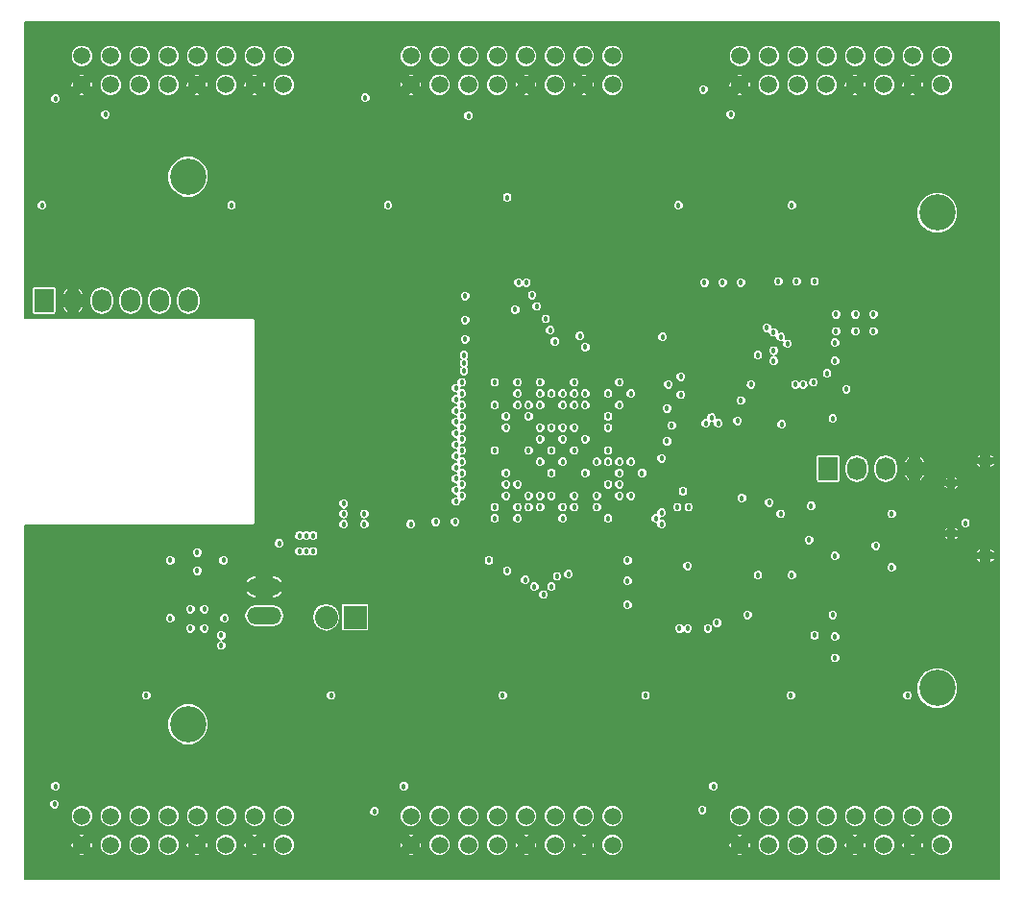
<source format=gbr>
G04 #@! TF.FileFunction,Copper,L2,Inr,Plane*
%FSLAX46Y46*%
G04 Gerber Fmt 4.6, Leading zero omitted, Abs format (unit mm)*
G04 Created by KiCad (PCBNEW (2014-11-27 BZR 5304)-product) date 2015 March 23, Monday 21:33:43*
%MOMM*%
G01*
G04 APERTURE LIST*
%ADD10C,0.100000*%
%ADD11C,1.506220*%
%ADD12C,3.200000*%
%ADD13R,1.727200X2.032000*%
%ADD14O,1.727200X2.032000*%
%ADD15O,1.050000X0.850000*%
%ADD16O,1.500000X0.800000*%
%ADD17R,2.032000X2.032000*%
%ADD18O,2.032000X2.032000*%
%ADD19O,3.014980X1.506220*%
%ADD20C,0.457200*%
%ADD21C,0.152400*%
G04 APERTURE END LIST*
D10*
D11*
X182615000Y-64925000D03*
X182615000Y-67465000D03*
X180075000Y-64925000D03*
X180075000Y-67465000D03*
X177535000Y-64925000D03*
X177535000Y-67465000D03*
X174995000Y-64925000D03*
X174995000Y-67465000D03*
X172455000Y-64925000D03*
X172455000Y-67465000D03*
X169915000Y-64925000D03*
X169915000Y-67465000D03*
X167375000Y-64925000D03*
X167375000Y-67465000D03*
X164835000Y-64925000D03*
X164835000Y-67465000D03*
X124615000Y-131925000D03*
X124615000Y-134465000D03*
X122075000Y-131925000D03*
X122075000Y-134465000D03*
X119535000Y-131925000D03*
X119535000Y-134465000D03*
X116995000Y-131925000D03*
X116995000Y-134465000D03*
X114455000Y-131925000D03*
X114455000Y-134465000D03*
X111915000Y-131925000D03*
X111915000Y-134465000D03*
X109375000Y-131925000D03*
X109375000Y-134465000D03*
X106835000Y-131925000D03*
X106835000Y-134465000D03*
X153615000Y-131925000D03*
X153615000Y-134465000D03*
X151075000Y-131925000D03*
X151075000Y-134465000D03*
X148535000Y-131925000D03*
X148535000Y-134465000D03*
X145995000Y-131925000D03*
X145995000Y-134465000D03*
X143455000Y-131925000D03*
X143455000Y-134465000D03*
X140915000Y-131925000D03*
X140915000Y-134465000D03*
X138375000Y-131925000D03*
X138375000Y-134465000D03*
X135835000Y-131925000D03*
X135835000Y-134465000D03*
X182615000Y-131925000D03*
X182615000Y-134465000D03*
X180075000Y-131925000D03*
X180075000Y-134465000D03*
X177535000Y-131925000D03*
X177535000Y-134465000D03*
X174995000Y-131925000D03*
X174995000Y-134465000D03*
X172455000Y-131925000D03*
X172455000Y-134465000D03*
X169915000Y-131925000D03*
X169915000Y-134465000D03*
X167375000Y-131925000D03*
X167375000Y-134465000D03*
X164835000Y-131925000D03*
X164835000Y-134465000D03*
D12*
X116205000Y-123825000D03*
X116205000Y-75565000D03*
X182245000Y-78740000D03*
X182245000Y-120650000D03*
D11*
X124615000Y-64925000D03*
X124615000Y-67465000D03*
X122075000Y-64925000D03*
X122075000Y-67465000D03*
X119535000Y-64925000D03*
X119535000Y-67465000D03*
X116995000Y-64925000D03*
X116995000Y-67465000D03*
X114455000Y-64925000D03*
X114455000Y-67465000D03*
X111915000Y-64925000D03*
X111915000Y-67465000D03*
X109375000Y-64925000D03*
X109375000Y-67465000D03*
X106835000Y-64925000D03*
X106835000Y-67465000D03*
X153615000Y-64925000D03*
X153615000Y-67465000D03*
X151075000Y-64925000D03*
X151075000Y-67465000D03*
X148535000Y-64925000D03*
X148535000Y-67465000D03*
X145995000Y-64925000D03*
X145995000Y-67465000D03*
X143455000Y-64925000D03*
X143455000Y-67465000D03*
X140915000Y-64925000D03*
X140915000Y-67465000D03*
X138375000Y-64925000D03*
X138375000Y-67465000D03*
X135835000Y-64925000D03*
X135835000Y-67465000D03*
D13*
X103505000Y-86487000D03*
D14*
X106045000Y-86487000D03*
X108585000Y-86487000D03*
X111125000Y-86487000D03*
X113665000Y-86487000D03*
X116205000Y-86487000D03*
D15*
X183475000Y-102570000D03*
X183475000Y-107020000D03*
D16*
X186475000Y-108970000D03*
X186475000Y-100620000D03*
D17*
X130925000Y-114395000D03*
D18*
X128385000Y-114395000D03*
D13*
X172625000Y-101295000D03*
D14*
X175165000Y-101295000D03*
X177705000Y-101295000D03*
X180245000Y-101295000D03*
D19*
X122925000Y-114265000D03*
X122925000Y-111725000D03*
D20*
X105825000Y-121295000D03*
X148825000Y-129395000D03*
X157325000Y-130995000D03*
X171425000Y-81995000D03*
X168225000Y-81995000D03*
X146325000Y-68995000D03*
X111725000Y-78095000D03*
X161725000Y-127095000D03*
X119325000Y-111995000D03*
X129425000Y-122995000D03*
X117025000Y-112795000D03*
X117025000Y-111195000D03*
X128325000Y-105795000D03*
X127525000Y-103495000D03*
X129125000Y-103495000D03*
X126525000Y-97495000D03*
X127125000Y-97495000D03*
X125925000Y-97495000D03*
X127725000Y-97495000D03*
X128325000Y-97495000D03*
X128925000Y-97495000D03*
X130725000Y-97495000D03*
X130125000Y-97495000D03*
X129525000Y-97495000D03*
X110925000Y-114395000D03*
X110925000Y-113795000D03*
X110925000Y-113195000D03*
X110925000Y-109595000D03*
X110925000Y-110195000D03*
X110925000Y-110795000D03*
X110925000Y-112595000D03*
X110925000Y-111395000D03*
X110925000Y-111995000D03*
X114725000Y-111995000D03*
X128325000Y-101095000D03*
X146825000Y-121995000D03*
X144525000Y-123295000D03*
X160525000Y-86695000D03*
X175725000Y-95595000D03*
X139625000Y-110795000D03*
X172325000Y-127695000D03*
X177125000Y-126595000D03*
X175125000Y-126595000D03*
X178425000Y-119095000D03*
X176725000Y-120995000D03*
X164325000Y-109595000D03*
X171125000Y-108595000D03*
X170425000Y-110695000D03*
X168525000Y-76495000D03*
X167125000Y-71595000D03*
X126425000Y-72295000D03*
X123425000Y-77395000D03*
X123725000Y-72895000D03*
X170025000Y-76395000D03*
X157625000Y-76395000D03*
X145325000Y-76395000D03*
X129225000Y-76195000D03*
X129225000Y-77495000D03*
X120525000Y-77495000D03*
X109525000Y-72295000D03*
X105925000Y-76195000D03*
X105925000Y-77495000D03*
X137925000Y-76195000D03*
X141625000Y-72295000D03*
X143925000Y-78095000D03*
X151625000Y-72295000D03*
X153825000Y-76195000D03*
X154125000Y-77495000D03*
X177225000Y-78995000D03*
X175925000Y-76195000D03*
X177225000Y-71595000D03*
X160225000Y-76195000D03*
X155225000Y-101695000D03*
X149225000Y-102695000D03*
X152225000Y-99695000D03*
X150225000Y-98695000D03*
X150225000Y-100695000D03*
X148225000Y-100695000D03*
X149225000Y-99695000D03*
X147225000Y-99695000D03*
X148225000Y-98695000D03*
X155225000Y-105695000D03*
X151225000Y-105695000D03*
X147225000Y-105695000D03*
X141725000Y-107995000D03*
X153225000Y-95695000D03*
X148225000Y-95695000D03*
X144225000Y-95695000D03*
X148225000Y-93695000D03*
X152225000Y-93695000D03*
X157225000Y-91695000D03*
X141125000Y-91595000D03*
X143225000Y-97695000D03*
X143225000Y-101695000D03*
X104525000Y-127795000D03*
X111825000Y-123195000D03*
X111825000Y-121895000D03*
X121325000Y-127795000D03*
X120725000Y-121895000D03*
X120725000Y-121295000D03*
X149125000Y-127795000D03*
X167625000Y-123195000D03*
X171125000Y-123195000D03*
X136425000Y-127895000D03*
X123525000Y-121095000D03*
X123525000Y-126695000D03*
X133925000Y-121295000D03*
X147825000Y-123195000D03*
X157125000Y-121995000D03*
X159425000Y-121295000D03*
X164725000Y-121895000D03*
X169725000Y-121895000D03*
X177025000Y-121895000D03*
X146825000Y-121295000D03*
X120725000Y-123195000D03*
X144225000Y-104695000D03*
X157125000Y-107595000D03*
X155225000Y-98695000D03*
X122825000Y-106495000D03*
X166025000Y-95195000D03*
X171125000Y-105595000D03*
X165925000Y-103895000D03*
X167425000Y-110695000D03*
X184725000Y-103595000D03*
X134825000Y-112395000D03*
X172225000Y-94095000D03*
X171725000Y-96595000D03*
X114525000Y-116795000D03*
X114825000Y-107295000D03*
X123425000Y-101295000D03*
X130925000Y-100595000D03*
X155225000Y-95695000D03*
X145225000Y-98695000D03*
X145225000Y-100695000D03*
X145125000Y-86095000D03*
X143425000Y-88195000D03*
X143425000Y-89895000D03*
X159225000Y-89695000D03*
X158525000Y-92395000D03*
X160225000Y-92395000D03*
X157625000Y-113295000D03*
X157725000Y-111195000D03*
X157725000Y-109395000D03*
X135825000Y-107595000D03*
X138025000Y-107495000D03*
X139725000Y-107495000D03*
X176325000Y-105395000D03*
X174525000Y-105395000D03*
X176325000Y-110195000D03*
X162725000Y-114195000D03*
X159025000Y-113595000D03*
X186625000Y-114995000D03*
X175525000Y-116295000D03*
X160225000Y-111795000D03*
X135825000Y-112295000D03*
X137625000Y-112295000D03*
X139425000Y-112295000D03*
X134025000Y-112295000D03*
X169825000Y-81995000D03*
X176625000Y-85195000D03*
X173325000Y-85195000D03*
X175025000Y-85195000D03*
X160125000Y-84895000D03*
X175325000Y-108395000D03*
X145225000Y-99695000D03*
X166525000Y-85895000D03*
X167625000Y-116995000D03*
X168425000Y-105295000D03*
X167425000Y-104295000D03*
X152225000Y-104695000D03*
X169725000Y-93895000D03*
X162025000Y-115395000D03*
X160225000Y-115395000D03*
X152225000Y-103695000D03*
X170425000Y-93895000D03*
X162825000Y-114895000D03*
X159525000Y-115395000D03*
X154225000Y-95695000D03*
X167825000Y-89295000D03*
X167825000Y-90895000D03*
X172525000Y-92895000D03*
X144225000Y-103695000D03*
X169025000Y-90295000D03*
X176625000Y-87695000D03*
X157925000Y-106195000D03*
X165825000Y-93895000D03*
X157425000Y-105695000D03*
X167825000Y-91795000D03*
X167225000Y-88895000D03*
X153225000Y-96695000D03*
X173325000Y-87695000D03*
X168425000Y-89695000D03*
X158425000Y-95995000D03*
X175025000Y-87695000D03*
X162325000Y-96795000D03*
X159625000Y-94795000D03*
X163325000Y-84895000D03*
X157925000Y-105195000D03*
X166425000Y-91295000D03*
X150225000Y-97695000D03*
X150225000Y-99695000D03*
X149225000Y-100695000D03*
X147225000Y-100695000D03*
X148225000Y-97695000D03*
X149225000Y-98695000D03*
X148225000Y-99695000D03*
X147225000Y-98695000D03*
X129925000Y-104395000D03*
X129925000Y-106195000D03*
X129925000Y-105295000D03*
X131725000Y-105295000D03*
X131725000Y-106195000D03*
X162925000Y-97295000D03*
X161825000Y-97295000D03*
X139825000Y-104195000D03*
X140325000Y-103695000D03*
X139825000Y-103195000D03*
X140325000Y-102695000D03*
X139825000Y-102195000D03*
X140325000Y-101695000D03*
X140325000Y-100695000D03*
X139825000Y-101195000D03*
X140325000Y-99695000D03*
X139825000Y-100195000D03*
X140325000Y-98695000D03*
X139825000Y-99195000D03*
X139825000Y-97195000D03*
X139825000Y-98195000D03*
X140325000Y-96695000D03*
X140325000Y-97695000D03*
X139825000Y-96195000D03*
X140325000Y-95695000D03*
X139825000Y-95195000D03*
X140325000Y-94695000D03*
X139825000Y-94195000D03*
X140325000Y-93695000D03*
X144225000Y-102695000D03*
X128825000Y-121295000D03*
X169425000Y-78095000D03*
X159425000Y-78095000D03*
X144325000Y-77395000D03*
X103325000Y-78095000D03*
X133825000Y-78095000D03*
X120025000Y-78095000D03*
X112525000Y-121295000D03*
X156525000Y-121295000D03*
X179625000Y-121295000D03*
X143925000Y-121295000D03*
X169325000Y-121295000D03*
X127225000Y-108595000D03*
X126025000Y-108595000D03*
X126625000Y-108595000D03*
X127225000Y-107195000D03*
X126025000Y-107195000D03*
X126625000Y-107195000D03*
X116425000Y-113695000D03*
X117625000Y-113695000D03*
X117625000Y-115395000D03*
X116425000Y-115395000D03*
X119425000Y-114495000D03*
X114625000Y-114495000D03*
X119125000Y-115995000D03*
X119125000Y-116895000D03*
X184725000Y-106095000D03*
X108925000Y-70095000D03*
X145225000Y-95695000D03*
X145025000Y-87295000D03*
X146225000Y-95695000D03*
X145325000Y-84895000D03*
X158425000Y-98895000D03*
X153225000Y-99695000D03*
X157925000Y-100395000D03*
X154225000Y-100695000D03*
X153225000Y-102695000D03*
X156225000Y-101695000D03*
X154225000Y-102695000D03*
X159825000Y-103295000D03*
X160325000Y-104695000D03*
X154225000Y-101695000D03*
X170925000Y-107595000D03*
X176825000Y-108095000D03*
X159325000Y-104695000D03*
X154225000Y-103695000D03*
X146025000Y-84895000D03*
X147225000Y-94695000D03*
X149225000Y-95695000D03*
X147725000Y-88095000D03*
X140925000Y-70195000D03*
X146925000Y-86995000D03*
X148225000Y-94695000D03*
X146525000Y-85995000D03*
X147225000Y-93695000D03*
X150225000Y-94695000D03*
X150725000Y-89595000D03*
X150225000Y-95695000D03*
X148525000Y-90095000D03*
X149225000Y-94695000D03*
X148125000Y-89095000D03*
X164025000Y-70095000D03*
X151225000Y-90595000D03*
X151225000Y-94695000D03*
X104525000Y-129295000D03*
X143225000Y-105695000D03*
X142725000Y-109395000D03*
X144325000Y-110295000D03*
X145225000Y-104695000D03*
X145925000Y-111095000D03*
X146225000Y-104695000D03*
X146725000Y-111695000D03*
X146225000Y-103695000D03*
X135225000Y-129295000D03*
X147525000Y-112395000D03*
X147225000Y-104695000D03*
X148225000Y-111695000D03*
X148225000Y-103695000D03*
X148725000Y-110795000D03*
X149225000Y-104695000D03*
X150225000Y-104695000D03*
X149725000Y-110595000D03*
X162525000Y-129295000D03*
X158825000Y-97495000D03*
X152225000Y-100695000D03*
X140525000Y-91295000D03*
X143225000Y-93695000D03*
X140525000Y-91995000D03*
X145225000Y-94695000D03*
X140525000Y-92695000D03*
X144225000Y-96695000D03*
X164925000Y-95295000D03*
X171325000Y-93695000D03*
X140625000Y-86095000D03*
X140625000Y-88195000D03*
X140625000Y-89895000D03*
X158025000Y-89695000D03*
X158525000Y-93895000D03*
X159625000Y-93195000D03*
X154925000Y-113295000D03*
X154925000Y-111195000D03*
X154925000Y-109395000D03*
X135825000Y-106195000D03*
X138025000Y-105995000D03*
X139725000Y-105995000D03*
X171125000Y-104595000D03*
X165025000Y-103895000D03*
X166425000Y-110695000D03*
X117025000Y-108695000D03*
X114625000Y-109395000D03*
X119325000Y-109395000D03*
X117025000Y-110295000D03*
X178225000Y-109995000D03*
X178225000Y-105295000D03*
X169425000Y-110695000D03*
X155225000Y-103695000D03*
X153225000Y-100695000D03*
X153225000Y-97695000D03*
X151225000Y-98695000D03*
X151225000Y-101695000D03*
X148225000Y-101695000D03*
X146225000Y-99695000D03*
X149225000Y-97695000D03*
X147225000Y-97695000D03*
X146225000Y-96695000D03*
X144225000Y-97695000D03*
X144225000Y-101695000D03*
X147225000Y-103695000D03*
X149225000Y-105695000D03*
X153225000Y-105695000D03*
X145225000Y-105695000D03*
X151225000Y-95695000D03*
X147225000Y-95695000D03*
X150225000Y-93695000D03*
X154225000Y-93695000D03*
X145225000Y-93695000D03*
X143225000Y-95695000D03*
X143225000Y-99695000D03*
X143225000Y-104695000D03*
X150225000Y-103695000D03*
X155225000Y-100695000D03*
X155225000Y-94695000D03*
X168525000Y-97395000D03*
X168225000Y-84795000D03*
X169825000Y-84795000D03*
X171425000Y-84795000D03*
X174225000Y-94295000D03*
X176625000Y-89195000D03*
X173225000Y-90195000D03*
X173225000Y-91795000D03*
X173325000Y-89195000D03*
X175025000Y-89195000D03*
X164925000Y-84895000D03*
X161725000Y-84895000D03*
X164625000Y-97095000D03*
X173025000Y-96895000D03*
X124225000Y-107895000D03*
X104525000Y-68695000D03*
X131825000Y-68595000D03*
X161625000Y-67895000D03*
X104425000Y-130895000D03*
X132625000Y-131495000D03*
X161525000Y-131395000D03*
X165525000Y-114195000D03*
X160225000Y-109895000D03*
X173225000Y-116095000D03*
X173225000Y-117995000D03*
X173025000Y-114195000D03*
X145225000Y-102695000D03*
X171425000Y-115995000D03*
X153225000Y-94695000D03*
X173225000Y-108995000D03*
D21*
G36*
X187706400Y-137441400D02*
X187382311Y-137441400D01*
X187382311Y-109260762D01*
X187382311Y-108679238D01*
X187382311Y-100910762D01*
X187382311Y-100329238D01*
X187342177Y-100275150D01*
X187170841Y-100103485D01*
X186946854Y-100010455D01*
X186850000Y-100056047D01*
X186850000Y-100420000D01*
X187360308Y-100420000D01*
X187382311Y-100329238D01*
X187382311Y-100910762D01*
X187360308Y-100820000D01*
X186850000Y-100820000D01*
X186850000Y-101183953D01*
X186946854Y-101229545D01*
X187170841Y-101136515D01*
X187342177Y-100964850D01*
X187382311Y-100910762D01*
X187382311Y-108679238D01*
X187342177Y-108625150D01*
X187170841Y-108453485D01*
X186946854Y-108360455D01*
X186850000Y-108406047D01*
X186850000Y-108770000D01*
X187360308Y-108770000D01*
X187382311Y-108679238D01*
X187382311Y-109260762D01*
X187360308Y-109170000D01*
X186850000Y-109170000D01*
X186850000Y-109533953D01*
X186946854Y-109579545D01*
X187170841Y-109486515D01*
X187342177Y-109314850D01*
X187382311Y-109260762D01*
X187382311Y-137441400D01*
X186100000Y-137441400D01*
X186100000Y-109533953D01*
X186100000Y-109170000D01*
X186100000Y-108770000D01*
X186100000Y-108406047D01*
X186100000Y-101183953D01*
X186100000Y-100820000D01*
X186100000Y-100420000D01*
X186100000Y-100056047D01*
X186003146Y-100010455D01*
X185779159Y-100103485D01*
X185607823Y-100275150D01*
X185567689Y-100329238D01*
X185589692Y-100420000D01*
X186100000Y-100420000D01*
X186100000Y-100820000D01*
X185589692Y-100820000D01*
X185567689Y-100910762D01*
X185607823Y-100964850D01*
X185779159Y-101136515D01*
X186003146Y-101229545D01*
X186100000Y-101183953D01*
X186100000Y-108406047D01*
X186003146Y-108360455D01*
X185779159Y-108453485D01*
X185607823Y-108625150D01*
X185567689Y-108679238D01*
X185589692Y-108770000D01*
X186100000Y-108770000D01*
X186100000Y-109170000D01*
X185589692Y-109170000D01*
X185567689Y-109260762D01*
X185607823Y-109314850D01*
X185779159Y-109486515D01*
X186003146Y-109579545D01*
X186100000Y-109533953D01*
X186100000Y-137441400D01*
X185182279Y-137441400D01*
X185182279Y-106004456D01*
X185112821Y-105836355D01*
X184984321Y-105707631D01*
X184816342Y-105637880D01*
X184634456Y-105637721D01*
X184466355Y-105707179D01*
X184337631Y-105835679D01*
X184267880Y-106003658D01*
X184267721Y-106185544D01*
X184337179Y-106353645D01*
X184465679Y-106482369D01*
X184633658Y-106552120D01*
X184815544Y-106552279D01*
X184983645Y-106482821D01*
X185112369Y-106354321D01*
X185182120Y-106186342D01*
X185182279Y-106004456D01*
X185182279Y-137441400D01*
X184152239Y-137441400D01*
X184152239Y-107326575D01*
X184152239Y-106713425D01*
X184152239Y-102876575D01*
X184152239Y-102263425D01*
X184073916Y-102169656D01*
X184073916Y-78377865D01*
X183796115Y-77705535D01*
X183596880Y-77505951D01*
X183596880Y-67270582D01*
X183596880Y-64730582D01*
X183447739Y-64369632D01*
X183171820Y-64093232D01*
X182811131Y-63943461D01*
X182420582Y-63943120D01*
X182059632Y-64092261D01*
X181783232Y-64368180D01*
X181633461Y-64728869D01*
X181633120Y-65119418D01*
X181782261Y-65480368D01*
X182058180Y-65756768D01*
X182418869Y-65906539D01*
X182809418Y-65906880D01*
X183170368Y-65757739D01*
X183446768Y-65481820D01*
X183596539Y-65121131D01*
X183596880Y-64730582D01*
X183596880Y-67270582D01*
X183447739Y-66909632D01*
X183171820Y-66633232D01*
X182811131Y-66483461D01*
X182420582Y-66483120D01*
X182059632Y-66632261D01*
X181783232Y-66908180D01*
X181633461Y-67268869D01*
X181633120Y-67659418D01*
X181782261Y-68020368D01*
X182058180Y-68296768D01*
X182418869Y-68446539D01*
X182809418Y-68446880D01*
X183170368Y-68297739D01*
X183446768Y-68021820D01*
X183596539Y-67661131D01*
X183596880Y-67270582D01*
X183596880Y-77505951D01*
X183282171Y-77190693D01*
X182610327Y-76911718D01*
X181882865Y-76911084D01*
X181210535Y-77188885D01*
X181064692Y-77334473D01*
X181064692Y-67315349D01*
X181056880Y-67276073D01*
X181056880Y-64730582D01*
X180907739Y-64369632D01*
X180631820Y-64093232D01*
X180271131Y-63943461D01*
X179880582Y-63943120D01*
X179519632Y-64092261D01*
X179243232Y-64368180D01*
X179093461Y-64728869D01*
X179093120Y-65119418D01*
X179242261Y-65480368D01*
X179518180Y-65756768D01*
X179878869Y-65906539D01*
X180269418Y-65906880D01*
X180630368Y-65757739D01*
X180906768Y-65481820D01*
X181056539Y-65121131D01*
X181056880Y-64730582D01*
X181056880Y-67276073D01*
X181046626Y-67224520D01*
X180953209Y-67119320D01*
X180607529Y-67465000D01*
X180953209Y-67810680D01*
X181046626Y-67705480D01*
X181064692Y-67315349D01*
X181064692Y-77334473D01*
X180695693Y-77702829D01*
X180420680Y-78365131D01*
X180420680Y-68343209D01*
X180420680Y-66586791D01*
X180315480Y-66493374D01*
X179925349Y-66475308D01*
X179834520Y-66493374D01*
X179729320Y-66586791D01*
X180075000Y-66932471D01*
X180420680Y-66586791D01*
X180420680Y-68343209D01*
X180075000Y-67997529D01*
X179729320Y-68343209D01*
X179834520Y-68436626D01*
X180224651Y-68454692D01*
X180315480Y-68436626D01*
X180420680Y-68343209D01*
X180420680Y-78365131D01*
X180416718Y-78374673D01*
X180416084Y-79102135D01*
X180693885Y-79774465D01*
X181207829Y-80289307D01*
X181879673Y-80568282D01*
X182607135Y-80568916D01*
X183279465Y-80291115D01*
X183794307Y-79777171D01*
X184073282Y-79105327D01*
X184073916Y-78377865D01*
X184073916Y-102169656D01*
X184037576Y-102126150D01*
X183832511Y-101982916D01*
X183737500Y-102007010D01*
X183737500Y-102357500D01*
X184132312Y-102357500D01*
X184152239Y-102263425D01*
X184152239Y-102876575D01*
X184132312Y-102782500D01*
X183737500Y-102782500D01*
X183737500Y-103132990D01*
X183832511Y-103157084D01*
X184037576Y-103013850D01*
X184152239Y-102876575D01*
X184152239Y-106713425D01*
X184037576Y-106576150D01*
X183832511Y-106432916D01*
X183737500Y-106457010D01*
X183737500Y-106807500D01*
X184132312Y-106807500D01*
X184152239Y-106713425D01*
X184152239Y-107326575D01*
X184132312Y-107232500D01*
X183737500Y-107232500D01*
X183737500Y-107582990D01*
X183832511Y-107607084D01*
X184037576Y-107463850D01*
X184152239Y-107326575D01*
X184152239Y-137441400D01*
X184073916Y-137441400D01*
X184073916Y-120287865D01*
X183796115Y-119615535D01*
X183282171Y-119100693D01*
X183212500Y-119071762D01*
X183212500Y-107582990D01*
X183212500Y-107232500D01*
X183212500Y-106807500D01*
X183212500Y-106457010D01*
X183212500Y-103132990D01*
X183212500Y-102782500D01*
X183212500Y-102357500D01*
X183212500Y-102007010D01*
X183117489Y-101982916D01*
X182912424Y-102126150D01*
X182797761Y-102263425D01*
X182817688Y-102357500D01*
X183212500Y-102357500D01*
X183212500Y-102782500D01*
X182817688Y-102782500D01*
X182797761Y-102876575D01*
X182912424Y-103013850D01*
X183117489Y-103157084D01*
X183212500Y-103132990D01*
X183212500Y-106457010D01*
X183117489Y-106432916D01*
X182912424Y-106576150D01*
X182797761Y-106713425D01*
X182817688Y-106807500D01*
X183212500Y-106807500D01*
X183212500Y-107232500D01*
X182817688Y-107232500D01*
X182797761Y-107326575D01*
X182912424Y-107463850D01*
X183117489Y-107607084D01*
X183212500Y-107582990D01*
X183212500Y-119071762D01*
X182610327Y-118821718D01*
X181882865Y-118821084D01*
X181210535Y-119098885D01*
X181193999Y-119115392D01*
X181193999Y-101803000D01*
X181193999Y-100787000D01*
X181183134Y-100633982D01*
X180917083Y-100313690D01*
X180828422Y-100219280D01*
X180676800Y-100201921D01*
X180676800Y-100787000D01*
X181193999Y-100787000D01*
X181193999Y-101803000D01*
X180676800Y-101803000D01*
X180676800Y-102388079D01*
X180828422Y-102370720D01*
X180917083Y-102276310D01*
X181183134Y-101956018D01*
X181193999Y-101803000D01*
X181193999Y-119115392D01*
X180695693Y-119612829D01*
X180416718Y-120284673D01*
X180416084Y-121012135D01*
X180693885Y-121684465D01*
X181207829Y-122199307D01*
X181879673Y-122478282D01*
X182607135Y-122478916D01*
X183279465Y-122201115D01*
X183794307Y-121687171D01*
X184073282Y-121015327D01*
X184073916Y-120287865D01*
X184073916Y-137441400D01*
X183596880Y-137441400D01*
X183596880Y-134270582D01*
X183596880Y-131730582D01*
X183447739Y-131369632D01*
X183171820Y-131093232D01*
X182811131Y-130943461D01*
X182420582Y-130943120D01*
X182059632Y-131092261D01*
X181783232Y-131368180D01*
X181633461Y-131728869D01*
X181633120Y-132119418D01*
X181782261Y-132480368D01*
X182058180Y-132756768D01*
X182418869Y-132906539D01*
X182809418Y-132906880D01*
X183170368Y-132757739D01*
X183446768Y-132481820D01*
X183596539Y-132121131D01*
X183596880Y-131730582D01*
X183596880Y-134270582D01*
X183447739Y-133909632D01*
X183171820Y-133633232D01*
X182811131Y-133483461D01*
X182420582Y-133483120D01*
X182059632Y-133632261D01*
X181783232Y-133908180D01*
X181633461Y-134268869D01*
X181633120Y-134659418D01*
X181782261Y-135020368D01*
X182058180Y-135296768D01*
X182418869Y-135446539D01*
X182809418Y-135446880D01*
X183170368Y-135297739D01*
X183446768Y-135021820D01*
X183596539Y-134661131D01*
X183596880Y-134270582D01*
X183596880Y-137441400D01*
X181064692Y-137441400D01*
X181064692Y-134315349D01*
X181056880Y-134276073D01*
X181056880Y-131730582D01*
X180907739Y-131369632D01*
X180631820Y-131093232D01*
X180271131Y-130943461D01*
X180082279Y-130943296D01*
X180082279Y-121204456D01*
X180012821Y-121036355D01*
X179884321Y-120907631D01*
X179813200Y-120878098D01*
X179813200Y-102388079D01*
X179813200Y-101803000D01*
X179813200Y-100787000D01*
X179813200Y-100201921D01*
X179661578Y-100219280D01*
X179572917Y-100313690D01*
X179542471Y-100350343D01*
X179542471Y-67465000D01*
X179196791Y-67119320D01*
X179103374Y-67224520D01*
X179085308Y-67614651D01*
X179103374Y-67705480D01*
X179196791Y-67810680D01*
X179542471Y-67465000D01*
X179542471Y-100350343D01*
X179306866Y-100633982D01*
X179296001Y-100787000D01*
X179813200Y-100787000D01*
X179813200Y-101803000D01*
X179296001Y-101803000D01*
X179306866Y-101956018D01*
X179572917Y-102276310D01*
X179661578Y-102370720D01*
X179813200Y-102388079D01*
X179813200Y-120878098D01*
X179716342Y-120837880D01*
X179534456Y-120837721D01*
X179366355Y-120907179D01*
X179237631Y-121035679D01*
X179167880Y-121203658D01*
X179167721Y-121385544D01*
X179237179Y-121553645D01*
X179365679Y-121682369D01*
X179533658Y-121752120D01*
X179715544Y-121752279D01*
X179883645Y-121682821D01*
X180012369Y-121554321D01*
X180082120Y-121386342D01*
X180082279Y-121204456D01*
X180082279Y-130943296D01*
X179880582Y-130943120D01*
X179519632Y-131092261D01*
X179243232Y-131368180D01*
X179093461Y-131728869D01*
X179093120Y-132119418D01*
X179242261Y-132480368D01*
X179518180Y-132756768D01*
X179878869Y-132906539D01*
X180269418Y-132906880D01*
X180630368Y-132757739D01*
X180906768Y-132481820D01*
X181056539Y-132121131D01*
X181056880Y-131730582D01*
X181056880Y-134276073D01*
X181046626Y-134224520D01*
X180953209Y-134119320D01*
X180607529Y-134465000D01*
X180953209Y-134810680D01*
X181046626Y-134705480D01*
X181064692Y-134315349D01*
X181064692Y-137441400D01*
X180420680Y-137441400D01*
X180420680Y-135343209D01*
X180420680Y-133586791D01*
X180315480Y-133493374D01*
X179925349Y-133475308D01*
X179834520Y-133493374D01*
X179729320Y-133586791D01*
X180075000Y-133932471D01*
X180420680Y-133586791D01*
X180420680Y-135343209D01*
X180075000Y-134997529D01*
X179729320Y-135343209D01*
X179834520Y-135436626D01*
X180224651Y-135454692D01*
X180315480Y-135436626D01*
X180420680Y-135343209D01*
X180420680Y-137441400D01*
X179542471Y-137441400D01*
X179542471Y-134465000D01*
X179196791Y-134119320D01*
X179103374Y-134224520D01*
X179085308Y-134614651D01*
X179103374Y-134705480D01*
X179196791Y-134810680D01*
X179542471Y-134465000D01*
X179542471Y-137441400D01*
X178797200Y-137441400D01*
X178797200Y-101471783D01*
X178797200Y-101118217D01*
X178714061Y-100700250D01*
X178516880Y-100405147D01*
X178516880Y-67270582D01*
X178516880Y-64730582D01*
X178367739Y-64369632D01*
X178091820Y-64093232D01*
X177731131Y-63943461D01*
X177340582Y-63943120D01*
X176979632Y-64092261D01*
X176703232Y-64368180D01*
X176553461Y-64728869D01*
X176553120Y-65119418D01*
X176702261Y-65480368D01*
X176978180Y-65756768D01*
X177338869Y-65906539D01*
X177729418Y-65906880D01*
X178090368Y-65757739D01*
X178366768Y-65481820D01*
X178516539Y-65121131D01*
X178516880Y-64730582D01*
X178516880Y-67270582D01*
X178367739Y-66909632D01*
X178091820Y-66633232D01*
X177731131Y-66483461D01*
X177340582Y-66483120D01*
X176979632Y-66632261D01*
X176703232Y-66908180D01*
X176553461Y-67268869D01*
X176553120Y-67659418D01*
X176702261Y-68020368D01*
X176978180Y-68296768D01*
X177338869Y-68446539D01*
X177729418Y-68446880D01*
X178090368Y-68297739D01*
X178366768Y-68021820D01*
X178516539Y-67661131D01*
X178516880Y-67270582D01*
X178516880Y-100405147D01*
X178477302Y-100345915D01*
X178122967Y-100109156D01*
X177705000Y-100026017D01*
X177287033Y-100109156D01*
X177082279Y-100245968D01*
X177082279Y-89104456D01*
X177082279Y-87604456D01*
X177012821Y-87436355D01*
X176884321Y-87307631D01*
X176716342Y-87237880D01*
X176534456Y-87237721D01*
X176366355Y-87307179D01*
X176237631Y-87435679D01*
X176167880Y-87603658D01*
X176167721Y-87785544D01*
X176237179Y-87953645D01*
X176365679Y-88082369D01*
X176533658Y-88152120D01*
X176715544Y-88152279D01*
X176883645Y-88082821D01*
X177012369Y-87954321D01*
X177082120Y-87786342D01*
X177082279Y-87604456D01*
X177082279Y-89104456D01*
X177012821Y-88936355D01*
X176884321Y-88807631D01*
X176716342Y-88737880D01*
X176534456Y-88737721D01*
X176366355Y-88807179D01*
X176237631Y-88935679D01*
X176167880Y-89103658D01*
X176167721Y-89285544D01*
X176237179Y-89453645D01*
X176365679Y-89582369D01*
X176533658Y-89652120D01*
X176715544Y-89652279D01*
X176883645Y-89582821D01*
X177012369Y-89454321D01*
X177082120Y-89286342D01*
X177082279Y-89104456D01*
X177082279Y-100245968D01*
X176932698Y-100345915D01*
X176695939Y-100700250D01*
X176612800Y-101118217D01*
X176612800Y-101471783D01*
X176695939Y-101889750D01*
X176932698Y-102244085D01*
X177287033Y-102480844D01*
X177705000Y-102563983D01*
X178122967Y-102480844D01*
X178477302Y-102244085D01*
X178714061Y-101889750D01*
X178797200Y-101471783D01*
X178797200Y-137441400D01*
X178682279Y-137441400D01*
X178682279Y-109904456D01*
X178682279Y-105204456D01*
X178612821Y-105036355D01*
X178484321Y-104907631D01*
X178316342Y-104837880D01*
X178134456Y-104837721D01*
X177966355Y-104907179D01*
X177837631Y-105035679D01*
X177767880Y-105203658D01*
X177767721Y-105385544D01*
X177837179Y-105553645D01*
X177965679Y-105682369D01*
X178133658Y-105752120D01*
X178315544Y-105752279D01*
X178483645Y-105682821D01*
X178612369Y-105554321D01*
X178682120Y-105386342D01*
X178682279Y-105204456D01*
X178682279Y-109904456D01*
X178612821Y-109736355D01*
X178484321Y-109607631D01*
X178316342Y-109537880D01*
X178134456Y-109537721D01*
X177966355Y-109607179D01*
X177837631Y-109735679D01*
X177767880Y-109903658D01*
X177767721Y-110085544D01*
X177837179Y-110253645D01*
X177965679Y-110382369D01*
X178133658Y-110452120D01*
X178315544Y-110452279D01*
X178483645Y-110382821D01*
X178612369Y-110254321D01*
X178682120Y-110086342D01*
X178682279Y-109904456D01*
X178682279Y-137441400D01*
X178516880Y-137441400D01*
X178516880Y-134270582D01*
X178516880Y-131730582D01*
X178367739Y-131369632D01*
X178091820Y-131093232D01*
X177731131Y-130943461D01*
X177340582Y-130943120D01*
X177282279Y-130967210D01*
X177282279Y-108004456D01*
X177212821Y-107836355D01*
X177084321Y-107707631D01*
X176916342Y-107637880D01*
X176734456Y-107637721D01*
X176566355Y-107707179D01*
X176437631Y-107835679D01*
X176367880Y-108003658D01*
X176367721Y-108185544D01*
X176437179Y-108353645D01*
X176565679Y-108482369D01*
X176733658Y-108552120D01*
X176915544Y-108552279D01*
X177083645Y-108482821D01*
X177212369Y-108354321D01*
X177282120Y-108186342D01*
X177282279Y-108004456D01*
X177282279Y-130967210D01*
X176979632Y-131092261D01*
X176703232Y-131368180D01*
X176553461Y-131728869D01*
X176553120Y-132119418D01*
X176702261Y-132480368D01*
X176978180Y-132756768D01*
X177338869Y-132906539D01*
X177729418Y-132906880D01*
X178090368Y-132757739D01*
X178366768Y-132481820D01*
X178516539Y-132121131D01*
X178516880Y-131730582D01*
X178516880Y-134270582D01*
X178367739Y-133909632D01*
X178091820Y-133633232D01*
X177731131Y-133483461D01*
X177340582Y-133483120D01*
X176979632Y-133632261D01*
X176703232Y-133908180D01*
X176553461Y-134268869D01*
X176553120Y-134659418D01*
X176702261Y-135020368D01*
X176978180Y-135296768D01*
X177338869Y-135446539D01*
X177729418Y-135446880D01*
X178090368Y-135297739D01*
X178366768Y-135021820D01*
X178516539Y-134661131D01*
X178516880Y-134270582D01*
X178516880Y-137441400D01*
X176257200Y-137441400D01*
X176257200Y-101471783D01*
X176257200Y-101118217D01*
X176174061Y-100700250D01*
X175984692Y-100416839D01*
X175984692Y-67315349D01*
X175976880Y-67276073D01*
X175976880Y-64730582D01*
X175827739Y-64369632D01*
X175551820Y-64093232D01*
X175191131Y-63943461D01*
X174800582Y-63943120D01*
X174439632Y-64092261D01*
X174163232Y-64368180D01*
X174013461Y-64728869D01*
X174013120Y-65119418D01*
X174162261Y-65480368D01*
X174438180Y-65756768D01*
X174798869Y-65906539D01*
X175189418Y-65906880D01*
X175550368Y-65757739D01*
X175826768Y-65481820D01*
X175976539Y-65121131D01*
X175976880Y-64730582D01*
X175976880Y-67276073D01*
X175966626Y-67224520D01*
X175873209Y-67119320D01*
X175527529Y-67465000D01*
X175873209Y-67810680D01*
X175966626Y-67705480D01*
X175984692Y-67315349D01*
X175984692Y-100416839D01*
X175937302Y-100345915D01*
X175582967Y-100109156D01*
X175482279Y-100089127D01*
X175482279Y-89104456D01*
X175482279Y-87604456D01*
X175412821Y-87436355D01*
X175340680Y-87364088D01*
X175340680Y-68343209D01*
X175340680Y-66586791D01*
X175235480Y-66493374D01*
X174845349Y-66475308D01*
X174754520Y-66493374D01*
X174649320Y-66586791D01*
X174995000Y-66932471D01*
X175340680Y-66586791D01*
X175340680Y-68343209D01*
X174995000Y-67997529D01*
X174649320Y-68343209D01*
X174754520Y-68436626D01*
X175144651Y-68454692D01*
X175235480Y-68436626D01*
X175340680Y-68343209D01*
X175340680Y-87364088D01*
X175284321Y-87307631D01*
X175116342Y-87237880D01*
X174934456Y-87237721D01*
X174766355Y-87307179D01*
X174637631Y-87435679D01*
X174567880Y-87603658D01*
X174567721Y-87785544D01*
X174637179Y-87953645D01*
X174765679Y-88082369D01*
X174933658Y-88152120D01*
X175115544Y-88152279D01*
X175283645Y-88082821D01*
X175412369Y-87954321D01*
X175482120Y-87786342D01*
X175482279Y-87604456D01*
X175482279Y-89104456D01*
X175412821Y-88936355D01*
X175284321Y-88807631D01*
X175116342Y-88737880D01*
X174934456Y-88737721D01*
X174766355Y-88807179D01*
X174637631Y-88935679D01*
X174567880Y-89103658D01*
X174567721Y-89285544D01*
X174637179Y-89453645D01*
X174765679Y-89582369D01*
X174933658Y-89652120D01*
X175115544Y-89652279D01*
X175283645Y-89582821D01*
X175412369Y-89454321D01*
X175482120Y-89286342D01*
X175482279Y-89104456D01*
X175482279Y-100089127D01*
X175165000Y-100026017D01*
X174747033Y-100109156D01*
X174682279Y-100152423D01*
X174682279Y-94204456D01*
X174612821Y-94036355D01*
X174484321Y-93907631D01*
X174462471Y-93898558D01*
X174462471Y-67465000D01*
X174116791Y-67119320D01*
X174023374Y-67224520D01*
X174005308Y-67614651D01*
X174023374Y-67705480D01*
X174116791Y-67810680D01*
X174462471Y-67465000D01*
X174462471Y-93898558D01*
X174316342Y-93837880D01*
X174134456Y-93837721D01*
X173966355Y-93907179D01*
X173837631Y-94035679D01*
X173782279Y-94168981D01*
X173782279Y-89104456D01*
X173782279Y-87604456D01*
X173712821Y-87436355D01*
X173584321Y-87307631D01*
X173436880Y-87246408D01*
X173436880Y-67270582D01*
X173436880Y-64730582D01*
X173287739Y-64369632D01*
X173011820Y-64093232D01*
X172651131Y-63943461D01*
X172260582Y-63943120D01*
X171899632Y-64092261D01*
X171623232Y-64368180D01*
X171473461Y-64728869D01*
X171473120Y-65119418D01*
X171622261Y-65480368D01*
X171898180Y-65756768D01*
X172258869Y-65906539D01*
X172649418Y-65906880D01*
X173010368Y-65757739D01*
X173286768Y-65481820D01*
X173436539Y-65121131D01*
X173436880Y-64730582D01*
X173436880Y-67270582D01*
X173287739Y-66909632D01*
X173011820Y-66633232D01*
X172651131Y-66483461D01*
X172260582Y-66483120D01*
X171899632Y-66632261D01*
X171623232Y-66908180D01*
X171473461Y-67268869D01*
X171473120Y-67659418D01*
X171622261Y-68020368D01*
X171898180Y-68296768D01*
X172258869Y-68446539D01*
X172649418Y-68446880D01*
X173010368Y-68297739D01*
X173286768Y-68021820D01*
X173436539Y-67661131D01*
X173436880Y-67270582D01*
X173436880Y-87246408D01*
X173416342Y-87237880D01*
X173234456Y-87237721D01*
X173066355Y-87307179D01*
X172937631Y-87435679D01*
X172867880Y-87603658D01*
X172867721Y-87785544D01*
X172937179Y-87953645D01*
X173065679Y-88082369D01*
X173233658Y-88152120D01*
X173415544Y-88152279D01*
X173583645Y-88082821D01*
X173712369Y-87954321D01*
X173782120Y-87786342D01*
X173782279Y-87604456D01*
X173782279Y-89104456D01*
X173712821Y-88936355D01*
X173584321Y-88807631D01*
X173416342Y-88737880D01*
X173234456Y-88737721D01*
X173066355Y-88807179D01*
X172937631Y-88935679D01*
X172867880Y-89103658D01*
X172867721Y-89285544D01*
X172937179Y-89453645D01*
X173065679Y-89582369D01*
X173233658Y-89652120D01*
X173415544Y-89652279D01*
X173583645Y-89582821D01*
X173712369Y-89454321D01*
X173782120Y-89286342D01*
X173782279Y-89104456D01*
X173782279Y-94168981D01*
X173767880Y-94203658D01*
X173767721Y-94385544D01*
X173837179Y-94553645D01*
X173965679Y-94682369D01*
X174133658Y-94752120D01*
X174315544Y-94752279D01*
X174483645Y-94682821D01*
X174612369Y-94554321D01*
X174682120Y-94386342D01*
X174682279Y-94204456D01*
X174682279Y-100152423D01*
X174392698Y-100345915D01*
X174155939Y-100700250D01*
X174072800Y-101118217D01*
X174072800Y-101471783D01*
X174155939Y-101889750D01*
X174392698Y-102244085D01*
X174747033Y-102480844D01*
X175165000Y-102563983D01*
X175582967Y-102480844D01*
X175937302Y-102244085D01*
X176174061Y-101889750D01*
X176257200Y-101471783D01*
X176257200Y-137441400D01*
X175984692Y-137441400D01*
X175984692Y-134315349D01*
X175976880Y-134276073D01*
X175976880Y-131730582D01*
X175827739Y-131369632D01*
X175551820Y-131093232D01*
X175191131Y-130943461D01*
X174800582Y-130943120D01*
X174439632Y-131092261D01*
X174163232Y-131368180D01*
X174013461Y-131728869D01*
X174013120Y-132119418D01*
X174162261Y-132480368D01*
X174438180Y-132756768D01*
X174798869Y-132906539D01*
X175189418Y-132906880D01*
X175550368Y-132757739D01*
X175826768Y-132481820D01*
X175976539Y-132121131D01*
X175976880Y-131730582D01*
X175976880Y-134276073D01*
X175966626Y-134224520D01*
X175873209Y-134119320D01*
X175527529Y-134465000D01*
X175873209Y-134810680D01*
X175966626Y-134705480D01*
X175984692Y-134315349D01*
X175984692Y-137441400D01*
X175340680Y-137441400D01*
X175340680Y-135343209D01*
X175340680Y-133586791D01*
X175235480Y-133493374D01*
X174845349Y-133475308D01*
X174754520Y-133493374D01*
X174649320Y-133586791D01*
X174995000Y-133932471D01*
X175340680Y-133586791D01*
X175340680Y-135343209D01*
X174995000Y-134997529D01*
X174649320Y-135343209D01*
X174754520Y-135436626D01*
X175144651Y-135454692D01*
X175235480Y-135436626D01*
X175340680Y-135343209D01*
X175340680Y-137441400D01*
X174462471Y-137441400D01*
X174462471Y-134465000D01*
X174116791Y-134119320D01*
X174023374Y-134224520D01*
X174005308Y-134614651D01*
X174023374Y-134705480D01*
X174116791Y-134810680D01*
X174462471Y-134465000D01*
X174462471Y-137441400D01*
X173717200Y-137441400D01*
X173717200Y-102356472D01*
X173717200Y-102265529D01*
X173717200Y-100233529D01*
X173682398Y-100149509D01*
X173682279Y-100149390D01*
X173682279Y-91704456D01*
X173682279Y-90104456D01*
X173612821Y-89936355D01*
X173484321Y-89807631D01*
X173316342Y-89737880D01*
X173134456Y-89737721D01*
X172966355Y-89807179D01*
X172837631Y-89935679D01*
X172767880Y-90103658D01*
X172767721Y-90285544D01*
X172837179Y-90453645D01*
X172965679Y-90582369D01*
X173133658Y-90652120D01*
X173315544Y-90652279D01*
X173483645Y-90582821D01*
X173612369Y-90454321D01*
X173682120Y-90286342D01*
X173682279Y-90104456D01*
X173682279Y-91704456D01*
X173612821Y-91536355D01*
X173484321Y-91407631D01*
X173316342Y-91337880D01*
X173134456Y-91337721D01*
X172966355Y-91407179D01*
X172837631Y-91535679D01*
X172767880Y-91703658D01*
X172767721Y-91885544D01*
X172837179Y-92053645D01*
X172965679Y-92182369D01*
X173133658Y-92252120D01*
X173315544Y-92252279D01*
X173483645Y-92182821D01*
X173612369Y-92054321D01*
X173682120Y-91886342D01*
X173682279Y-91704456D01*
X173682279Y-100149390D01*
X173618092Y-100085203D01*
X173534072Y-100050400D01*
X173482279Y-100050400D01*
X173482279Y-96804456D01*
X173412821Y-96636355D01*
X173284321Y-96507631D01*
X173116342Y-96437880D01*
X172982279Y-96437762D01*
X172982279Y-92804456D01*
X172912821Y-92636355D01*
X172784321Y-92507631D01*
X172616342Y-92437880D01*
X172434456Y-92437721D01*
X172266355Y-92507179D01*
X172137631Y-92635679D01*
X172067880Y-92803658D01*
X172067721Y-92985544D01*
X172137179Y-93153645D01*
X172265679Y-93282369D01*
X172433658Y-93352120D01*
X172615544Y-93352279D01*
X172783645Y-93282821D01*
X172912369Y-93154321D01*
X172982120Y-92986342D01*
X172982279Y-92804456D01*
X172982279Y-96437762D01*
X172934456Y-96437721D01*
X172766355Y-96507179D01*
X172637631Y-96635679D01*
X172567880Y-96803658D01*
X172567721Y-96985544D01*
X172637179Y-97153645D01*
X172765679Y-97282369D01*
X172933658Y-97352120D01*
X173115544Y-97352279D01*
X173283645Y-97282821D01*
X173412369Y-97154321D01*
X173482120Y-96986342D01*
X173482279Y-96804456D01*
X173482279Y-100050400D01*
X173443129Y-100050400D01*
X171882279Y-100050400D01*
X171882279Y-84704456D01*
X171812821Y-84536355D01*
X171684321Y-84407631D01*
X171516342Y-84337880D01*
X171334456Y-84337721D01*
X171166355Y-84407179D01*
X171037631Y-84535679D01*
X170967880Y-84703658D01*
X170967721Y-84885544D01*
X171037179Y-85053645D01*
X171165679Y-85182369D01*
X171333658Y-85252120D01*
X171515544Y-85252279D01*
X171683645Y-85182821D01*
X171812369Y-85054321D01*
X171882120Y-84886342D01*
X171882279Y-84704456D01*
X171882279Y-100050400D01*
X171782279Y-100050400D01*
X171782279Y-93604456D01*
X171712821Y-93436355D01*
X171584321Y-93307631D01*
X171416342Y-93237880D01*
X171234456Y-93237721D01*
X171066355Y-93307179D01*
X170937631Y-93435679D01*
X170896880Y-93533818D01*
X170896880Y-67270582D01*
X170896880Y-64730582D01*
X170747739Y-64369632D01*
X170471820Y-64093232D01*
X170111131Y-63943461D01*
X169720582Y-63943120D01*
X169359632Y-64092261D01*
X169083232Y-64368180D01*
X168933461Y-64728869D01*
X168933120Y-65119418D01*
X169082261Y-65480368D01*
X169358180Y-65756768D01*
X169718869Y-65906539D01*
X170109418Y-65906880D01*
X170470368Y-65757739D01*
X170746768Y-65481820D01*
X170896539Y-65121131D01*
X170896880Y-64730582D01*
X170896880Y-67270582D01*
X170747739Y-66909632D01*
X170471820Y-66633232D01*
X170111131Y-66483461D01*
X169720582Y-66483120D01*
X169359632Y-66632261D01*
X169083232Y-66908180D01*
X168933461Y-67268869D01*
X168933120Y-67659418D01*
X169082261Y-68020368D01*
X169358180Y-68296768D01*
X169718869Y-68446539D01*
X170109418Y-68446880D01*
X170470368Y-68297739D01*
X170746768Y-68021820D01*
X170896539Y-67661131D01*
X170896880Y-67270582D01*
X170896880Y-93533818D01*
X170867880Y-93603658D01*
X170867735Y-93769257D01*
X170812821Y-93636355D01*
X170684321Y-93507631D01*
X170516342Y-93437880D01*
X170334456Y-93437721D01*
X170282279Y-93459280D01*
X170282279Y-84704456D01*
X170212821Y-84536355D01*
X170084321Y-84407631D01*
X169916342Y-84337880D01*
X169882279Y-84337850D01*
X169882279Y-78004456D01*
X169812821Y-77836355D01*
X169684321Y-77707631D01*
X169516342Y-77637880D01*
X169334456Y-77637721D01*
X169166355Y-77707179D01*
X169037631Y-77835679D01*
X168967880Y-78003658D01*
X168967721Y-78185544D01*
X169037179Y-78353645D01*
X169165679Y-78482369D01*
X169333658Y-78552120D01*
X169515544Y-78552279D01*
X169683645Y-78482821D01*
X169812369Y-78354321D01*
X169882120Y-78186342D01*
X169882279Y-78004456D01*
X169882279Y-84337850D01*
X169734456Y-84337721D01*
X169566355Y-84407179D01*
X169437631Y-84535679D01*
X169367880Y-84703658D01*
X169367721Y-84885544D01*
X169437179Y-85053645D01*
X169565679Y-85182369D01*
X169733658Y-85252120D01*
X169915544Y-85252279D01*
X170083645Y-85182821D01*
X170212369Y-85054321D01*
X170282120Y-84886342D01*
X170282279Y-84704456D01*
X170282279Y-93459280D01*
X170166355Y-93507179D01*
X170074953Y-93598421D01*
X169984321Y-93507631D01*
X169816342Y-93437880D01*
X169634456Y-93437721D01*
X169482279Y-93500599D01*
X169482279Y-90204456D01*
X169412821Y-90036355D01*
X169284321Y-89907631D01*
X169116342Y-89837880D01*
X168934456Y-89837721D01*
X168845527Y-89874465D01*
X168882120Y-89786342D01*
X168882279Y-89604456D01*
X168812821Y-89436355D01*
X168684321Y-89307631D01*
X168682279Y-89306783D01*
X168682279Y-84704456D01*
X168612821Y-84536355D01*
X168484321Y-84407631D01*
X168356880Y-84354712D01*
X168356880Y-67270582D01*
X168356880Y-64730582D01*
X168207739Y-64369632D01*
X167931820Y-64093232D01*
X167571131Y-63943461D01*
X167180582Y-63943120D01*
X166819632Y-64092261D01*
X166543232Y-64368180D01*
X166393461Y-64728869D01*
X166393120Y-65119418D01*
X166542261Y-65480368D01*
X166818180Y-65756768D01*
X167178869Y-65906539D01*
X167569418Y-65906880D01*
X167930368Y-65757739D01*
X168206768Y-65481820D01*
X168356539Y-65121131D01*
X168356880Y-64730582D01*
X168356880Y-67270582D01*
X168207739Y-66909632D01*
X167931820Y-66633232D01*
X167571131Y-66483461D01*
X167180582Y-66483120D01*
X166819632Y-66632261D01*
X166543232Y-66908180D01*
X166393461Y-67268869D01*
X166393120Y-67659418D01*
X166542261Y-68020368D01*
X166818180Y-68296768D01*
X167178869Y-68446539D01*
X167569418Y-68446880D01*
X167930368Y-68297739D01*
X168206768Y-68021820D01*
X168356539Y-67661131D01*
X168356880Y-67270582D01*
X168356880Y-84354712D01*
X168316342Y-84337880D01*
X168134456Y-84337721D01*
X167966355Y-84407179D01*
X167837631Y-84535679D01*
X167767880Y-84703658D01*
X167767721Y-84885544D01*
X167837179Y-85053645D01*
X167965679Y-85182369D01*
X168133658Y-85252120D01*
X168315544Y-85252279D01*
X168483645Y-85182821D01*
X168612369Y-85054321D01*
X168682120Y-84886342D01*
X168682279Y-84704456D01*
X168682279Y-89306783D01*
X168516342Y-89237880D01*
X168334456Y-89237721D01*
X168282231Y-89259299D01*
X168282279Y-89204456D01*
X168212821Y-89036355D01*
X168084321Y-88907631D01*
X167916342Y-88837880D01*
X167734456Y-88837721D01*
X167682231Y-88859299D01*
X167682279Y-88804456D01*
X167612821Y-88636355D01*
X167484321Y-88507631D01*
X167316342Y-88437880D01*
X167134456Y-88437721D01*
X166966355Y-88507179D01*
X166837631Y-88635679D01*
X166767880Y-88803658D01*
X166767721Y-88985544D01*
X166837179Y-89153645D01*
X166965679Y-89282369D01*
X167133658Y-89352120D01*
X167315544Y-89352279D01*
X167367768Y-89330700D01*
X167367721Y-89385544D01*
X167437179Y-89553645D01*
X167565679Y-89682369D01*
X167733658Y-89752120D01*
X167915544Y-89752279D01*
X167967768Y-89730700D01*
X167967721Y-89785544D01*
X168037179Y-89953645D01*
X168165679Y-90082369D01*
X168333658Y-90152120D01*
X168515544Y-90152279D01*
X168604472Y-90115534D01*
X168567880Y-90203658D01*
X168567721Y-90385544D01*
X168637179Y-90553645D01*
X168765679Y-90682369D01*
X168933658Y-90752120D01*
X169115544Y-90752279D01*
X169283645Y-90682821D01*
X169412369Y-90554321D01*
X169482120Y-90386342D01*
X169482279Y-90204456D01*
X169482279Y-93500599D01*
X169466355Y-93507179D01*
X169337631Y-93635679D01*
X169267880Y-93803658D01*
X169267721Y-93985544D01*
X169337179Y-94153645D01*
X169465679Y-94282369D01*
X169633658Y-94352120D01*
X169815544Y-94352279D01*
X169983645Y-94282821D01*
X170075046Y-94191578D01*
X170165679Y-94282369D01*
X170333658Y-94352120D01*
X170515544Y-94352279D01*
X170683645Y-94282821D01*
X170812369Y-94154321D01*
X170882120Y-93986342D01*
X170882264Y-93820742D01*
X170937179Y-93953645D01*
X171065679Y-94082369D01*
X171233658Y-94152120D01*
X171415544Y-94152279D01*
X171583645Y-94082821D01*
X171712369Y-93954321D01*
X171782120Y-93786342D01*
X171782279Y-93604456D01*
X171782279Y-100050400D01*
X171715929Y-100050400D01*
X171631909Y-100085202D01*
X171567603Y-100149508D01*
X171532800Y-100233528D01*
X171532800Y-100324471D01*
X171532800Y-102356471D01*
X171567602Y-102440491D01*
X171631908Y-102504797D01*
X171715928Y-102539600D01*
X171806871Y-102539600D01*
X173534071Y-102539600D01*
X173618091Y-102504798D01*
X173682397Y-102440492D01*
X173717200Y-102356472D01*
X173717200Y-137441400D01*
X173682279Y-137441400D01*
X173682279Y-117904456D01*
X173682279Y-116004456D01*
X173682279Y-108904456D01*
X173612821Y-108736355D01*
X173484321Y-108607631D01*
X173316342Y-108537880D01*
X173134456Y-108537721D01*
X172966355Y-108607179D01*
X172837631Y-108735679D01*
X172767880Y-108903658D01*
X172767721Y-109085544D01*
X172837179Y-109253645D01*
X172965679Y-109382369D01*
X173133658Y-109452120D01*
X173315544Y-109452279D01*
X173483645Y-109382821D01*
X173612369Y-109254321D01*
X173682120Y-109086342D01*
X173682279Y-108904456D01*
X173682279Y-116004456D01*
X173612821Y-115836355D01*
X173484321Y-115707631D01*
X173482279Y-115706783D01*
X173482279Y-114104456D01*
X173412821Y-113936355D01*
X173284321Y-113807631D01*
X173116342Y-113737880D01*
X172934456Y-113737721D01*
X172766355Y-113807179D01*
X172637631Y-113935679D01*
X172567880Y-114103658D01*
X172567721Y-114285544D01*
X172637179Y-114453645D01*
X172765679Y-114582369D01*
X172933658Y-114652120D01*
X173115544Y-114652279D01*
X173283645Y-114582821D01*
X173412369Y-114454321D01*
X173482120Y-114286342D01*
X173482279Y-114104456D01*
X173482279Y-115706783D01*
X173316342Y-115637880D01*
X173134456Y-115637721D01*
X172966355Y-115707179D01*
X172837631Y-115835679D01*
X172767880Y-116003658D01*
X172767721Y-116185544D01*
X172837179Y-116353645D01*
X172965679Y-116482369D01*
X173133658Y-116552120D01*
X173315544Y-116552279D01*
X173483645Y-116482821D01*
X173612369Y-116354321D01*
X173682120Y-116186342D01*
X173682279Y-116004456D01*
X173682279Y-117904456D01*
X173612821Y-117736355D01*
X173484321Y-117607631D01*
X173316342Y-117537880D01*
X173134456Y-117537721D01*
X172966355Y-117607179D01*
X172837631Y-117735679D01*
X172767880Y-117903658D01*
X172767721Y-118085544D01*
X172837179Y-118253645D01*
X172965679Y-118382369D01*
X173133658Y-118452120D01*
X173315544Y-118452279D01*
X173483645Y-118382821D01*
X173612369Y-118254321D01*
X173682120Y-118086342D01*
X173682279Y-117904456D01*
X173682279Y-137441400D01*
X173436880Y-137441400D01*
X173436880Y-134270582D01*
X173436880Y-131730582D01*
X173287739Y-131369632D01*
X173011820Y-131093232D01*
X172651131Y-130943461D01*
X172260582Y-130943120D01*
X171899632Y-131092261D01*
X171882279Y-131109583D01*
X171882279Y-115904456D01*
X171812821Y-115736355D01*
X171684321Y-115607631D01*
X171582279Y-115565259D01*
X171582279Y-104504456D01*
X171512821Y-104336355D01*
X171384321Y-104207631D01*
X171216342Y-104137880D01*
X171034456Y-104137721D01*
X170866355Y-104207179D01*
X170737631Y-104335679D01*
X170667880Y-104503658D01*
X170667721Y-104685544D01*
X170737179Y-104853645D01*
X170865679Y-104982369D01*
X171033658Y-105052120D01*
X171215544Y-105052279D01*
X171383645Y-104982821D01*
X171512369Y-104854321D01*
X171582120Y-104686342D01*
X171582279Y-104504456D01*
X171582279Y-115565259D01*
X171516342Y-115537880D01*
X171382279Y-115537762D01*
X171382279Y-107504456D01*
X171312821Y-107336355D01*
X171184321Y-107207631D01*
X171016342Y-107137880D01*
X170834456Y-107137721D01*
X170666355Y-107207179D01*
X170537631Y-107335679D01*
X170467880Y-107503658D01*
X170467721Y-107685544D01*
X170537179Y-107853645D01*
X170665679Y-107982369D01*
X170833658Y-108052120D01*
X171015544Y-108052279D01*
X171183645Y-107982821D01*
X171312369Y-107854321D01*
X171382120Y-107686342D01*
X171382279Y-107504456D01*
X171382279Y-115537762D01*
X171334456Y-115537721D01*
X171166355Y-115607179D01*
X171037631Y-115735679D01*
X170967880Y-115903658D01*
X170967721Y-116085544D01*
X171037179Y-116253645D01*
X171165679Y-116382369D01*
X171333658Y-116452120D01*
X171515544Y-116452279D01*
X171683645Y-116382821D01*
X171812369Y-116254321D01*
X171882120Y-116086342D01*
X171882279Y-115904456D01*
X171882279Y-131109583D01*
X171623232Y-131368180D01*
X171473461Y-131728869D01*
X171473120Y-132119418D01*
X171622261Y-132480368D01*
X171898180Y-132756768D01*
X172258869Y-132906539D01*
X172649418Y-132906880D01*
X173010368Y-132757739D01*
X173286768Y-132481820D01*
X173436539Y-132121131D01*
X173436880Y-131730582D01*
X173436880Y-134270582D01*
X173287739Y-133909632D01*
X173011820Y-133633232D01*
X172651131Y-133483461D01*
X172260582Y-133483120D01*
X171899632Y-133632261D01*
X171623232Y-133908180D01*
X171473461Y-134268869D01*
X171473120Y-134659418D01*
X171622261Y-135020368D01*
X171898180Y-135296768D01*
X172258869Y-135446539D01*
X172649418Y-135446880D01*
X173010368Y-135297739D01*
X173286768Y-135021820D01*
X173436539Y-134661131D01*
X173436880Y-134270582D01*
X173436880Y-137441400D01*
X170896880Y-137441400D01*
X170896880Y-134270582D01*
X170896880Y-131730582D01*
X170747739Y-131369632D01*
X170471820Y-131093232D01*
X170111131Y-130943461D01*
X169882279Y-130943261D01*
X169882279Y-110604456D01*
X169812821Y-110436355D01*
X169684321Y-110307631D01*
X169516342Y-110237880D01*
X169334456Y-110237721D01*
X169166355Y-110307179D01*
X169037631Y-110435679D01*
X168982279Y-110568981D01*
X168982279Y-97304456D01*
X168912821Y-97136355D01*
X168784321Y-97007631D01*
X168616342Y-96937880D01*
X168434456Y-96937721D01*
X168282279Y-97000599D01*
X168282279Y-91704456D01*
X168212821Y-91536355D01*
X168084321Y-91407631D01*
X167933325Y-91344931D01*
X168083645Y-91282821D01*
X168212369Y-91154321D01*
X168282120Y-90986342D01*
X168282279Y-90804456D01*
X168212821Y-90636355D01*
X168084321Y-90507631D01*
X167916342Y-90437880D01*
X167734456Y-90437721D01*
X167566355Y-90507179D01*
X167437631Y-90635679D01*
X167367880Y-90803658D01*
X167367721Y-90985544D01*
X167437179Y-91153645D01*
X167565679Y-91282369D01*
X167716674Y-91345068D01*
X167566355Y-91407179D01*
X167437631Y-91535679D01*
X167367880Y-91703658D01*
X167367721Y-91885544D01*
X167437179Y-92053645D01*
X167565679Y-92182369D01*
X167733658Y-92252120D01*
X167915544Y-92252279D01*
X168083645Y-92182821D01*
X168212369Y-92054321D01*
X168282120Y-91886342D01*
X168282279Y-91704456D01*
X168282279Y-97000599D01*
X168266355Y-97007179D01*
X168137631Y-97135679D01*
X168067880Y-97303658D01*
X168067721Y-97485544D01*
X168137179Y-97653645D01*
X168265679Y-97782369D01*
X168433658Y-97852120D01*
X168615544Y-97852279D01*
X168783645Y-97782821D01*
X168912369Y-97654321D01*
X168982120Y-97486342D01*
X168982279Y-97304456D01*
X168982279Y-110568981D01*
X168967880Y-110603658D01*
X168967721Y-110785544D01*
X169037179Y-110953645D01*
X169165679Y-111082369D01*
X169333658Y-111152120D01*
X169515544Y-111152279D01*
X169683645Y-111082821D01*
X169812369Y-110954321D01*
X169882120Y-110786342D01*
X169882279Y-110604456D01*
X169882279Y-130943261D01*
X169782279Y-130943173D01*
X169782279Y-121204456D01*
X169712821Y-121036355D01*
X169584321Y-120907631D01*
X169416342Y-120837880D01*
X169234456Y-120837721D01*
X169066355Y-120907179D01*
X168937631Y-121035679D01*
X168882279Y-121168981D01*
X168882279Y-105204456D01*
X168812821Y-105036355D01*
X168684321Y-104907631D01*
X168516342Y-104837880D01*
X168334456Y-104837721D01*
X168166355Y-104907179D01*
X168037631Y-105035679D01*
X167967880Y-105203658D01*
X167967721Y-105385544D01*
X168037179Y-105553645D01*
X168165679Y-105682369D01*
X168333658Y-105752120D01*
X168515544Y-105752279D01*
X168683645Y-105682821D01*
X168812369Y-105554321D01*
X168882120Y-105386342D01*
X168882279Y-105204456D01*
X168882279Y-121168981D01*
X168867880Y-121203658D01*
X168867721Y-121385544D01*
X168937179Y-121553645D01*
X169065679Y-121682369D01*
X169233658Y-121752120D01*
X169415544Y-121752279D01*
X169583645Y-121682821D01*
X169712369Y-121554321D01*
X169782120Y-121386342D01*
X169782279Y-121204456D01*
X169782279Y-130943173D01*
X169720582Y-130943120D01*
X169359632Y-131092261D01*
X169083232Y-131368180D01*
X168933461Y-131728869D01*
X168933120Y-132119418D01*
X169082261Y-132480368D01*
X169358180Y-132756768D01*
X169718869Y-132906539D01*
X170109418Y-132906880D01*
X170470368Y-132757739D01*
X170746768Y-132481820D01*
X170896539Y-132121131D01*
X170896880Y-131730582D01*
X170896880Y-134270582D01*
X170747739Y-133909632D01*
X170471820Y-133633232D01*
X170111131Y-133483461D01*
X169720582Y-133483120D01*
X169359632Y-133632261D01*
X169083232Y-133908180D01*
X168933461Y-134268869D01*
X168933120Y-134659418D01*
X169082261Y-135020368D01*
X169358180Y-135296768D01*
X169718869Y-135446539D01*
X170109418Y-135446880D01*
X170470368Y-135297739D01*
X170746768Y-135021820D01*
X170896539Y-134661131D01*
X170896880Y-134270582D01*
X170896880Y-137441400D01*
X168356880Y-137441400D01*
X168356880Y-134270582D01*
X168356880Y-131730582D01*
X168207739Y-131369632D01*
X167931820Y-131093232D01*
X167882279Y-131072660D01*
X167882279Y-104204456D01*
X167812821Y-104036355D01*
X167684321Y-103907631D01*
X167516342Y-103837880D01*
X167334456Y-103837721D01*
X167166355Y-103907179D01*
X167037631Y-104035679D01*
X166967880Y-104203658D01*
X166967721Y-104385544D01*
X167037179Y-104553645D01*
X167165679Y-104682369D01*
X167333658Y-104752120D01*
X167515544Y-104752279D01*
X167683645Y-104682821D01*
X167812369Y-104554321D01*
X167882120Y-104386342D01*
X167882279Y-104204456D01*
X167882279Y-131072660D01*
X167571131Y-130943461D01*
X167180582Y-130943120D01*
X166882279Y-131066375D01*
X166882279Y-110604456D01*
X166882279Y-91204456D01*
X166812821Y-91036355D01*
X166684321Y-90907631D01*
X166516342Y-90837880D01*
X166334456Y-90837721D01*
X166166355Y-90907179D01*
X166037631Y-91035679D01*
X165967880Y-91203658D01*
X165967721Y-91385544D01*
X166037179Y-91553645D01*
X166165679Y-91682369D01*
X166333658Y-91752120D01*
X166515544Y-91752279D01*
X166683645Y-91682821D01*
X166812369Y-91554321D01*
X166882120Y-91386342D01*
X166882279Y-91204456D01*
X166882279Y-110604456D01*
X166812821Y-110436355D01*
X166684321Y-110307631D01*
X166516342Y-110237880D01*
X166334456Y-110237721D01*
X166282279Y-110259280D01*
X166282279Y-93804456D01*
X166212821Y-93636355D01*
X166084321Y-93507631D01*
X165916342Y-93437880D01*
X165824692Y-93437799D01*
X165824692Y-67315349D01*
X165816880Y-67276073D01*
X165816880Y-64730582D01*
X165667739Y-64369632D01*
X165391820Y-64093232D01*
X165031131Y-63943461D01*
X164640582Y-63943120D01*
X164279632Y-64092261D01*
X164003232Y-64368180D01*
X163853461Y-64728869D01*
X163853120Y-65119418D01*
X164002261Y-65480368D01*
X164278180Y-65756768D01*
X164638869Y-65906539D01*
X165029418Y-65906880D01*
X165390368Y-65757739D01*
X165666768Y-65481820D01*
X165816539Y-65121131D01*
X165816880Y-64730582D01*
X165816880Y-67276073D01*
X165806626Y-67224520D01*
X165713209Y-67119320D01*
X165367529Y-67465000D01*
X165713209Y-67810680D01*
X165806626Y-67705480D01*
X165824692Y-67315349D01*
X165824692Y-93437799D01*
X165734456Y-93437721D01*
X165566355Y-93507179D01*
X165437631Y-93635679D01*
X165382279Y-93768981D01*
X165382279Y-84804456D01*
X165312821Y-84636355D01*
X165184321Y-84507631D01*
X165180680Y-84506119D01*
X165180680Y-68343209D01*
X165180680Y-66586791D01*
X165075480Y-66493374D01*
X164685349Y-66475308D01*
X164594520Y-66493374D01*
X164489320Y-66586791D01*
X164835000Y-66932471D01*
X165180680Y-66586791D01*
X165180680Y-68343209D01*
X164835000Y-67997529D01*
X164489320Y-68343209D01*
X164594520Y-68436626D01*
X164984651Y-68454692D01*
X165075480Y-68436626D01*
X165180680Y-68343209D01*
X165180680Y-84506119D01*
X165016342Y-84437880D01*
X164834456Y-84437721D01*
X164666355Y-84507179D01*
X164537631Y-84635679D01*
X164482279Y-84768981D01*
X164482279Y-70004456D01*
X164412821Y-69836355D01*
X164302471Y-69725812D01*
X164302471Y-67465000D01*
X163956791Y-67119320D01*
X163863374Y-67224520D01*
X163845308Y-67614651D01*
X163863374Y-67705480D01*
X163956791Y-67810680D01*
X164302471Y-67465000D01*
X164302471Y-69725812D01*
X164284321Y-69707631D01*
X164116342Y-69637880D01*
X163934456Y-69637721D01*
X163766355Y-69707179D01*
X163637631Y-69835679D01*
X163567880Y-70003658D01*
X163567721Y-70185544D01*
X163637179Y-70353645D01*
X163765679Y-70482369D01*
X163933658Y-70552120D01*
X164115544Y-70552279D01*
X164283645Y-70482821D01*
X164412369Y-70354321D01*
X164482120Y-70186342D01*
X164482279Y-70004456D01*
X164482279Y-84768981D01*
X164467880Y-84803658D01*
X164467721Y-84985544D01*
X164537179Y-85153645D01*
X164665679Y-85282369D01*
X164833658Y-85352120D01*
X165015544Y-85352279D01*
X165183645Y-85282821D01*
X165312369Y-85154321D01*
X165382120Y-84986342D01*
X165382279Y-84804456D01*
X165382279Y-93768981D01*
X165367880Y-93803658D01*
X165367721Y-93985544D01*
X165437179Y-94153645D01*
X165565679Y-94282369D01*
X165733658Y-94352120D01*
X165915544Y-94352279D01*
X166083645Y-94282821D01*
X166212369Y-94154321D01*
X166282120Y-93986342D01*
X166282279Y-93804456D01*
X166282279Y-110259280D01*
X166166355Y-110307179D01*
X166037631Y-110435679D01*
X165967880Y-110603658D01*
X165967721Y-110785544D01*
X166037179Y-110953645D01*
X166165679Y-111082369D01*
X166333658Y-111152120D01*
X166515544Y-111152279D01*
X166683645Y-111082821D01*
X166812369Y-110954321D01*
X166882120Y-110786342D01*
X166882279Y-110604456D01*
X166882279Y-131066375D01*
X166819632Y-131092261D01*
X166543232Y-131368180D01*
X166393461Y-131728869D01*
X166393120Y-132119418D01*
X166542261Y-132480368D01*
X166818180Y-132756768D01*
X167178869Y-132906539D01*
X167569418Y-132906880D01*
X167930368Y-132757739D01*
X168206768Y-132481820D01*
X168356539Y-132121131D01*
X168356880Y-131730582D01*
X168356880Y-134270582D01*
X168207739Y-133909632D01*
X167931820Y-133633232D01*
X167571131Y-133483461D01*
X167180582Y-133483120D01*
X166819632Y-133632261D01*
X166543232Y-133908180D01*
X166393461Y-134268869D01*
X166393120Y-134659418D01*
X166542261Y-135020368D01*
X166818180Y-135296768D01*
X167178869Y-135446539D01*
X167569418Y-135446880D01*
X167930368Y-135297739D01*
X168206768Y-135021820D01*
X168356539Y-134661131D01*
X168356880Y-134270582D01*
X168356880Y-137441400D01*
X165982279Y-137441400D01*
X165982279Y-114104456D01*
X165912821Y-113936355D01*
X165784321Y-113807631D01*
X165616342Y-113737880D01*
X165482279Y-113737762D01*
X165482279Y-103804456D01*
X165412821Y-103636355D01*
X165382279Y-103605759D01*
X165382279Y-95204456D01*
X165312821Y-95036355D01*
X165184321Y-94907631D01*
X165016342Y-94837880D01*
X164834456Y-94837721D01*
X164666355Y-94907179D01*
X164537631Y-95035679D01*
X164467880Y-95203658D01*
X164467721Y-95385544D01*
X164537179Y-95553645D01*
X164665679Y-95682369D01*
X164833658Y-95752120D01*
X165015544Y-95752279D01*
X165183645Y-95682821D01*
X165312369Y-95554321D01*
X165382120Y-95386342D01*
X165382279Y-95204456D01*
X165382279Y-103605759D01*
X165284321Y-103507631D01*
X165116342Y-103437880D01*
X165082279Y-103437850D01*
X165082279Y-97004456D01*
X165012821Y-96836355D01*
X164884321Y-96707631D01*
X164716342Y-96637880D01*
X164534456Y-96637721D01*
X164366355Y-96707179D01*
X164237631Y-96835679D01*
X164167880Y-97003658D01*
X164167721Y-97185544D01*
X164237179Y-97353645D01*
X164365679Y-97482369D01*
X164533658Y-97552120D01*
X164715544Y-97552279D01*
X164883645Y-97482821D01*
X165012369Y-97354321D01*
X165082120Y-97186342D01*
X165082279Y-97004456D01*
X165082279Y-103437850D01*
X164934456Y-103437721D01*
X164766355Y-103507179D01*
X164637631Y-103635679D01*
X164567880Y-103803658D01*
X164567721Y-103985544D01*
X164637179Y-104153645D01*
X164765679Y-104282369D01*
X164933658Y-104352120D01*
X165115544Y-104352279D01*
X165283645Y-104282821D01*
X165412369Y-104154321D01*
X165482120Y-103986342D01*
X165482279Y-103804456D01*
X165482279Y-113737762D01*
X165434456Y-113737721D01*
X165266355Y-113807179D01*
X165137631Y-113935679D01*
X165067880Y-114103658D01*
X165067721Y-114285544D01*
X165137179Y-114453645D01*
X165265679Y-114582369D01*
X165433658Y-114652120D01*
X165615544Y-114652279D01*
X165783645Y-114582821D01*
X165912369Y-114454321D01*
X165982120Y-114286342D01*
X165982279Y-114104456D01*
X165982279Y-137441400D01*
X165824692Y-137441400D01*
X165824692Y-134315349D01*
X165816880Y-134276073D01*
X165816880Y-131730582D01*
X165667739Y-131369632D01*
X165391820Y-131093232D01*
X165031131Y-130943461D01*
X164640582Y-130943120D01*
X164279632Y-131092261D01*
X164003232Y-131368180D01*
X163853461Y-131728869D01*
X163853120Y-132119418D01*
X164002261Y-132480368D01*
X164278180Y-132756768D01*
X164638869Y-132906539D01*
X165029418Y-132906880D01*
X165390368Y-132757739D01*
X165666768Y-132481820D01*
X165816539Y-132121131D01*
X165816880Y-131730582D01*
X165816880Y-134276073D01*
X165806626Y-134224520D01*
X165713209Y-134119320D01*
X165367529Y-134465000D01*
X165713209Y-134810680D01*
X165806626Y-134705480D01*
X165824692Y-134315349D01*
X165824692Y-137441400D01*
X165180680Y-137441400D01*
X165180680Y-135343209D01*
X165180680Y-133586791D01*
X165075480Y-133493374D01*
X164685349Y-133475308D01*
X164594520Y-133493374D01*
X164489320Y-133586791D01*
X164835000Y-133932471D01*
X165180680Y-133586791D01*
X165180680Y-135343209D01*
X164835000Y-134997529D01*
X164489320Y-135343209D01*
X164594520Y-135436626D01*
X164984651Y-135454692D01*
X165075480Y-135436626D01*
X165180680Y-135343209D01*
X165180680Y-137441400D01*
X164302471Y-137441400D01*
X164302471Y-134465000D01*
X163956791Y-134119320D01*
X163863374Y-134224520D01*
X163845308Y-134614651D01*
X163863374Y-134705480D01*
X163956791Y-134810680D01*
X164302471Y-134465000D01*
X164302471Y-137441400D01*
X163782279Y-137441400D01*
X163782279Y-84804456D01*
X163712821Y-84636355D01*
X163584321Y-84507631D01*
X163416342Y-84437880D01*
X163234456Y-84437721D01*
X163066355Y-84507179D01*
X162937631Y-84635679D01*
X162867880Y-84803658D01*
X162867721Y-84985544D01*
X162937179Y-85153645D01*
X163065679Y-85282369D01*
X163233658Y-85352120D01*
X163415544Y-85352279D01*
X163583645Y-85282821D01*
X163712369Y-85154321D01*
X163782120Y-84986342D01*
X163782279Y-84804456D01*
X163782279Y-137441400D01*
X163382279Y-137441400D01*
X163382279Y-97204456D01*
X163312821Y-97036355D01*
X163184321Y-96907631D01*
X163016342Y-96837880D01*
X162834456Y-96837721D01*
X162782143Y-96859336D01*
X162782279Y-96704456D01*
X162712821Y-96536355D01*
X162584321Y-96407631D01*
X162416342Y-96337880D01*
X162234456Y-96337721D01*
X162182279Y-96359280D01*
X162182279Y-84804456D01*
X162112821Y-84636355D01*
X162082279Y-84605759D01*
X162082279Y-67804456D01*
X162012821Y-67636355D01*
X161884321Y-67507631D01*
X161716342Y-67437880D01*
X161534456Y-67437721D01*
X161366355Y-67507179D01*
X161237631Y-67635679D01*
X161167880Y-67803658D01*
X161167721Y-67985544D01*
X161237179Y-68153645D01*
X161365679Y-68282369D01*
X161533658Y-68352120D01*
X161715544Y-68352279D01*
X161883645Y-68282821D01*
X162012369Y-68154321D01*
X162082120Y-67986342D01*
X162082279Y-67804456D01*
X162082279Y-84605759D01*
X161984321Y-84507631D01*
X161816342Y-84437880D01*
X161634456Y-84437721D01*
X161466355Y-84507179D01*
X161337631Y-84635679D01*
X161267880Y-84803658D01*
X161267721Y-84985544D01*
X161337179Y-85153645D01*
X161465679Y-85282369D01*
X161633658Y-85352120D01*
X161815544Y-85352279D01*
X161983645Y-85282821D01*
X162112369Y-85154321D01*
X162182120Y-84986342D01*
X162182279Y-84804456D01*
X162182279Y-96359280D01*
X162066355Y-96407179D01*
X161937631Y-96535679D01*
X161867880Y-96703658D01*
X161867762Y-96837837D01*
X161734456Y-96837721D01*
X161566355Y-96907179D01*
X161437631Y-97035679D01*
X161367880Y-97203658D01*
X161367721Y-97385544D01*
X161437179Y-97553645D01*
X161565679Y-97682369D01*
X161733658Y-97752120D01*
X161915544Y-97752279D01*
X162083645Y-97682821D01*
X162212369Y-97554321D01*
X162282120Y-97386342D01*
X162282237Y-97252162D01*
X162415544Y-97252279D01*
X162467856Y-97230663D01*
X162467721Y-97385544D01*
X162537179Y-97553645D01*
X162665679Y-97682369D01*
X162833658Y-97752120D01*
X163015544Y-97752279D01*
X163183645Y-97682821D01*
X163312369Y-97554321D01*
X163382120Y-97386342D01*
X163382279Y-97204456D01*
X163382279Y-137441400D01*
X163282279Y-137441400D01*
X163282279Y-114804456D01*
X163212821Y-114636355D01*
X163084321Y-114507631D01*
X162916342Y-114437880D01*
X162734456Y-114437721D01*
X162566355Y-114507179D01*
X162437631Y-114635679D01*
X162367880Y-114803658D01*
X162367721Y-114985544D01*
X162437179Y-115153645D01*
X162565679Y-115282369D01*
X162733658Y-115352120D01*
X162915544Y-115352279D01*
X163083645Y-115282821D01*
X163212369Y-115154321D01*
X163282120Y-114986342D01*
X163282279Y-114804456D01*
X163282279Y-137441400D01*
X162982279Y-137441400D01*
X162982279Y-129204456D01*
X162912821Y-129036355D01*
X162784321Y-128907631D01*
X162616342Y-128837880D01*
X162482279Y-128837762D01*
X162482279Y-115304456D01*
X162412821Y-115136355D01*
X162284321Y-115007631D01*
X162116342Y-114937880D01*
X161934456Y-114937721D01*
X161766355Y-115007179D01*
X161637631Y-115135679D01*
X161567880Y-115303658D01*
X161567721Y-115485544D01*
X161637179Y-115653645D01*
X161765679Y-115782369D01*
X161933658Y-115852120D01*
X162115544Y-115852279D01*
X162283645Y-115782821D01*
X162412369Y-115654321D01*
X162482120Y-115486342D01*
X162482279Y-115304456D01*
X162482279Y-128837762D01*
X162434456Y-128837721D01*
X162266355Y-128907179D01*
X162137631Y-129035679D01*
X162067880Y-129203658D01*
X162067721Y-129385544D01*
X162137179Y-129553645D01*
X162265679Y-129682369D01*
X162433658Y-129752120D01*
X162615544Y-129752279D01*
X162783645Y-129682821D01*
X162912369Y-129554321D01*
X162982120Y-129386342D01*
X162982279Y-129204456D01*
X162982279Y-137441400D01*
X161982279Y-137441400D01*
X161982279Y-131304456D01*
X161912821Y-131136355D01*
X161784321Y-131007631D01*
X161616342Y-130937880D01*
X161434456Y-130937721D01*
X161266355Y-131007179D01*
X161137631Y-131135679D01*
X161067880Y-131303658D01*
X161067721Y-131485544D01*
X161137179Y-131653645D01*
X161265679Y-131782369D01*
X161433658Y-131852120D01*
X161615544Y-131852279D01*
X161783645Y-131782821D01*
X161912369Y-131654321D01*
X161982120Y-131486342D01*
X161982279Y-131304456D01*
X161982279Y-137441400D01*
X160782279Y-137441400D01*
X160782279Y-104604456D01*
X160712821Y-104436355D01*
X160584321Y-104307631D01*
X160416342Y-104237880D01*
X160282279Y-104237762D01*
X160282279Y-103204456D01*
X160212821Y-103036355D01*
X160084321Y-102907631D01*
X160082279Y-102906783D01*
X160082279Y-94704456D01*
X160082279Y-93104456D01*
X160012821Y-92936355D01*
X159884321Y-92807631D01*
X159882279Y-92806783D01*
X159882279Y-78004456D01*
X159812821Y-77836355D01*
X159684321Y-77707631D01*
X159516342Y-77637880D01*
X159334456Y-77637721D01*
X159166355Y-77707179D01*
X159037631Y-77835679D01*
X158967880Y-78003658D01*
X158967721Y-78185544D01*
X159037179Y-78353645D01*
X159165679Y-78482369D01*
X159333658Y-78552120D01*
X159515544Y-78552279D01*
X159683645Y-78482821D01*
X159812369Y-78354321D01*
X159882120Y-78186342D01*
X159882279Y-78004456D01*
X159882279Y-92806783D01*
X159716342Y-92737880D01*
X159534456Y-92737721D01*
X159366355Y-92807179D01*
X159237631Y-92935679D01*
X159167880Y-93103658D01*
X159167721Y-93285544D01*
X159237179Y-93453645D01*
X159365679Y-93582369D01*
X159533658Y-93652120D01*
X159715544Y-93652279D01*
X159883645Y-93582821D01*
X160012369Y-93454321D01*
X160082120Y-93286342D01*
X160082279Y-93104456D01*
X160082279Y-94704456D01*
X160012821Y-94536355D01*
X159884321Y-94407631D01*
X159716342Y-94337880D01*
X159534456Y-94337721D01*
X159366355Y-94407179D01*
X159237631Y-94535679D01*
X159167880Y-94703658D01*
X159167721Y-94885544D01*
X159237179Y-95053645D01*
X159365679Y-95182369D01*
X159533658Y-95252120D01*
X159715544Y-95252279D01*
X159883645Y-95182821D01*
X160012369Y-95054321D01*
X160082120Y-94886342D01*
X160082279Y-94704456D01*
X160082279Y-102906783D01*
X159916342Y-102837880D01*
X159734456Y-102837721D01*
X159566355Y-102907179D01*
X159437631Y-103035679D01*
X159367880Y-103203658D01*
X159367721Y-103385544D01*
X159437179Y-103553645D01*
X159565679Y-103682369D01*
X159733658Y-103752120D01*
X159915544Y-103752279D01*
X160083645Y-103682821D01*
X160212369Y-103554321D01*
X160282120Y-103386342D01*
X160282279Y-103204456D01*
X160282279Y-104237762D01*
X160234456Y-104237721D01*
X160066355Y-104307179D01*
X159937631Y-104435679D01*
X159867880Y-104603658D01*
X159867721Y-104785544D01*
X159937179Y-104953645D01*
X160065679Y-105082369D01*
X160233658Y-105152120D01*
X160415544Y-105152279D01*
X160583645Y-105082821D01*
X160712369Y-104954321D01*
X160782120Y-104786342D01*
X160782279Y-104604456D01*
X160782279Y-137441400D01*
X160682279Y-137441400D01*
X160682279Y-115304456D01*
X160682279Y-109804456D01*
X160612821Y-109636355D01*
X160484321Y-109507631D01*
X160316342Y-109437880D01*
X160134456Y-109437721D01*
X159966355Y-109507179D01*
X159837631Y-109635679D01*
X159782279Y-109768981D01*
X159782279Y-104604456D01*
X159712821Y-104436355D01*
X159584321Y-104307631D01*
X159416342Y-104237880D01*
X159282279Y-104237762D01*
X159282279Y-97404456D01*
X159212821Y-97236355D01*
X159084321Y-97107631D01*
X158982279Y-97065259D01*
X158982279Y-93804456D01*
X158912821Y-93636355D01*
X158784321Y-93507631D01*
X158616342Y-93437880D01*
X158482279Y-93437762D01*
X158482279Y-89604456D01*
X158412821Y-89436355D01*
X158284321Y-89307631D01*
X158116342Y-89237880D01*
X157934456Y-89237721D01*
X157766355Y-89307179D01*
X157637631Y-89435679D01*
X157567880Y-89603658D01*
X157567721Y-89785544D01*
X157637179Y-89953645D01*
X157765679Y-90082369D01*
X157933658Y-90152120D01*
X158115544Y-90152279D01*
X158283645Y-90082821D01*
X158412369Y-89954321D01*
X158482120Y-89786342D01*
X158482279Y-89604456D01*
X158482279Y-93437762D01*
X158434456Y-93437721D01*
X158266355Y-93507179D01*
X158137631Y-93635679D01*
X158067880Y-93803658D01*
X158067721Y-93985544D01*
X158137179Y-94153645D01*
X158265679Y-94282369D01*
X158433658Y-94352120D01*
X158615544Y-94352279D01*
X158783645Y-94282821D01*
X158912369Y-94154321D01*
X158982120Y-93986342D01*
X158982279Y-93804456D01*
X158982279Y-97065259D01*
X158916342Y-97037880D01*
X158882279Y-97037850D01*
X158882279Y-95904456D01*
X158812821Y-95736355D01*
X158684321Y-95607631D01*
X158516342Y-95537880D01*
X158334456Y-95537721D01*
X158166355Y-95607179D01*
X158037631Y-95735679D01*
X157967880Y-95903658D01*
X157967721Y-96085544D01*
X158037179Y-96253645D01*
X158165679Y-96382369D01*
X158333658Y-96452120D01*
X158515544Y-96452279D01*
X158683645Y-96382821D01*
X158812369Y-96254321D01*
X158882120Y-96086342D01*
X158882279Y-95904456D01*
X158882279Y-97037850D01*
X158734456Y-97037721D01*
X158566355Y-97107179D01*
X158437631Y-97235679D01*
X158367880Y-97403658D01*
X158367721Y-97585544D01*
X158437179Y-97753645D01*
X158565679Y-97882369D01*
X158733658Y-97952120D01*
X158915544Y-97952279D01*
X159083645Y-97882821D01*
X159212369Y-97754321D01*
X159282120Y-97586342D01*
X159282279Y-97404456D01*
X159282279Y-104237762D01*
X159234456Y-104237721D01*
X159066355Y-104307179D01*
X158937631Y-104435679D01*
X158882279Y-104568981D01*
X158882279Y-98804456D01*
X158812821Y-98636355D01*
X158684321Y-98507631D01*
X158516342Y-98437880D01*
X158334456Y-98437721D01*
X158166355Y-98507179D01*
X158037631Y-98635679D01*
X157967880Y-98803658D01*
X157967721Y-98985544D01*
X158037179Y-99153645D01*
X158165679Y-99282369D01*
X158333658Y-99352120D01*
X158515544Y-99352279D01*
X158683645Y-99282821D01*
X158812369Y-99154321D01*
X158882120Y-98986342D01*
X158882279Y-98804456D01*
X158882279Y-104568981D01*
X158867880Y-104603658D01*
X158867721Y-104785544D01*
X158937179Y-104953645D01*
X159065679Y-105082369D01*
X159233658Y-105152120D01*
X159415544Y-105152279D01*
X159583645Y-105082821D01*
X159712369Y-104954321D01*
X159782120Y-104786342D01*
X159782279Y-104604456D01*
X159782279Y-109768981D01*
X159767880Y-109803658D01*
X159767721Y-109985544D01*
X159837179Y-110153645D01*
X159965679Y-110282369D01*
X160133658Y-110352120D01*
X160315544Y-110352279D01*
X160483645Y-110282821D01*
X160612369Y-110154321D01*
X160682120Y-109986342D01*
X160682279Y-109804456D01*
X160682279Y-115304456D01*
X160612821Y-115136355D01*
X160484321Y-115007631D01*
X160316342Y-114937880D01*
X160134456Y-114937721D01*
X159966355Y-115007179D01*
X159874953Y-115098421D01*
X159784321Y-115007631D01*
X159616342Y-114937880D01*
X159434456Y-114937721D01*
X159266355Y-115007179D01*
X159137631Y-115135679D01*
X159067880Y-115303658D01*
X159067721Y-115485544D01*
X159137179Y-115653645D01*
X159265679Y-115782369D01*
X159433658Y-115852120D01*
X159615544Y-115852279D01*
X159783645Y-115782821D01*
X159875046Y-115691578D01*
X159965679Y-115782369D01*
X160133658Y-115852120D01*
X160315544Y-115852279D01*
X160483645Y-115782821D01*
X160612369Y-115654321D01*
X160682120Y-115486342D01*
X160682279Y-115304456D01*
X160682279Y-137441400D01*
X158382279Y-137441400D01*
X158382279Y-106104456D01*
X158312821Y-105936355D01*
X158184321Y-105807631D01*
X158016342Y-105737880D01*
X157882162Y-105737762D01*
X157882237Y-105652162D01*
X158015544Y-105652279D01*
X158183645Y-105582821D01*
X158312369Y-105454321D01*
X158382120Y-105286342D01*
X158382279Y-105104456D01*
X158382279Y-100304456D01*
X158312821Y-100136355D01*
X158184321Y-100007631D01*
X158016342Y-99937880D01*
X157834456Y-99937721D01*
X157666355Y-100007179D01*
X157537631Y-100135679D01*
X157467880Y-100303658D01*
X157467721Y-100485544D01*
X157537179Y-100653645D01*
X157665679Y-100782369D01*
X157833658Y-100852120D01*
X158015544Y-100852279D01*
X158183645Y-100782821D01*
X158312369Y-100654321D01*
X158382120Y-100486342D01*
X158382279Y-100304456D01*
X158382279Y-105104456D01*
X158312821Y-104936355D01*
X158184321Y-104807631D01*
X158016342Y-104737880D01*
X157834456Y-104737721D01*
X157666355Y-104807179D01*
X157537631Y-104935679D01*
X157467880Y-105103658D01*
X157467762Y-105237837D01*
X157334456Y-105237721D01*
X157166355Y-105307179D01*
X157037631Y-105435679D01*
X156967880Y-105603658D01*
X156967721Y-105785544D01*
X157037179Y-105953645D01*
X157165679Y-106082369D01*
X157333658Y-106152120D01*
X157467837Y-106152237D01*
X157467721Y-106285544D01*
X157537179Y-106453645D01*
X157665679Y-106582369D01*
X157833658Y-106652120D01*
X158015544Y-106652279D01*
X158183645Y-106582821D01*
X158312369Y-106454321D01*
X158382120Y-106286342D01*
X158382279Y-106104456D01*
X158382279Y-137441400D01*
X156982279Y-137441400D01*
X156982279Y-121204456D01*
X156912821Y-121036355D01*
X156784321Y-120907631D01*
X156682279Y-120865259D01*
X156682279Y-101604456D01*
X156612821Y-101436355D01*
X156484321Y-101307631D01*
X156316342Y-101237880D01*
X156134456Y-101237721D01*
X155966355Y-101307179D01*
X155837631Y-101435679D01*
X155767880Y-101603658D01*
X155767721Y-101785544D01*
X155837179Y-101953645D01*
X155965679Y-102082369D01*
X156133658Y-102152120D01*
X156315544Y-102152279D01*
X156483645Y-102082821D01*
X156612369Y-101954321D01*
X156682120Y-101786342D01*
X156682279Y-101604456D01*
X156682279Y-120865259D01*
X156616342Y-120837880D01*
X156434456Y-120837721D01*
X156266355Y-120907179D01*
X156137631Y-121035679D01*
X156067880Y-121203658D01*
X156067721Y-121385544D01*
X156137179Y-121553645D01*
X156265679Y-121682369D01*
X156433658Y-121752120D01*
X156615544Y-121752279D01*
X156783645Y-121682821D01*
X156912369Y-121554321D01*
X156982120Y-121386342D01*
X156982279Y-121204456D01*
X156982279Y-137441400D01*
X155682279Y-137441400D01*
X155682279Y-103604456D01*
X155682279Y-100604456D01*
X155682279Y-94604456D01*
X155612821Y-94436355D01*
X155484321Y-94307631D01*
X155316342Y-94237880D01*
X155134456Y-94237721D01*
X154966355Y-94307179D01*
X154837631Y-94435679D01*
X154767880Y-94603658D01*
X154767721Y-94785544D01*
X154837179Y-94953645D01*
X154965679Y-95082369D01*
X155133658Y-95152120D01*
X155315544Y-95152279D01*
X155483645Y-95082821D01*
X155612369Y-94954321D01*
X155682120Y-94786342D01*
X155682279Y-94604456D01*
X155682279Y-100604456D01*
X155612821Y-100436355D01*
X155484321Y-100307631D01*
X155316342Y-100237880D01*
X155134456Y-100237721D01*
X154966355Y-100307179D01*
X154837631Y-100435679D01*
X154767880Y-100603658D01*
X154767721Y-100785544D01*
X154837179Y-100953645D01*
X154965679Y-101082369D01*
X155133658Y-101152120D01*
X155315544Y-101152279D01*
X155483645Y-101082821D01*
X155612369Y-100954321D01*
X155682120Y-100786342D01*
X155682279Y-100604456D01*
X155682279Y-103604456D01*
X155612821Y-103436355D01*
X155484321Y-103307631D01*
X155316342Y-103237880D01*
X155134456Y-103237721D01*
X154966355Y-103307179D01*
X154837631Y-103435679D01*
X154767880Y-103603658D01*
X154767721Y-103785544D01*
X154837179Y-103953645D01*
X154965679Y-104082369D01*
X155133658Y-104152120D01*
X155315544Y-104152279D01*
X155483645Y-104082821D01*
X155612369Y-103954321D01*
X155682120Y-103786342D01*
X155682279Y-103604456D01*
X155682279Y-137441400D01*
X155382279Y-137441400D01*
X155382279Y-113204456D01*
X155382279Y-111104456D01*
X155382279Y-109304456D01*
X155312821Y-109136355D01*
X155184321Y-109007631D01*
X155016342Y-108937880D01*
X154834456Y-108937721D01*
X154682279Y-109000599D01*
X154682279Y-103604456D01*
X154682279Y-102604456D01*
X154682279Y-101604456D01*
X154682279Y-100604456D01*
X154682279Y-95604456D01*
X154682279Y-93604456D01*
X154612821Y-93436355D01*
X154596880Y-93420386D01*
X154596880Y-67270582D01*
X154596880Y-64730582D01*
X154447739Y-64369632D01*
X154171820Y-64093232D01*
X153811131Y-63943461D01*
X153420582Y-63943120D01*
X153059632Y-64092261D01*
X152783232Y-64368180D01*
X152633461Y-64728869D01*
X152633120Y-65119418D01*
X152782261Y-65480368D01*
X153058180Y-65756768D01*
X153418869Y-65906539D01*
X153809418Y-65906880D01*
X154170368Y-65757739D01*
X154446768Y-65481820D01*
X154596539Y-65121131D01*
X154596880Y-64730582D01*
X154596880Y-67270582D01*
X154447739Y-66909632D01*
X154171820Y-66633232D01*
X153811131Y-66483461D01*
X153420582Y-66483120D01*
X153059632Y-66632261D01*
X152783232Y-66908180D01*
X152633461Y-67268869D01*
X152633120Y-67659418D01*
X152782261Y-68020368D01*
X153058180Y-68296768D01*
X153418869Y-68446539D01*
X153809418Y-68446880D01*
X154170368Y-68297739D01*
X154446768Y-68021820D01*
X154596539Y-67661131D01*
X154596880Y-67270582D01*
X154596880Y-93420386D01*
X154484321Y-93307631D01*
X154316342Y-93237880D01*
X154134456Y-93237721D01*
X153966355Y-93307179D01*
X153837631Y-93435679D01*
X153767880Y-93603658D01*
X153767721Y-93785544D01*
X153837179Y-93953645D01*
X153965679Y-94082369D01*
X154133658Y-94152120D01*
X154315544Y-94152279D01*
X154483645Y-94082821D01*
X154612369Y-93954321D01*
X154682120Y-93786342D01*
X154682279Y-93604456D01*
X154682279Y-95604456D01*
X154612821Y-95436355D01*
X154484321Y-95307631D01*
X154316342Y-95237880D01*
X154134456Y-95237721D01*
X153966355Y-95307179D01*
X153837631Y-95435679D01*
X153767880Y-95603658D01*
X153767721Y-95785544D01*
X153837179Y-95953645D01*
X153965679Y-96082369D01*
X154133658Y-96152120D01*
X154315544Y-96152279D01*
X154483645Y-96082821D01*
X154612369Y-95954321D01*
X154682120Y-95786342D01*
X154682279Y-95604456D01*
X154682279Y-100604456D01*
X154612821Y-100436355D01*
X154484321Y-100307631D01*
X154316342Y-100237880D01*
X154134456Y-100237721D01*
X153966355Y-100307179D01*
X153837631Y-100435679D01*
X153767880Y-100603658D01*
X153767721Y-100785544D01*
X153837179Y-100953645D01*
X153965679Y-101082369D01*
X154133658Y-101152120D01*
X154315544Y-101152279D01*
X154483645Y-101082821D01*
X154612369Y-100954321D01*
X154682120Y-100786342D01*
X154682279Y-100604456D01*
X154682279Y-101604456D01*
X154612821Y-101436355D01*
X154484321Y-101307631D01*
X154316342Y-101237880D01*
X154134456Y-101237721D01*
X153966355Y-101307179D01*
X153837631Y-101435679D01*
X153767880Y-101603658D01*
X153767721Y-101785544D01*
X153837179Y-101953645D01*
X153965679Y-102082369D01*
X154133658Y-102152120D01*
X154315544Y-102152279D01*
X154483645Y-102082821D01*
X154612369Y-101954321D01*
X154682120Y-101786342D01*
X154682279Y-101604456D01*
X154682279Y-102604456D01*
X154612821Y-102436355D01*
X154484321Y-102307631D01*
X154316342Y-102237880D01*
X154134456Y-102237721D01*
X153966355Y-102307179D01*
X153837631Y-102435679D01*
X153767880Y-102603658D01*
X153767721Y-102785544D01*
X153837179Y-102953645D01*
X153965679Y-103082369D01*
X154133658Y-103152120D01*
X154315544Y-103152279D01*
X154483645Y-103082821D01*
X154612369Y-102954321D01*
X154682120Y-102786342D01*
X154682279Y-102604456D01*
X154682279Y-103604456D01*
X154612821Y-103436355D01*
X154484321Y-103307631D01*
X154316342Y-103237880D01*
X154134456Y-103237721D01*
X153966355Y-103307179D01*
X153837631Y-103435679D01*
X153767880Y-103603658D01*
X153767721Y-103785544D01*
X153837179Y-103953645D01*
X153965679Y-104082369D01*
X154133658Y-104152120D01*
X154315544Y-104152279D01*
X154483645Y-104082821D01*
X154612369Y-103954321D01*
X154682120Y-103786342D01*
X154682279Y-103604456D01*
X154682279Y-109000599D01*
X154666355Y-109007179D01*
X154537631Y-109135679D01*
X154467880Y-109303658D01*
X154467721Y-109485544D01*
X154537179Y-109653645D01*
X154665679Y-109782369D01*
X154833658Y-109852120D01*
X155015544Y-109852279D01*
X155183645Y-109782821D01*
X155312369Y-109654321D01*
X155382120Y-109486342D01*
X155382279Y-109304456D01*
X155382279Y-111104456D01*
X155312821Y-110936355D01*
X155184321Y-110807631D01*
X155016342Y-110737880D01*
X154834456Y-110737721D01*
X154666355Y-110807179D01*
X154537631Y-110935679D01*
X154467880Y-111103658D01*
X154467721Y-111285544D01*
X154537179Y-111453645D01*
X154665679Y-111582369D01*
X154833658Y-111652120D01*
X155015544Y-111652279D01*
X155183645Y-111582821D01*
X155312369Y-111454321D01*
X155382120Y-111286342D01*
X155382279Y-111104456D01*
X155382279Y-113204456D01*
X155312821Y-113036355D01*
X155184321Y-112907631D01*
X155016342Y-112837880D01*
X154834456Y-112837721D01*
X154666355Y-112907179D01*
X154537631Y-113035679D01*
X154467880Y-113203658D01*
X154467721Y-113385544D01*
X154537179Y-113553645D01*
X154665679Y-113682369D01*
X154833658Y-113752120D01*
X155015544Y-113752279D01*
X155183645Y-113682821D01*
X155312369Y-113554321D01*
X155382120Y-113386342D01*
X155382279Y-113204456D01*
X155382279Y-137441400D01*
X154596880Y-137441400D01*
X154596880Y-134270582D01*
X154596880Y-131730582D01*
X154447739Y-131369632D01*
X154171820Y-131093232D01*
X153811131Y-130943461D01*
X153682279Y-130943348D01*
X153682279Y-105604456D01*
X153682279Y-102604456D01*
X153682279Y-100604456D01*
X153682279Y-99604456D01*
X153682279Y-97604456D01*
X153682279Y-96604456D01*
X153682279Y-94604456D01*
X153612821Y-94436355D01*
X153484321Y-94307631D01*
X153316342Y-94237880D01*
X153134456Y-94237721D01*
X152966355Y-94307179D01*
X152837631Y-94435679D01*
X152767880Y-94603658D01*
X152767721Y-94785544D01*
X152837179Y-94953645D01*
X152965679Y-95082369D01*
X153133658Y-95152120D01*
X153315544Y-95152279D01*
X153483645Y-95082821D01*
X153612369Y-94954321D01*
X153682120Y-94786342D01*
X153682279Y-94604456D01*
X153682279Y-96604456D01*
X153612821Y-96436355D01*
X153484321Y-96307631D01*
X153316342Y-96237880D01*
X153134456Y-96237721D01*
X152966355Y-96307179D01*
X152837631Y-96435679D01*
X152767880Y-96603658D01*
X152767721Y-96785544D01*
X152837179Y-96953645D01*
X152965679Y-97082369D01*
X153133658Y-97152120D01*
X153315544Y-97152279D01*
X153483645Y-97082821D01*
X153612369Y-96954321D01*
X153682120Y-96786342D01*
X153682279Y-96604456D01*
X153682279Y-97604456D01*
X153612821Y-97436355D01*
X153484321Y-97307631D01*
X153316342Y-97237880D01*
X153134456Y-97237721D01*
X152966355Y-97307179D01*
X152837631Y-97435679D01*
X152767880Y-97603658D01*
X152767721Y-97785544D01*
X152837179Y-97953645D01*
X152965679Y-98082369D01*
X153133658Y-98152120D01*
X153315544Y-98152279D01*
X153483645Y-98082821D01*
X153612369Y-97954321D01*
X153682120Y-97786342D01*
X153682279Y-97604456D01*
X153682279Y-99604456D01*
X153612821Y-99436355D01*
X153484321Y-99307631D01*
X153316342Y-99237880D01*
X153134456Y-99237721D01*
X152966355Y-99307179D01*
X152837631Y-99435679D01*
X152767880Y-99603658D01*
X152767721Y-99785544D01*
X152837179Y-99953645D01*
X152965679Y-100082369D01*
X153133658Y-100152120D01*
X153315544Y-100152279D01*
X153483645Y-100082821D01*
X153612369Y-99954321D01*
X153682120Y-99786342D01*
X153682279Y-99604456D01*
X153682279Y-100604456D01*
X153612821Y-100436355D01*
X153484321Y-100307631D01*
X153316342Y-100237880D01*
X153134456Y-100237721D01*
X152966355Y-100307179D01*
X152837631Y-100435679D01*
X152767880Y-100603658D01*
X152767721Y-100785544D01*
X152837179Y-100953645D01*
X152965679Y-101082369D01*
X153133658Y-101152120D01*
X153315544Y-101152279D01*
X153483645Y-101082821D01*
X153612369Y-100954321D01*
X153682120Y-100786342D01*
X153682279Y-100604456D01*
X153682279Y-102604456D01*
X153612821Y-102436355D01*
X153484321Y-102307631D01*
X153316342Y-102237880D01*
X153134456Y-102237721D01*
X152966355Y-102307179D01*
X152837631Y-102435679D01*
X152767880Y-102603658D01*
X152767721Y-102785544D01*
X152837179Y-102953645D01*
X152965679Y-103082369D01*
X153133658Y-103152120D01*
X153315544Y-103152279D01*
X153483645Y-103082821D01*
X153612369Y-102954321D01*
X153682120Y-102786342D01*
X153682279Y-102604456D01*
X153682279Y-105604456D01*
X153612821Y-105436355D01*
X153484321Y-105307631D01*
X153316342Y-105237880D01*
X153134456Y-105237721D01*
X152966355Y-105307179D01*
X152837631Y-105435679D01*
X152767880Y-105603658D01*
X152767721Y-105785544D01*
X152837179Y-105953645D01*
X152965679Y-106082369D01*
X153133658Y-106152120D01*
X153315544Y-106152279D01*
X153483645Y-106082821D01*
X153612369Y-105954321D01*
X153682120Y-105786342D01*
X153682279Y-105604456D01*
X153682279Y-130943348D01*
X153420582Y-130943120D01*
X153059632Y-131092261D01*
X152783232Y-131368180D01*
X152682279Y-131611302D01*
X152682279Y-104604456D01*
X152682279Y-103604456D01*
X152682279Y-100604456D01*
X152612821Y-100436355D01*
X152484321Y-100307631D01*
X152316342Y-100237880D01*
X152134456Y-100237721D01*
X152064692Y-100266546D01*
X152064692Y-67315349D01*
X152056880Y-67276073D01*
X152056880Y-64730582D01*
X151907739Y-64369632D01*
X151631820Y-64093232D01*
X151271131Y-63943461D01*
X150880582Y-63943120D01*
X150519632Y-64092261D01*
X150243232Y-64368180D01*
X150093461Y-64728869D01*
X150093120Y-65119418D01*
X150242261Y-65480368D01*
X150518180Y-65756768D01*
X150878869Y-65906539D01*
X151269418Y-65906880D01*
X151630368Y-65757739D01*
X151906768Y-65481820D01*
X152056539Y-65121131D01*
X152056880Y-64730582D01*
X152056880Y-67276073D01*
X152046626Y-67224520D01*
X151953209Y-67119320D01*
X151607529Y-67465000D01*
X151953209Y-67810680D01*
X152046626Y-67705480D01*
X152064692Y-67315349D01*
X152064692Y-100266546D01*
X151966355Y-100307179D01*
X151837631Y-100435679D01*
X151767880Y-100603658D01*
X151767721Y-100785544D01*
X151837179Y-100953645D01*
X151965679Y-101082369D01*
X152133658Y-101152120D01*
X152315544Y-101152279D01*
X152483645Y-101082821D01*
X152612369Y-100954321D01*
X152682120Y-100786342D01*
X152682279Y-100604456D01*
X152682279Y-103604456D01*
X152612821Y-103436355D01*
X152484321Y-103307631D01*
X152316342Y-103237880D01*
X152134456Y-103237721D01*
X151966355Y-103307179D01*
X151837631Y-103435679D01*
X151767880Y-103603658D01*
X151767721Y-103785544D01*
X151837179Y-103953645D01*
X151965679Y-104082369D01*
X152133658Y-104152120D01*
X152315544Y-104152279D01*
X152483645Y-104082821D01*
X152612369Y-103954321D01*
X152682120Y-103786342D01*
X152682279Y-103604456D01*
X152682279Y-104604456D01*
X152612821Y-104436355D01*
X152484321Y-104307631D01*
X152316342Y-104237880D01*
X152134456Y-104237721D01*
X151966355Y-104307179D01*
X151837631Y-104435679D01*
X151767880Y-104603658D01*
X151767721Y-104785544D01*
X151837179Y-104953645D01*
X151965679Y-105082369D01*
X152133658Y-105152120D01*
X152315544Y-105152279D01*
X152483645Y-105082821D01*
X152612369Y-104954321D01*
X152682120Y-104786342D01*
X152682279Y-104604456D01*
X152682279Y-131611302D01*
X152633461Y-131728869D01*
X152633120Y-132119418D01*
X152782261Y-132480368D01*
X153058180Y-132756768D01*
X153418869Y-132906539D01*
X153809418Y-132906880D01*
X154170368Y-132757739D01*
X154446768Y-132481820D01*
X154596539Y-132121131D01*
X154596880Y-131730582D01*
X154596880Y-134270582D01*
X154447739Y-133909632D01*
X154171820Y-133633232D01*
X153811131Y-133483461D01*
X153420582Y-133483120D01*
X153059632Y-133632261D01*
X152783232Y-133908180D01*
X152633461Y-134268869D01*
X152633120Y-134659418D01*
X152782261Y-135020368D01*
X153058180Y-135296768D01*
X153418869Y-135446539D01*
X153809418Y-135446880D01*
X154170368Y-135297739D01*
X154446768Y-135021820D01*
X154596539Y-134661131D01*
X154596880Y-134270582D01*
X154596880Y-137441400D01*
X152064692Y-137441400D01*
X152064692Y-134315349D01*
X152056880Y-134276073D01*
X152056880Y-131730582D01*
X151907739Y-131369632D01*
X151682279Y-131143778D01*
X151682279Y-101604456D01*
X151682279Y-98604456D01*
X151682279Y-95604456D01*
X151682279Y-94604456D01*
X151682279Y-90504456D01*
X151612821Y-90336355D01*
X151484321Y-90207631D01*
X151420680Y-90181204D01*
X151420680Y-68343209D01*
X151420680Y-66586791D01*
X151315480Y-66493374D01*
X150925349Y-66475308D01*
X150834520Y-66493374D01*
X150729320Y-66586791D01*
X151075000Y-66932471D01*
X151420680Y-66586791D01*
X151420680Y-68343209D01*
X151075000Y-67997529D01*
X150729320Y-68343209D01*
X150834520Y-68436626D01*
X151224651Y-68454692D01*
X151315480Y-68436626D01*
X151420680Y-68343209D01*
X151420680Y-90181204D01*
X151316342Y-90137880D01*
X151182279Y-90137762D01*
X151182279Y-89504456D01*
X151112821Y-89336355D01*
X150984321Y-89207631D01*
X150816342Y-89137880D01*
X150634456Y-89137721D01*
X150542471Y-89175728D01*
X150542471Y-67465000D01*
X150196791Y-67119320D01*
X150103374Y-67224520D01*
X150085308Y-67614651D01*
X150103374Y-67705480D01*
X150196791Y-67810680D01*
X150542471Y-67465000D01*
X150542471Y-89175728D01*
X150466355Y-89207179D01*
X150337631Y-89335679D01*
X150267880Y-89503658D01*
X150267721Y-89685544D01*
X150337179Y-89853645D01*
X150465679Y-89982369D01*
X150633658Y-90052120D01*
X150815544Y-90052279D01*
X150983645Y-89982821D01*
X151112369Y-89854321D01*
X151182120Y-89686342D01*
X151182279Y-89504456D01*
X151182279Y-90137762D01*
X151134456Y-90137721D01*
X150966355Y-90207179D01*
X150837631Y-90335679D01*
X150767880Y-90503658D01*
X150767721Y-90685544D01*
X150837179Y-90853645D01*
X150965679Y-90982369D01*
X151133658Y-91052120D01*
X151315544Y-91052279D01*
X151483645Y-90982821D01*
X151612369Y-90854321D01*
X151682120Y-90686342D01*
X151682279Y-90504456D01*
X151682279Y-94604456D01*
X151612821Y-94436355D01*
X151484321Y-94307631D01*
X151316342Y-94237880D01*
X151134456Y-94237721D01*
X150966355Y-94307179D01*
X150837631Y-94435679D01*
X150767880Y-94603658D01*
X150767721Y-94785544D01*
X150837179Y-94953645D01*
X150965679Y-95082369D01*
X151133658Y-95152120D01*
X151315544Y-95152279D01*
X151483645Y-95082821D01*
X151612369Y-94954321D01*
X151682120Y-94786342D01*
X151682279Y-94604456D01*
X151682279Y-95604456D01*
X151612821Y-95436355D01*
X151484321Y-95307631D01*
X151316342Y-95237880D01*
X151134456Y-95237721D01*
X150966355Y-95307179D01*
X150837631Y-95435679D01*
X150767880Y-95603658D01*
X150767721Y-95785544D01*
X150837179Y-95953645D01*
X150965679Y-96082369D01*
X151133658Y-96152120D01*
X151315544Y-96152279D01*
X151483645Y-96082821D01*
X151612369Y-95954321D01*
X151682120Y-95786342D01*
X151682279Y-95604456D01*
X151682279Y-98604456D01*
X151612821Y-98436355D01*
X151484321Y-98307631D01*
X151316342Y-98237880D01*
X151134456Y-98237721D01*
X150966355Y-98307179D01*
X150837631Y-98435679D01*
X150767880Y-98603658D01*
X150767721Y-98785544D01*
X150837179Y-98953645D01*
X150965679Y-99082369D01*
X151133658Y-99152120D01*
X151315544Y-99152279D01*
X151483645Y-99082821D01*
X151612369Y-98954321D01*
X151682120Y-98786342D01*
X151682279Y-98604456D01*
X151682279Y-101604456D01*
X151612821Y-101436355D01*
X151484321Y-101307631D01*
X151316342Y-101237880D01*
X151134456Y-101237721D01*
X150966355Y-101307179D01*
X150837631Y-101435679D01*
X150767880Y-101603658D01*
X150767721Y-101785544D01*
X150837179Y-101953645D01*
X150965679Y-102082369D01*
X151133658Y-102152120D01*
X151315544Y-102152279D01*
X151483645Y-102082821D01*
X151612369Y-101954321D01*
X151682120Y-101786342D01*
X151682279Y-101604456D01*
X151682279Y-131143778D01*
X151631820Y-131093232D01*
X151271131Y-130943461D01*
X150880582Y-130943120D01*
X150682279Y-131025056D01*
X150682279Y-104604456D01*
X150682279Y-103604456D01*
X150682279Y-99604456D01*
X150682279Y-97604456D01*
X150682279Y-95604456D01*
X150682279Y-94604456D01*
X150682279Y-93604456D01*
X150612821Y-93436355D01*
X150484321Y-93307631D01*
X150316342Y-93237880D01*
X150134456Y-93237721D01*
X149966355Y-93307179D01*
X149837631Y-93435679D01*
X149767880Y-93603658D01*
X149767721Y-93785544D01*
X149837179Y-93953645D01*
X149965679Y-94082369D01*
X150133658Y-94152120D01*
X150315544Y-94152279D01*
X150483645Y-94082821D01*
X150612369Y-93954321D01*
X150682120Y-93786342D01*
X150682279Y-93604456D01*
X150682279Y-94604456D01*
X150612821Y-94436355D01*
X150484321Y-94307631D01*
X150316342Y-94237880D01*
X150134456Y-94237721D01*
X149966355Y-94307179D01*
X149837631Y-94435679D01*
X149767880Y-94603658D01*
X149767721Y-94785544D01*
X149837179Y-94953645D01*
X149965679Y-95082369D01*
X150133658Y-95152120D01*
X150315544Y-95152279D01*
X150483645Y-95082821D01*
X150612369Y-94954321D01*
X150682120Y-94786342D01*
X150682279Y-94604456D01*
X150682279Y-95604456D01*
X150612821Y-95436355D01*
X150484321Y-95307631D01*
X150316342Y-95237880D01*
X150134456Y-95237721D01*
X149966355Y-95307179D01*
X149837631Y-95435679D01*
X149767880Y-95603658D01*
X149767721Y-95785544D01*
X149837179Y-95953645D01*
X149965679Y-96082369D01*
X150133658Y-96152120D01*
X150315544Y-96152279D01*
X150483645Y-96082821D01*
X150612369Y-95954321D01*
X150682120Y-95786342D01*
X150682279Y-95604456D01*
X150682279Y-97604456D01*
X150612821Y-97436355D01*
X150484321Y-97307631D01*
X150316342Y-97237880D01*
X150134456Y-97237721D01*
X149966355Y-97307179D01*
X149837631Y-97435679D01*
X149767880Y-97603658D01*
X149767721Y-97785544D01*
X149837179Y-97953645D01*
X149965679Y-98082369D01*
X150133658Y-98152120D01*
X150315544Y-98152279D01*
X150483645Y-98082821D01*
X150612369Y-97954321D01*
X150682120Y-97786342D01*
X150682279Y-97604456D01*
X150682279Y-99604456D01*
X150612821Y-99436355D01*
X150484321Y-99307631D01*
X150316342Y-99237880D01*
X150134456Y-99237721D01*
X149966355Y-99307179D01*
X149837631Y-99435679D01*
X149767880Y-99603658D01*
X149767721Y-99785544D01*
X149837179Y-99953645D01*
X149965679Y-100082369D01*
X150133658Y-100152120D01*
X150315544Y-100152279D01*
X150483645Y-100082821D01*
X150612369Y-99954321D01*
X150682120Y-99786342D01*
X150682279Y-99604456D01*
X150682279Y-103604456D01*
X150612821Y-103436355D01*
X150484321Y-103307631D01*
X150316342Y-103237880D01*
X150134456Y-103237721D01*
X149966355Y-103307179D01*
X149837631Y-103435679D01*
X149767880Y-103603658D01*
X149767721Y-103785544D01*
X149837179Y-103953645D01*
X149965679Y-104082369D01*
X150133658Y-104152120D01*
X150315544Y-104152279D01*
X150483645Y-104082821D01*
X150612369Y-103954321D01*
X150682120Y-103786342D01*
X150682279Y-103604456D01*
X150682279Y-104604456D01*
X150612821Y-104436355D01*
X150484321Y-104307631D01*
X150316342Y-104237880D01*
X150134456Y-104237721D01*
X149966355Y-104307179D01*
X149837631Y-104435679D01*
X149767880Y-104603658D01*
X149767721Y-104785544D01*
X149837179Y-104953645D01*
X149965679Y-105082369D01*
X150133658Y-105152120D01*
X150315544Y-105152279D01*
X150483645Y-105082821D01*
X150612369Y-104954321D01*
X150682120Y-104786342D01*
X150682279Y-104604456D01*
X150682279Y-131025056D01*
X150519632Y-131092261D01*
X150243232Y-131368180D01*
X150182279Y-131514971D01*
X150182279Y-110504456D01*
X150112821Y-110336355D01*
X149984321Y-110207631D01*
X149816342Y-110137880D01*
X149682279Y-110137762D01*
X149682279Y-105604456D01*
X149682279Y-104604456D01*
X149682279Y-100604456D01*
X149682279Y-98604456D01*
X149682279Y-97604456D01*
X149682279Y-95604456D01*
X149682279Y-94604456D01*
X149612821Y-94436355D01*
X149516880Y-94340246D01*
X149516880Y-67270582D01*
X149516880Y-64730582D01*
X149367739Y-64369632D01*
X149091820Y-64093232D01*
X148731131Y-63943461D01*
X148340582Y-63943120D01*
X147979632Y-64092261D01*
X147703232Y-64368180D01*
X147553461Y-64728869D01*
X147553120Y-65119418D01*
X147702261Y-65480368D01*
X147978180Y-65756768D01*
X148338869Y-65906539D01*
X148729418Y-65906880D01*
X149090368Y-65757739D01*
X149366768Y-65481820D01*
X149516539Y-65121131D01*
X149516880Y-64730582D01*
X149516880Y-67270582D01*
X149367739Y-66909632D01*
X149091820Y-66633232D01*
X148731131Y-66483461D01*
X148340582Y-66483120D01*
X147979632Y-66632261D01*
X147703232Y-66908180D01*
X147553461Y-67268869D01*
X147553120Y-67659418D01*
X147702261Y-68020368D01*
X147978180Y-68296768D01*
X148338869Y-68446539D01*
X148729418Y-68446880D01*
X149090368Y-68297739D01*
X149366768Y-68021820D01*
X149516539Y-67661131D01*
X149516880Y-67270582D01*
X149516880Y-94340246D01*
X149484321Y-94307631D01*
X149316342Y-94237880D01*
X149134456Y-94237721D01*
X148982279Y-94300599D01*
X148982279Y-90004456D01*
X148912821Y-89836355D01*
X148784321Y-89707631D01*
X148616342Y-89637880D01*
X148582279Y-89637850D01*
X148582279Y-89004456D01*
X148512821Y-88836355D01*
X148384321Y-88707631D01*
X148216342Y-88637880D01*
X148182279Y-88637850D01*
X148182279Y-88004456D01*
X148112821Y-87836355D01*
X147984321Y-87707631D01*
X147816342Y-87637880D01*
X147634456Y-87637721D01*
X147466355Y-87707179D01*
X147382279Y-87791108D01*
X147382279Y-86904456D01*
X147312821Y-86736355D01*
X147184321Y-86607631D01*
X147016342Y-86537880D01*
X146984692Y-86537852D01*
X146984692Y-67315349D01*
X146976880Y-67276073D01*
X146976880Y-64730582D01*
X146827739Y-64369632D01*
X146551820Y-64093232D01*
X146191131Y-63943461D01*
X145800582Y-63943120D01*
X145439632Y-64092261D01*
X145163232Y-64368180D01*
X145013461Y-64728869D01*
X145013120Y-65119418D01*
X145162261Y-65480368D01*
X145438180Y-65756768D01*
X145798869Y-65906539D01*
X146189418Y-65906880D01*
X146550368Y-65757739D01*
X146826768Y-65481820D01*
X146976539Y-65121131D01*
X146976880Y-64730582D01*
X146976880Y-67276073D01*
X146966626Y-67224520D01*
X146873209Y-67119320D01*
X146527529Y-67465000D01*
X146873209Y-67810680D01*
X146966626Y-67705480D01*
X146984692Y-67315349D01*
X146984692Y-86537852D01*
X146982279Y-86537850D01*
X146982279Y-85904456D01*
X146912821Y-85736355D01*
X146784321Y-85607631D01*
X146616342Y-85537880D01*
X146482279Y-85537762D01*
X146482279Y-84804456D01*
X146412821Y-84636355D01*
X146340680Y-84564088D01*
X146340680Y-68343209D01*
X146340680Y-66586791D01*
X146235480Y-66493374D01*
X145845349Y-66475308D01*
X145754520Y-66493374D01*
X145649320Y-66586791D01*
X145995000Y-66932471D01*
X146340680Y-66586791D01*
X146340680Y-68343209D01*
X145995000Y-67997529D01*
X145649320Y-68343209D01*
X145754520Y-68436626D01*
X146144651Y-68454692D01*
X146235480Y-68436626D01*
X146340680Y-68343209D01*
X146340680Y-84564088D01*
X146284321Y-84507631D01*
X146116342Y-84437880D01*
X145934456Y-84437721D01*
X145766355Y-84507179D01*
X145674953Y-84598421D01*
X145584321Y-84507631D01*
X145462471Y-84457034D01*
X145462471Y-67465000D01*
X145116791Y-67119320D01*
X145023374Y-67224520D01*
X145005308Y-67614651D01*
X145023374Y-67705480D01*
X145116791Y-67810680D01*
X145462471Y-67465000D01*
X145462471Y-84457034D01*
X145416342Y-84437880D01*
X145234456Y-84437721D01*
X145066355Y-84507179D01*
X144937631Y-84635679D01*
X144867880Y-84803658D01*
X144867721Y-84985544D01*
X144937179Y-85153645D01*
X145065679Y-85282369D01*
X145233658Y-85352120D01*
X145415544Y-85352279D01*
X145583645Y-85282821D01*
X145675046Y-85191578D01*
X145765679Y-85282369D01*
X145933658Y-85352120D01*
X146115544Y-85352279D01*
X146283645Y-85282821D01*
X146412369Y-85154321D01*
X146482120Y-84986342D01*
X146482279Y-84804456D01*
X146482279Y-85537762D01*
X146434456Y-85537721D01*
X146266355Y-85607179D01*
X146137631Y-85735679D01*
X146067880Y-85903658D01*
X146067721Y-86085544D01*
X146137179Y-86253645D01*
X146265679Y-86382369D01*
X146433658Y-86452120D01*
X146615544Y-86452279D01*
X146783645Y-86382821D01*
X146912369Y-86254321D01*
X146982120Y-86086342D01*
X146982279Y-85904456D01*
X146982279Y-86537850D01*
X146834456Y-86537721D01*
X146666355Y-86607179D01*
X146537631Y-86735679D01*
X146467880Y-86903658D01*
X146467721Y-87085544D01*
X146537179Y-87253645D01*
X146665679Y-87382369D01*
X146833658Y-87452120D01*
X147015544Y-87452279D01*
X147183645Y-87382821D01*
X147312369Y-87254321D01*
X147382120Y-87086342D01*
X147382279Y-86904456D01*
X147382279Y-87791108D01*
X147337631Y-87835679D01*
X147267880Y-88003658D01*
X147267721Y-88185544D01*
X147337179Y-88353645D01*
X147465679Y-88482369D01*
X147633658Y-88552120D01*
X147815544Y-88552279D01*
X147983645Y-88482821D01*
X148112369Y-88354321D01*
X148182120Y-88186342D01*
X148182279Y-88004456D01*
X148182279Y-88637850D01*
X148034456Y-88637721D01*
X147866355Y-88707179D01*
X147737631Y-88835679D01*
X147667880Y-89003658D01*
X147667721Y-89185544D01*
X147737179Y-89353645D01*
X147865679Y-89482369D01*
X148033658Y-89552120D01*
X148215544Y-89552279D01*
X148383645Y-89482821D01*
X148512369Y-89354321D01*
X148582120Y-89186342D01*
X148582279Y-89004456D01*
X148582279Y-89637850D01*
X148434456Y-89637721D01*
X148266355Y-89707179D01*
X148137631Y-89835679D01*
X148067880Y-90003658D01*
X148067721Y-90185544D01*
X148137179Y-90353645D01*
X148265679Y-90482369D01*
X148433658Y-90552120D01*
X148615544Y-90552279D01*
X148783645Y-90482821D01*
X148912369Y-90354321D01*
X148982120Y-90186342D01*
X148982279Y-90004456D01*
X148982279Y-94300599D01*
X148966355Y-94307179D01*
X148837631Y-94435679D01*
X148767880Y-94603658D01*
X148767721Y-94785544D01*
X148837179Y-94953645D01*
X148965679Y-95082369D01*
X149133658Y-95152120D01*
X149315544Y-95152279D01*
X149483645Y-95082821D01*
X149612369Y-94954321D01*
X149682120Y-94786342D01*
X149682279Y-94604456D01*
X149682279Y-95604456D01*
X149612821Y-95436355D01*
X149484321Y-95307631D01*
X149316342Y-95237880D01*
X149134456Y-95237721D01*
X148966355Y-95307179D01*
X148837631Y-95435679D01*
X148767880Y-95603658D01*
X148767721Y-95785544D01*
X148837179Y-95953645D01*
X148965679Y-96082369D01*
X149133658Y-96152120D01*
X149315544Y-96152279D01*
X149483645Y-96082821D01*
X149612369Y-95954321D01*
X149682120Y-95786342D01*
X149682279Y-95604456D01*
X149682279Y-97604456D01*
X149612821Y-97436355D01*
X149484321Y-97307631D01*
X149316342Y-97237880D01*
X149134456Y-97237721D01*
X148966355Y-97307179D01*
X148837631Y-97435679D01*
X148767880Y-97603658D01*
X148767721Y-97785544D01*
X148837179Y-97953645D01*
X148965679Y-98082369D01*
X149133658Y-98152120D01*
X149315544Y-98152279D01*
X149483645Y-98082821D01*
X149612369Y-97954321D01*
X149682120Y-97786342D01*
X149682279Y-97604456D01*
X149682279Y-98604456D01*
X149612821Y-98436355D01*
X149484321Y-98307631D01*
X149316342Y-98237880D01*
X149134456Y-98237721D01*
X148966355Y-98307179D01*
X148837631Y-98435679D01*
X148767880Y-98603658D01*
X148767721Y-98785544D01*
X148837179Y-98953645D01*
X148965679Y-99082369D01*
X149133658Y-99152120D01*
X149315544Y-99152279D01*
X149483645Y-99082821D01*
X149612369Y-98954321D01*
X149682120Y-98786342D01*
X149682279Y-98604456D01*
X149682279Y-100604456D01*
X149612821Y-100436355D01*
X149484321Y-100307631D01*
X149316342Y-100237880D01*
X149134456Y-100237721D01*
X148966355Y-100307179D01*
X148837631Y-100435679D01*
X148767880Y-100603658D01*
X148767721Y-100785544D01*
X148837179Y-100953645D01*
X148965679Y-101082369D01*
X149133658Y-101152120D01*
X149315544Y-101152279D01*
X149483645Y-101082821D01*
X149612369Y-100954321D01*
X149682120Y-100786342D01*
X149682279Y-100604456D01*
X149682279Y-104604456D01*
X149612821Y-104436355D01*
X149484321Y-104307631D01*
X149316342Y-104237880D01*
X149134456Y-104237721D01*
X148966355Y-104307179D01*
X148837631Y-104435679D01*
X148767880Y-104603658D01*
X148767721Y-104785544D01*
X148837179Y-104953645D01*
X148965679Y-105082369D01*
X149133658Y-105152120D01*
X149315544Y-105152279D01*
X149483645Y-105082821D01*
X149612369Y-104954321D01*
X149682120Y-104786342D01*
X149682279Y-104604456D01*
X149682279Y-105604456D01*
X149612821Y-105436355D01*
X149484321Y-105307631D01*
X149316342Y-105237880D01*
X149134456Y-105237721D01*
X148966355Y-105307179D01*
X148837631Y-105435679D01*
X148767880Y-105603658D01*
X148767721Y-105785544D01*
X148837179Y-105953645D01*
X148965679Y-106082369D01*
X149133658Y-106152120D01*
X149315544Y-106152279D01*
X149483645Y-106082821D01*
X149612369Y-105954321D01*
X149682120Y-105786342D01*
X149682279Y-105604456D01*
X149682279Y-110137762D01*
X149634456Y-110137721D01*
X149466355Y-110207179D01*
X149337631Y-110335679D01*
X149267880Y-110503658D01*
X149267721Y-110685544D01*
X149337179Y-110853645D01*
X149465679Y-110982369D01*
X149633658Y-111052120D01*
X149815544Y-111052279D01*
X149983645Y-110982821D01*
X150112369Y-110854321D01*
X150182120Y-110686342D01*
X150182279Y-110504456D01*
X150182279Y-131514971D01*
X150093461Y-131728869D01*
X150093120Y-132119418D01*
X150242261Y-132480368D01*
X150518180Y-132756768D01*
X150878869Y-132906539D01*
X151269418Y-132906880D01*
X151630368Y-132757739D01*
X151906768Y-132481820D01*
X152056539Y-132121131D01*
X152056880Y-131730582D01*
X152056880Y-134276073D01*
X152046626Y-134224520D01*
X151953209Y-134119320D01*
X151607529Y-134465000D01*
X151953209Y-134810680D01*
X152046626Y-134705480D01*
X152064692Y-134315349D01*
X152064692Y-137441400D01*
X151420680Y-137441400D01*
X151420680Y-135343209D01*
X151420680Y-133586791D01*
X151315480Y-133493374D01*
X150925349Y-133475308D01*
X150834520Y-133493374D01*
X150729320Y-133586791D01*
X151075000Y-133932471D01*
X151420680Y-133586791D01*
X151420680Y-135343209D01*
X151075000Y-134997529D01*
X150729320Y-135343209D01*
X150834520Y-135436626D01*
X151224651Y-135454692D01*
X151315480Y-135436626D01*
X151420680Y-135343209D01*
X151420680Y-137441400D01*
X150542471Y-137441400D01*
X150542471Y-134465000D01*
X150196791Y-134119320D01*
X150103374Y-134224520D01*
X150085308Y-134614651D01*
X150103374Y-134705480D01*
X150196791Y-134810680D01*
X150542471Y-134465000D01*
X150542471Y-137441400D01*
X149516880Y-137441400D01*
X149516880Y-134270582D01*
X149516880Y-131730582D01*
X149367739Y-131369632D01*
X149182279Y-131183848D01*
X149182279Y-110704456D01*
X149112821Y-110536355D01*
X148984321Y-110407631D01*
X148816342Y-110337880D01*
X148682279Y-110337762D01*
X148682279Y-103604456D01*
X148682279Y-101604456D01*
X148682279Y-99604456D01*
X148682279Y-97604456D01*
X148682279Y-94604456D01*
X148612821Y-94436355D01*
X148484321Y-94307631D01*
X148316342Y-94237880D01*
X148134456Y-94237721D01*
X147966355Y-94307179D01*
X147837631Y-94435679D01*
X147767880Y-94603658D01*
X147767721Y-94785544D01*
X147837179Y-94953645D01*
X147965679Y-95082369D01*
X148133658Y-95152120D01*
X148315544Y-95152279D01*
X148483645Y-95082821D01*
X148612369Y-94954321D01*
X148682120Y-94786342D01*
X148682279Y-94604456D01*
X148682279Y-97604456D01*
X148612821Y-97436355D01*
X148484321Y-97307631D01*
X148316342Y-97237880D01*
X148134456Y-97237721D01*
X147966355Y-97307179D01*
X147837631Y-97435679D01*
X147767880Y-97603658D01*
X147767721Y-97785544D01*
X147837179Y-97953645D01*
X147965679Y-98082369D01*
X148133658Y-98152120D01*
X148315544Y-98152279D01*
X148483645Y-98082821D01*
X148612369Y-97954321D01*
X148682120Y-97786342D01*
X148682279Y-97604456D01*
X148682279Y-99604456D01*
X148612821Y-99436355D01*
X148484321Y-99307631D01*
X148316342Y-99237880D01*
X148134456Y-99237721D01*
X147966355Y-99307179D01*
X147837631Y-99435679D01*
X147767880Y-99603658D01*
X147767721Y-99785544D01*
X147837179Y-99953645D01*
X147965679Y-100082369D01*
X148133658Y-100152120D01*
X148315544Y-100152279D01*
X148483645Y-100082821D01*
X148612369Y-99954321D01*
X148682120Y-99786342D01*
X148682279Y-99604456D01*
X148682279Y-101604456D01*
X148612821Y-101436355D01*
X148484321Y-101307631D01*
X148316342Y-101237880D01*
X148134456Y-101237721D01*
X147966355Y-101307179D01*
X147837631Y-101435679D01*
X147767880Y-101603658D01*
X147767721Y-101785544D01*
X147837179Y-101953645D01*
X147965679Y-102082369D01*
X148133658Y-102152120D01*
X148315544Y-102152279D01*
X148483645Y-102082821D01*
X148612369Y-101954321D01*
X148682120Y-101786342D01*
X148682279Y-101604456D01*
X148682279Y-103604456D01*
X148612821Y-103436355D01*
X148484321Y-103307631D01*
X148316342Y-103237880D01*
X148134456Y-103237721D01*
X147966355Y-103307179D01*
X147837631Y-103435679D01*
X147767880Y-103603658D01*
X147767721Y-103785544D01*
X147837179Y-103953645D01*
X147965679Y-104082369D01*
X148133658Y-104152120D01*
X148315544Y-104152279D01*
X148483645Y-104082821D01*
X148612369Y-103954321D01*
X148682120Y-103786342D01*
X148682279Y-103604456D01*
X148682279Y-110337762D01*
X148634456Y-110337721D01*
X148466355Y-110407179D01*
X148337631Y-110535679D01*
X148267880Y-110703658D01*
X148267721Y-110885544D01*
X148337179Y-111053645D01*
X148465679Y-111182369D01*
X148633658Y-111252120D01*
X148815544Y-111252279D01*
X148983645Y-111182821D01*
X149112369Y-111054321D01*
X149182120Y-110886342D01*
X149182279Y-110704456D01*
X149182279Y-131183848D01*
X149091820Y-131093232D01*
X148731131Y-130943461D01*
X148682279Y-130943418D01*
X148682279Y-111604456D01*
X148612821Y-111436355D01*
X148484321Y-111307631D01*
X148316342Y-111237880D01*
X148134456Y-111237721D01*
X147966355Y-111307179D01*
X147837631Y-111435679D01*
X147767880Y-111603658D01*
X147767721Y-111785544D01*
X147837179Y-111953645D01*
X147965679Y-112082369D01*
X148133658Y-112152120D01*
X148315544Y-112152279D01*
X148483645Y-112082821D01*
X148612369Y-111954321D01*
X148682120Y-111786342D01*
X148682279Y-111604456D01*
X148682279Y-130943418D01*
X148340582Y-130943120D01*
X147982279Y-131091167D01*
X147982279Y-112304456D01*
X147912821Y-112136355D01*
X147784321Y-112007631D01*
X147682279Y-111965259D01*
X147682279Y-104604456D01*
X147682279Y-103604456D01*
X147682279Y-100604456D01*
X147682279Y-98604456D01*
X147682279Y-97604456D01*
X147682279Y-95604456D01*
X147682279Y-94604456D01*
X147682279Y-93604456D01*
X147612821Y-93436355D01*
X147484321Y-93307631D01*
X147316342Y-93237880D01*
X147134456Y-93237721D01*
X146966355Y-93307179D01*
X146837631Y-93435679D01*
X146767880Y-93603658D01*
X146767721Y-93785544D01*
X146837179Y-93953645D01*
X146965679Y-94082369D01*
X147133658Y-94152120D01*
X147315544Y-94152279D01*
X147483645Y-94082821D01*
X147612369Y-93954321D01*
X147682120Y-93786342D01*
X147682279Y-93604456D01*
X147682279Y-94604456D01*
X147612821Y-94436355D01*
X147484321Y-94307631D01*
X147316342Y-94237880D01*
X147134456Y-94237721D01*
X146966355Y-94307179D01*
X146837631Y-94435679D01*
X146767880Y-94603658D01*
X146767721Y-94785544D01*
X146837179Y-94953645D01*
X146965679Y-95082369D01*
X147133658Y-95152120D01*
X147315544Y-95152279D01*
X147483645Y-95082821D01*
X147612369Y-94954321D01*
X147682120Y-94786342D01*
X147682279Y-94604456D01*
X147682279Y-95604456D01*
X147612821Y-95436355D01*
X147484321Y-95307631D01*
X147316342Y-95237880D01*
X147134456Y-95237721D01*
X146966355Y-95307179D01*
X146837631Y-95435679D01*
X146767880Y-95603658D01*
X146767721Y-95785544D01*
X146837179Y-95953645D01*
X146965679Y-96082369D01*
X147133658Y-96152120D01*
X147315544Y-96152279D01*
X147483645Y-96082821D01*
X147612369Y-95954321D01*
X147682120Y-95786342D01*
X147682279Y-95604456D01*
X147682279Y-97604456D01*
X147612821Y-97436355D01*
X147484321Y-97307631D01*
X147316342Y-97237880D01*
X147134456Y-97237721D01*
X146966355Y-97307179D01*
X146837631Y-97435679D01*
X146767880Y-97603658D01*
X146767721Y-97785544D01*
X146837179Y-97953645D01*
X146965679Y-98082369D01*
X147133658Y-98152120D01*
X147315544Y-98152279D01*
X147483645Y-98082821D01*
X147612369Y-97954321D01*
X147682120Y-97786342D01*
X147682279Y-97604456D01*
X147682279Y-98604456D01*
X147612821Y-98436355D01*
X147484321Y-98307631D01*
X147316342Y-98237880D01*
X147134456Y-98237721D01*
X146966355Y-98307179D01*
X146837631Y-98435679D01*
X146767880Y-98603658D01*
X146767721Y-98785544D01*
X146837179Y-98953645D01*
X146965679Y-99082369D01*
X147133658Y-99152120D01*
X147315544Y-99152279D01*
X147483645Y-99082821D01*
X147612369Y-98954321D01*
X147682120Y-98786342D01*
X147682279Y-98604456D01*
X147682279Y-100604456D01*
X147612821Y-100436355D01*
X147484321Y-100307631D01*
X147316342Y-100237880D01*
X147134456Y-100237721D01*
X146966355Y-100307179D01*
X146837631Y-100435679D01*
X146767880Y-100603658D01*
X146767721Y-100785544D01*
X146837179Y-100953645D01*
X146965679Y-101082369D01*
X147133658Y-101152120D01*
X147315544Y-101152279D01*
X147483645Y-101082821D01*
X147612369Y-100954321D01*
X147682120Y-100786342D01*
X147682279Y-100604456D01*
X147682279Y-103604456D01*
X147612821Y-103436355D01*
X147484321Y-103307631D01*
X147316342Y-103237880D01*
X147134456Y-103237721D01*
X146966355Y-103307179D01*
X146837631Y-103435679D01*
X146767880Y-103603658D01*
X146767721Y-103785544D01*
X146837179Y-103953645D01*
X146965679Y-104082369D01*
X147133658Y-104152120D01*
X147315544Y-104152279D01*
X147483645Y-104082821D01*
X147612369Y-103954321D01*
X147682120Y-103786342D01*
X147682279Y-103604456D01*
X147682279Y-104604456D01*
X147612821Y-104436355D01*
X147484321Y-104307631D01*
X147316342Y-104237880D01*
X147134456Y-104237721D01*
X146966355Y-104307179D01*
X146837631Y-104435679D01*
X146767880Y-104603658D01*
X146767721Y-104785544D01*
X146837179Y-104953645D01*
X146965679Y-105082369D01*
X147133658Y-105152120D01*
X147315544Y-105152279D01*
X147483645Y-105082821D01*
X147612369Y-104954321D01*
X147682120Y-104786342D01*
X147682279Y-104604456D01*
X147682279Y-111965259D01*
X147616342Y-111937880D01*
X147434456Y-111937721D01*
X147266355Y-112007179D01*
X147182279Y-112091108D01*
X147182279Y-111604456D01*
X147112821Y-111436355D01*
X146984321Y-111307631D01*
X146816342Y-111237880D01*
X146682279Y-111237762D01*
X146682279Y-104604456D01*
X146682279Y-103604456D01*
X146682279Y-99604456D01*
X146682279Y-96604456D01*
X146682279Y-95604456D01*
X146612821Y-95436355D01*
X146484321Y-95307631D01*
X146316342Y-95237880D01*
X146134456Y-95237721D01*
X145966355Y-95307179D01*
X145837631Y-95435679D01*
X145767880Y-95603658D01*
X145767721Y-95785544D01*
X145837179Y-95953645D01*
X145965679Y-96082369D01*
X146133658Y-96152120D01*
X146315544Y-96152279D01*
X146483645Y-96082821D01*
X146612369Y-95954321D01*
X146682120Y-95786342D01*
X146682279Y-95604456D01*
X146682279Y-96604456D01*
X146612821Y-96436355D01*
X146484321Y-96307631D01*
X146316342Y-96237880D01*
X146134456Y-96237721D01*
X145966355Y-96307179D01*
X145837631Y-96435679D01*
X145767880Y-96603658D01*
X145767721Y-96785544D01*
X145837179Y-96953645D01*
X145965679Y-97082369D01*
X146133658Y-97152120D01*
X146315544Y-97152279D01*
X146483645Y-97082821D01*
X146612369Y-96954321D01*
X146682120Y-96786342D01*
X146682279Y-96604456D01*
X146682279Y-99604456D01*
X146612821Y-99436355D01*
X146484321Y-99307631D01*
X146316342Y-99237880D01*
X146134456Y-99237721D01*
X145966355Y-99307179D01*
X145837631Y-99435679D01*
X145767880Y-99603658D01*
X145767721Y-99785544D01*
X145837179Y-99953645D01*
X145965679Y-100082369D01*
X146133658Y-100152120D01*
X146315544Y-100152279D01*
X146483645Y-100082821D01*
X146612369Y-99954321D01*
X146682120Y-99786342D01*
X146682279Y-99604456D01*
X146682279Y-103604456D01*
X146612821Y-103436355D01*
X146484321Y-103307631D01*
X146316342Y-103237880D01*
X146134456Y-103237721D01*
X145966355Y-103307179D01*
X145837631Y-103435679D01*
X145767880Y-103603658D01*
X145767721Y-103785544D01*
X145837179Y-103953645D01*
X145965679Y-104082369D01*
X146133658Y-104152120D01*
X146315544Y-104152279D01*
X146483645Y-104082821D01*
X146612369Y-103954321D01*
X146682120Y-103786342D01*
X146682279Y-103604456D01*
X146682279Y-104604456D01*
X146612821Y-104436355D01*
X146484321Y-104307631D01*
X146316342Y-104237880D01*
X146134456Y-104237721D01*
X145966355Y-104307179D01*
X145837631Y-104435679D01*
X145767880Y-104603658D01*
X145767721Y-104785544D01*
X145837179Y-104953645D01*
X145965679Y-105082369D01*
X146133658Y-105152120D01*
X146315544Y-105152279D01*
X146483645Y-105082821D01*
X146612369Y-104954321D01*
X146682120Y-104786342D01*
X146682279Y-104604456D01*
X146682279Y-111237762D01*
X146634456Y-111237721D01*
X146466355Y-111307179D01*
X146382279Y-111391108D01*
X146382279Y-111004456D01*
X146312821Y-110836355D01*
X146184321Y-110707631D01*
X146016342Y-110637880D01*
X145834456Y-110637721D01*
X145682279Y-110700599D01*
X145682279Y-105604456D01*
X145682279Y-104604456D01*
X145682279Y-102604456D01*
X145682279Y-95604456D01*
X145682279Y-94604456D01*
X145682279Y-93604456D01*
X145612821Y-93436355D01*
X145484321Y-93307631D01*
X145482279Y-93306783D01*
X145482279Y-87204456D01*
X145412821Y-87036355D01*
X145284321Y-86907631D01*
X145116342Y-86837880D01*
X144934456Y-86837721D01*
X144782279Y-86900599D01*
X144782279Y-77304456D01*
X144712821Y-77136355D01*
X144584321Y-77007631D01*
X144436880Y-76946408D01*
X144436880Y-67270582D01*
X144436880Y-64730582D01*
X144287739Y-64369632D01*
X144011820Y-64093232D01*
X143651131Y-63943461D01*
X143260582Y-63943120D01*
X142899632Y-64092261D01*
X142623232Y-64368180D01*
X142473461Y-64728869D01*
X142473120Y-65119418D01*
X142622261Y-65480368D01*
X142898180Y-65756768D01*
X143258869Y-65906539D01*
X143649418Y-65906880D01*
X144010368Y-65757739D01*
X144286768Y-65481820D01*
X144436539Y-65121131D01*
X144436880Y-64730582D01*
X144436880Y-67270582D01*
X144287739Y-66909632D01*
X144011820Y-66633232D01*
X143651131Y-66483461D01*
X143260582Y-66483120D01*
X142899632Y-66632261D01*
X142623232Y-66908180D01*
X142473461Y-67268869D01*
X142473120Y-67659418D01*
X142622261Y-68020368D01*
X142898180Y-68296768D01*
X143258869Y-68446539D01*
X143649418Y-68446880D01*
X144010368Y-68297739D01*
X144286768Y-68021820D01*
X144436539Y-67661131D01*
X144436880Y-67270582D01*
X144436880Y-76946408D01*
X144416342Y-76937880D01*
X144234456Y-76937721D01*
X144066355Y-77007179D01*
X143937631Y-77135679D01*
X143867880Y-77303658D01*
X143867721Y-77485544D01*
X143937179Y-77653645D01*
X144065679Y-77782369D01*
X144233658Y-77852120D01*
X144415544Y-77852279D01*
X144583645Y-77782821D01*
X144712369Y-77654321D01*
X144782120Y-77486342D01*
X144782279Y-77304456D01*
X144782279Y-86900599D01*
X144766355Y-86907179D01*
X144637631Y-87035679D01*
X144567880Y-87203658D01*
X144567721Y-87385544D01*
X144637179Y-87553645D01*
X144765679Y-87682369D01*
X144933658Y-87752120D01*
X145115544Y-87752279D01*
X145283645Y-87682821D01*
X145412369Y-87554321D01*
X145482120Y-87386342D01*
X145482279Y-87204456D01*
X145482279Y-93306783D01*
X145316342Y-93237880D01*
X145134456Y-93237721D01*
X144966355Y-93307179D01*
X144837631Y-93435679D01*
X144767880Y-93603658D01*
X144767721Y-93785544D01*
X144837179Y-93953645D01*
X144965679Y-94082369D01*
X145133658Y-94152120D01*
X145315544Y-94152279D01*
X145483645Y-94082821D01*
X145612369Y-93954321D01*
X145682120Y-93786342D01*
X145682279Y-93604456D01*
X145682279Y-94604456D01*
X145612821Y-94436355D01*
X145484321Y-94307631D01*
X145316342Y-94237880D01*
X145134456Y-94237721D01*
X144966355Y-94307179D01*
X144837631Y-94435679D01*
X144767880Y-94603658D01*
X144767721Y-94785544D01*
X144837179Y-94953645D01*
X144965679Y-95082369D01*
X145133658Y-95152120D01*
X145315544Y-95152279D01*
X145483645Y-95082821D01*
X145612369Y-94954321D01*
X145682120Y-94786342D01*
X145682279Y-94604456D01*
X145682279Y-95604456D01*
X145612821Y-95436355D01*
X145484321Y-95307631D01*
X145316342Y-95237880D01*
X145134456Y-95237721D01*
X144966355Y-95307179D01*
X144837631Y-95435679D01*
X144767880Y-95603658D01*
X144767721Y-95785544D01*
X144837179Y-95953645D01*
X144965679Y-96082369D01*
X145133658Y-96152120D01*
X145315544Y-96152279D01*
X145483645Y-96082821D01*
X145612369Y-95954321D01*
X145682120Y-95786342D01*
X145682279Y-95604456D01*
X145682279Y-102604456D01*
X145612821Y-102436355D01*
X145484321Y-102307631D01*
X145316342Y-102237880D01*
X145134456Y-102237721D01*
X144966355Y-102307179D01*
X144837631Y-102435679D01*
X144767880Y-102603658D01*
X144767721Y-102785544D01*
X144837179Y-102953645D01*
X144965679Y-103082369D01*
X145133658Y-103152120D01*
X145315544Y-103152279D01*
X145483645Y-103082821D01*
X145612369Y-102954321D01*
X145682120Y-102786342D01*
X145682279Y-102604456D01*
X145682279Y-104604456D01*
X145612821Y-104436355D01*
X145484321Y-104307631D01*
X145316342Y-104237880D01*
X145134456Y-104237721D01*
X144966355Y-104307179D01*
X144837631Y-104435679D01*
X144767880Y-104603658D01*
X144767721Y-104785544D01*
X144837179Y-104953645D01*
X144965679Y-105082369D01*
X145133658Y-105152120D01*
X145315544Y-105152279D01*
X145483645Y-105082821D01*
X145612369Y-104954321D01*
X145682120Y-104786342D01*
X145682279Y-104604456D01*
X145682279Y-105604456D01*
X145612821Y-105436355D01*
X145484321Y-105307631D01*
X145316342Y-105237880D01*
X145134456Y-105237721D01*
X144966355Y-105307179D01*
X144837631Y-105435679D01*
X144767880Y-105603658D01*
X144767721Y-105785544D01*
X144837179Y-105953645D01*
X144965679Y-106082369D01*
X145133658Y-106152120D01*
X145315544Y-106152279D01*
X145483645Y-106082821D01*
X145612369Y-105954321D01*
X145682120Y-105786342D01*
X145682279Y-105604456D01*
X145682279Y-110700599D01*
X145666355Y-110707179D01*
X145537631Y-110835679D01*
X145467880Y-111003658D01*
X145467721Y-111185544D01*
X145537179Y-111353645D01*
X145665679Y-111482369D01*
X145833658Y-111552120D01*
X146015544Y-111552279D01*
X146183645Y-111482821D01*
X146312369Y-111354321D01*
X146382120Y-111186342D01*
X146382279Y-111004456D01*
X146382279Y-111391108D01*
X146337631Y-111435679D01*
X146267880Y-111603658D01*
X146267721Y-111785544D01*
X146337179Y-111953645D01*
X146465679Y-112082369D01*
X146633658Y-112152120D01*
X146815544Y-112152279D01*
X146983645Y-112082821D01*
X147112369Y-111954321D01*
X147182120Y-111786342D01*
X147182279Y-111604456D01*
X147182279Y-112091108D01*
X147137631Y-112135679D01*
X147067880Y-112303658D01*
X147067721Y-112485544D01*
X147137179Y-112653645D01*
X147265679Y-112782369D01*
X147433658Y-112852120D01*
X147615544Y-112852279D01*
X147783645Y-112782821D01*
X147912369Y-112654321D01*
X147982120Y-112486342D01*
X147982279Y-112304456D01*
X147982279Y-131091167D01*
X147979632Y-131092261D01*
X147703232Y-131368180D01*
X147553461Y-131728869D01*
X147553120Y-132119418D01*
X147702261Y-132480368D01*
X147978180Y-132756768D01*
X148338869Y-132906539D01*
X148729418Y-132906880D01*
X149090368Y-132757739D01*
X149366768Y-132481820D01*
X149516539Y-132121131D01*
X149516880Y-131730582D01*
X149516880Y-134270582D01*
X149367739Y-133909632D01*
X149091820Y-133633232D01*
X148731131Y-133483461D01*
X148340582Y-133483120D01*
X147979632Y-133632261D01*
X147703232Y-133908180D01*
X147553461Y-134268869D01*
X147553120Y-134659418D01*
X147702261Y-135020368D01*
X147978180Y-135296768D01*
X148338869Y-135446539D01*
X148729418Y-135446880D01*
X149090368Y-135297739D01*
X149366768Y-135021820D01*
X149516539Y-134661131D01*
X149516880Y-134270582D01*
X149516880Y-137441400D01*
X146984692Y-137441400D01*
X146984692Y-134315349D01*
X146976880Y-134276073D01*
X146976880Y-131730582D01*
X146827739Y-131369632D01*
X146551820Y-131093232D01*
X146191131Y-130943461D01*
X145800582Y-130943120D01*
X145439632Y-131092261D01*
X145163232Y-131368180D01*
X145013461Y-131728869D01*
X145013120Y-132119418D01*
X145162261Y-132480368D01*
X145438180Y-132756768D01*
X145798869Y-132906539D01*
X146189418Y-132906880D01*
X146550368Y-132757739D01*
X146826768Y-132481820D01*
X146976539Y-132121131D01*
X146976880Y-131730582D01*
X146976880Y-134276073D01*
X146966626Y-134224520D01*
X146873209Y-134119320D01*
X146527529Y-134465000D01*
X146873209Y-134810680D01*
X146966626Y-134705480D01*
X146984692Y-134315349D01*
X146984692Y-137441400D01*
X146340680Y-137441400D01*
X146340680Y-135343209D01*
X146340680Y-133586791D01*
X146235480Y-133493374D01*
X145845349Y-133475308D01*
X145754520Y-133493374D01*
X145649320Y-133586791D01*
X145995000Y-133932471D01*
X146340680Y-133586791D01*
X146340680Y-135343209D01*
X145995000Y-134997529D01*
X145649320Y-135343209D01*
X145754520Y-135436626D01*
X146144651Y-135454692D01*
X146235480Y-135436626D01*
X146340680Y-135343209D01*
X146340680Y-137441400D01*
X145462471Y-137441400D01*
X145462471Y-134465000D01*
X145116791Y-134119320D01*
X145023374Y-134224520D01*
X145005308Y-134614651D01*
X145023374Y-134705480D01*
X145116791Y-134810680D01*
X145462471Y-134465000D01*
X145462471Y-137441400D01*
X144782279Y-137441400D01*
X144782279Y-110204456D01*
X144712821Y-110036355D01*
X144682279Y-110005759D01*
X144682279Y-103604456D01*
X144682279Y-102604456D01*
X144682279Y-101604456D01*
X144682279Y-97604456D01*
X144682279Y-96604456D01*
X144612821Y-96436355D01*
X144484321Y-96307631D01*
X144316342Y-96237880D01*
X144134456Y-96237721D01*
X143966355Y-96307179D01*
X143837631Y-96435679D01*
X143767880Y-96603658D01*
X143767721Y-96785544D01*
X143837179Y-96953645D01*
X143965679Y-97082369D01*
X144133658Y-97152120D01*
X144315544Y-97152279D01*
X144483645Y-97082821D01*
X144612369Y-96954321D01*
X144682120Y-96786342D01*
X144682279Y-96604456D01*
X144682279Y-97604456D01*
X144612821Y-97436355D01*
X144484321Y-97307631D01*
X144316342Y-97237880D01*
X144134456Y-97237721D01*
X143966355Y-97307179D01*
X143837631Y-97435679D01*
X143767880Y-97603658D01*
X143767721Y-97785544D01*
X143837179Y-97953645D01*
X143965679Y-98082369D01*
X144133658Y-98152120D01*
X144315544Y-98152279D01*
X144483645Y-98082821D01*
X144612369Y-97954321D01*
X144682120Y-97786342D01*
X144682279Y-97604456D01*
X144682279Y-101604456D01*
X144612821Y-101436355D01*
X144484321Y-101307631D01*
X144316342Y-101237880D01*
X144134456Y-101237721D01*
X143966355Y-101307179D01*
X143837631Y-101435679D01*
X143767880Y-101603658D01*
X143767721Y-101785544D01*
X143837179Y-101953645D01*
X143965679Y-102082369D01*
X144133658Y-102152120D01*
X144315544Y-102152279D01*
X144483645Y-102082821D01*
X144612369Y-101954321D01*
X144682120Y-101786342D01*
X144682279Y-101604456D01*
X144682279Y-102604456D01*
X144612821Y-102436355D01*
X144484321Y-102307631D01*
X144316342Y-102237880D01*
X144134456Y-102237721D01*
X143966355Y-102307179D01*
X143837631Y-102435679D01*
X143767880Y-102603658D01*
X143767721Y-102785544D01*
X143837179Y-102953645D01*
X143965679Y-103082369D01*
X144133658Y-103152120D01*
X144315544Y-103152279D01*
X144483645Y-103082821D01*
X144612369Y-102954321D01*
X144682120Y-102786342D01*
X144682279Y-102604456D01*
X144682279Y-103604456D01*
X144612821Y-103436355D01*
X144484321Y-103307631D01*
X144316342Y-103237880D01*
X144134456Y-103237721D01*
X143966355Y-103307179D01*
X143837631Y-103435679D01*
X143767880Y-103603658D01*
X143767721Y-103785544D01*
X143837179Y-103953645D01*
X143965679Y-104082369D01*
X144133658Y-104152120D01*
X144315544Y-104152279D01*
X144483645Y-104082821D01*
X144612369Y-103954321D01*
X144682120Y-103786342D01*
X144682279Y-103604456D01*
X144682279Y-110005759D01*
X144584321Y-109907631D01*
X144416342Y-109837880D01*
X144234456Y-109837721D01*
X144066355Y-109907179D01*
X143937631Y-110035679D01*
X143867880Y-110203658D01*
X143867721Y-110385544D01*
X143937179Y-110553645D01*
X144065679Y-110682369D01*
X144233658Y-110752120D01*
X144415544Y-110752279D01*
X144583645Y-110682821D01*
X144712369Y-110554321D01*
X144782120Y-110386342D01*
X144782279Y-110204456D01*
X144782279Y-137441400D01*
X144436880Y-137441400D01*
X144436880Y-134270582D01*
X144436880Y-131730582D01*
X144382279Y-131598437D01*
X144382279Y-121204456D01*
X144312821Y-121036355D01*
X144184321Y-120907631D01*
X144016342Y-120837880D01*
X143834456Y-120837721D01*
X143682279Y-120900599D01*
X143682279Y-105604456D01*
X143682279Y-104604456D01*
X143682279Y-99604456D01*
X143682279Y-95604456D01*
X143682279Y-93604456D01*
X143612821Y-93436355D01*
X143484321Y-93307631D01*
X143316342Y-93237880D01*
X143134456Y-93237721D01*
X142966355Y-93307179D01*
X142837631Y-93435679D01*
X142767880Y-93603658D01*
X142767721Y-93785544D01*
X142837179Y-93953645D01*
X142965679Y-94082369D01*
X143133658Y-94152120D01*
X143315544Y-94152279D01*
X143483645Y-94082821D01*
X143612369Y-93954321D01*
X143682120Y-93786342D01*
X143682279Y-93604456D01*
X143682279Y-95604456D01*
X143612821Y-95436355D01*
X143484321Y-95307631D01*
X143316342Y-95237880D01*
X143134456Y-95237721D01*
X142966355Y-95307179D01*
X142837631Y-95435679D01*
X142767880Y-95603658D01*
X142767721Y-95785544D01*
X142837179Y-95953645D01*
X142965679Y-96082369D01*
X143133658Y-96152120D01*
X143315544Y-96152279D01*
X143483645Y-96082821D01*
X143612369Y-95954321D01*
X143682120Y-95786342D01*
X143682279Y-95604456D01*
X143682279Y-99604456D01*
X143612821Y-99436355D01*
X143484321Y-99307631D01*
X143316342Y-99237880D01*
X143134456Y-99237721D01*
X142966355Y-99307179D01*
X142837631Y-99435679D01*
X142767880Y-99603658D01*
X142767721Y-99785544D01*
X142837179Y-99953645D01*
X142965679Y-100082369D01*
X143133658Y-100152120D01*
X143315544Y-100152279D01*
X143483645Y-100082821D01*
X143612369Y-99954321D01*
X143682120Y-99786342D01*
X143682279Y-99604456D01*
X143682279Y-104604456D01*
X143612821Y-104436355D01*
X143484321Y-104307631D01*
X143316342Y-104237880D01*
X143134456Y-104237721D01*
X142966355Y-104307179D01*
X142837631Y-104435679D01*
X142767880Y-104603658D01*
X142767721Y-104785544D01*
X142837179Y-104953645D01*
X142965679Y-105082369D01*
X143133658Y-105152120D01*
X143315544Y-105152279D01*
X143483645Y-105082821D01*
X143612369Y-104954321D01*
X143682120Y-104786342D01*
X143682279Y-104604456D01*
X143682279Y-105604456D01*
X143612821Y-105436355D01*
X143484321Y-105307631D01*
X143316342Y-105237880D01*
X143134456Y-105237721D01*
X142966355Y-105307179D01*
X142837631Y-105435679D01*
X142767880Y-105603658D01*
X142767721Y-105785544D01*
X142837179Y-105953645D01*
X142965679Y-106082369D01*
X143133658Y-106152120D01*
X143315544Y-106152279D01*
X143483645Y-106082821D01*
X143612369Y-105954321D01*
X143682120Y-105786342D01*
X143682279Y-105604456D01*
X143682279Y-120900599D01*
X143666355Y-120907179D01*
X143537631Y-121035679D01*
X143467880Y-121203658D01*
X143467721Y-121385544D01*
X143537179Y-121553645D01*
X143665679Y-121682369D01*
X143833658Y-121752120D01*
X144015544Y-121752279D01*
X144183645Y-121682821D01*
X144312369Y-121554321D01*
X144382120Y-121386342D01*
X144382279Y-121204456D01*
X144382279Y-131598437D01*
X144287739Y-131369632D01*
X144011820Y-131093232D01*
X143651131Y-130943461D01*
X143260582Y-130943120D01*
X143182279Y-130975474D01*
X143182279Y-109304456D01*
X143112821Y-109136355D01*
X142984321Y-109007631D01*
X142816342Y-108937880D01*
X142634456Y-108937721D01*
X142466355Y-109007179D01*
X142337631Y-109135679D01*
X142267880Y-109303658D01*
X142267721Y-109485544D01*
X142337179Y-109653645D01*
X142465679Y-109782369D01*
X142633658Y-109852120D01*
X142815544Y-109852279D01*
X142983645Y-109782821D01*
X143112369Y-109654321D01*
X143182120Y-109486342D01*
X143182279Y-109304456D01*
X143182279Y-130975474D01*
X142899632Y-131092261D01*
X142623232Y-131368180D01*
X142473461Y-131728869D01*
X142473120Y-132119418D01*
X142622261Y-132480368D01*
X142898180Y-132756768D01*
X143258869Y-132906539D01*
X143649418Y-132906880D01*
X144010368Y-132757739D01*
X144286768Y-132481820D01*
X144436539Y-132121131D01*
X144436880Y-131730582D01*
X144436880Y-134270582D01*
X144287739Y-133909632D01*
X144011820Y-133633232D01*
X143651131Y-133483461D01*
X143260582Y-133483120D01*
X142899632Y-133632261D01*
X142623232Y-133908180D01*
X142473461Y-134268869D01*
X142473120Y-134659418D01*
X142622261Y-135020368D01*
X142898180Y-135296768D01*
X143258869Y-135446539D01*
X143649418Y-135446880D01*
X144010368Y-135297739D01*
X144286768Y-135021820D01*
X144436539Y-134661131D01*
X144436880Y-134270582D01*
X144436880Y-137441400D01*
X141896880Y-137441400D01*
X141896880Y-134270582D01*
X141896880Y-131730582D01*
X141896880Y-67270582D01*
X141896880Y-64730582D01*
X141747739Y-64369632D01*
X141471820Y-64093232D01*
X141111131Y-63943461D01*
X140720582Y-63943120D01*
X140359632Y-64092261D01*
X140083232Y-64368180D01*
X139933461Y-64728869D01*
X139933120Y-65119418D01*
X140082261Y-65480368D01*
X140358180Y-65756768D01*
X140718869Y-65906539D01*
X141109418Y-65906880D01*
X141470368Y-65757739D01*
X141746768Y-65481820D01*
X141896539Y-65121131D01*
X141896880Y-64730582D01*
X141896880Y-67270582D01*
X141747739Y-66909632D01*
X141471820Y-66633232D01*
X141111131Y-66483461D01*
X140720582Y-66483120D01*
X140359632Y-66632261D01*
X140083232Y-66908180D01*
X139933461Y-67268869D01*
X139933120Y-67659418D01*
X140082261Y-68020368D01*
X140358180Y-68296768D01*
X140718869Y-68446539D01*
X141109418Y-68446880D01*
X141470368Y-68297739D01*
X141746768Y-68021820D01*
X141896539Y-67661131D01*
X141896880Y-67270582D01*
X141896880Y-131730582D01*
X141747739Y-131369632D01*
X141471820Y-131093232D01*
X141382279Y-131056051D01*
X141382279Y-70104456D01*
X141312821Y-69936355D01*
X141184321Y-69807631D01*
X141016342Y-69737880D01*
X140834456Y-69737721D01*
X140666355Y-69807179D01*
X140537631Y-69935679D01*
X140467880Y-70103658D01*
X140467721Y-70285544D01*
X140537179Y-70453645D01*
X140665679Y-70582369D01*
X140833658Y-70652120D01*
X141015544Y-70652279D01*
X141183645Y-70582821D01*
X141312369Y-70454321D01*
X141382120Y-70286342D01*
X141382279Y-70104456D01*
X141382279Y-131056051D01*
X141111131Y-130943461D01*
X141082279Y-130943435D01*
X141082279Y-89804456D01*
X141082279Y-88104456D01*
X141082279Y-86004456D01*
X141012821Y-85836355D01*
X140884321Y-85707631D01*
X140716342Y-85637880D01*
X140534456Y-85637721D01*
X140366355Y-85707179D01*
X140237631Y-85835679D01*
X140167880Y-86003658D01*
X140167721Y-86185544D01*
X140237179Y-86353645D01*
X140365679Y-86482369D01*
X140533658Y-86552120D01*
X140715544Y-86552279D01*
X140883645Y-86482821D01*
X141012369Y-86354321D01*
X141082120Y-86186342D01*
X141082279Y-86004456D01*
X141082279Y-88104456D01*
X141012821Y-87936355D01*
X140884321Y-87807631D01*
X140716342Y-87737880D01*
X140534456Y-87737721D01*
X140366355Y-87807179D01*
X140237631Y-87935679D01*
X140167880Y-88103658D01*
X140167721Y-88285544D01*
X140237179Y-88453645D01*
X140365679Y-88582369D01*
X140533658Y-88652120D01*
X140715544Y-88652279D01*
X140883645Y-88582821D01*
X141012369Y-88454321D01*
X141082120Y-88286342D01*
X141082279Y-88104456D01*
X141082279Y-89804456D01*
X141012821Y-89636355D01*
X140884321Y-89507631D01*
X140716342Y-89437880D01*
X140534456Y-89437721D01*
X140366355Y-89507179D01*
X140237631Y-89635679D01*
X140167880Y-89803658D01*
X140167721Y-89985544D01*
X140237179Y-90153645D01*
X140365679Y-90282369D01*
X140533658Y-90352120D01*
X140715544Y-90352279D01*
X140883645Y-90282821D01*
X141012369Y-90154321D01*
X141082120Y-89986342D01*
X141082279Y-89804456D01*
X141082279Y-130943435D01*
X140982279Y-130943348D01*
X140982279Y-92604456D01*
X140912821Y-92436355D01*
X140821578Y-92344953D01*
X140912369Y-92254321D01*
X140982120Y-92086342D01*
X140982279Y-91904456D01*
X140912821Y-91736355D01*
X140821578Y-91644953D01*
X140912369Y-91554321D01*
X140982120Y-91386342D01*
X140982279Y-91204456D01*
X140912821Y-91036355D01*
X140784321Y-90907631D01*
X140616342Y-90837880D01*
X140434456Y-90837721D01*
X140266355Y-90907179D01*
X140137631Y-91035679D01*
X140067880Y-91203658D01*
X140067721Y-91385544D01*
X140137179Y-91553645D01*
X140228421Y-91645046D01*
X140137631Y-91735679D01*
X140067880Y-91903658D01*
X140067721Y-92085544D01*
X140137179Y-92253645D01*
X140228421Y-92345046D01*
X140137631Y-92435679D01*
X140067880Y-92603658D01*
X140067721Y-92785544D01*
X140137179Y-92953645D01*
X140265679Y-93082369D01*
X140433658Y-93152120D01*
X140615544Y-93152279D01*
X140783645Y-93082821D01*
X140912369Y-92954321D01*
X140982120Y-92786342D01*
X140982279Y-92604456D01*
X140982279Y-130943348D01*
X140782279Y-130943173D01*
X140782279Y-103604456D01*
X140712821Y-103436355D01*
X140584321Y-103307631D01*
X140416342Y-103237880D01*
X140282162Y-103237762D01*
X140282237Y-103152162D01*
X140415544Y-103152279D01*
X140583645Y-103082821D01*
X140712369Y-102954321D01*
X140782120Y-102786342D01*
X140782279Y-102604456D01*
X140712821Y-102436355D01*
X140584321Y-102307631D01*
X140416342Y-102237880D01*
X140282162Y-102237762D01*
X140282237Y-102152162D01*
X140415544Y-102152279D01*
X140583645Y-102082821D01*
X140712369Y-101954321D01*
X140782120Y-101786342D01*
X140782279Y-101604456D01*
X140712821Y-101436355D01*
X140584321Y-101307631D01*
X140416342Y-101237880D01*
X140282162Y-101237762D01*
X140282237Y-101152162D01*
X140415544Y-101152279D01*
X140583645Y-101082821D01*
X140712369Y-100954321D01*
X140782120Y-100786342D01*
X140782279Y-100604456D01*
X140712821Y-100436355D01*
X140584321Y-100307631D01*
X140416342Y-100237880D01*
X140282162Y-100237762D01*
X140282237Y-100152162D01*
X140415544Y-100152279D01*
X140583645Y-100082821D01*
X140712369Y-99954321D01*
X140782120Y-99786342D01*
X140782279Y-99604456D01*
X140712821Y-99436355D01*
X140584321Y-99307631D01*
X140416342Y-99237880D01*
X140282162Y-99237762D01*
X140282237Y-99152162D01*
X140415544Y-99152279D01*
X140583645Y-99082821D01*
X140712369Y-98954321D01*
X140782120Y-98786342D01*
X140782279Y-98604456D01*
X140712821Y-98436355D01*
X140584321Y-98307631D01*
X140416342Y-98237880D01*
X140282162Y-98237762D01*
X140282237Y-98152162D01*
X140415544Y-98152279D01*
X140583645Y-98082821D01*
X140712369Y-97954321D01*
X140782120Y-97786342D01*
X140782279Y-97604456D01*
X140712821Y-97436355D01*
X140584321Y-97307631D01*
X140416342Y-97237880D01*
X140282162Y-97237762D01*
X140282237Y-97152162D01*
X140415544Y-97152279D01*
X140583645Y-97082821D01*
X140712369Y-96954321D01*
X140782120Y-96786342D01*
X140782279Y-96604456D01*
X140712821Y-96436355D01*
X140584321Y-96307631D01*
X140416342Y-96237880D01*
X140282162Y-96237762D01*
X140282237Y-96152162D01*
X140415544Y-96152279D01*
X140583645Y-96082821D01*
X140712369Y-95954321D01*
X140782120Y-95786342D01*
X140782279Y-95604456D01*
X140712821Y-95436355D01*
X140584321Y-95307631D01*
X140416342Y-95237880D01*
X140282162Y-95237762D01*
X140282237Y-95152162D01*
X140415544Y-95152279D01*
X140583645Y-95082821D01*
X140712369Y-94954321D01*
X140782120Y-94786342D01*
X140782279Y-94604456D01*
X140712821Y-94436355D01*
X140584321Y-94307631D01*
X140416342Y-94237880D01*
X140282162Y-94237762D01*
X140282237Y-94152162D01*
X140415544Y-94152279D01*
X140583645Y-94082821D01*
X140712369Y-93954321D01*
X140782120Y-93786342D01*
X140782279Y-93604456D01*
X140712821Y-93436355D01*
X140584321Y-93307631D01*
X140416342Y-93237880D01*
X140234456Y-93237721D01*
X140066355Y-93307179D01*
X139937631Y-93435679D01*
X139867880Y-93603658D01*
X139867762Y-93737837D01*
X139734456Y-93737721D01*
X139566355Y-93807179D01*
X139437631Y-93935679D01*
X139367880Y-94103658D01*
X139367721Y-94285544D01*
X139437179Y-94453645D01*
X139565679Y-94582369D01*
X139733658Y-94652120D01*
X139867837Y-94652237D01*
X139867762Y-94737837D01*
X139734456Y-94737721D01*
X139566355Y-94807179D01*
X139437631Y-94935679D01*
X139367880Y-95103658D01*
X139367721Y-95285544D01*
X139437179Y-95453645D01*
X139565679Y-95582369D01*
X139733658Y-95652120D01*
X139867837Y-95652237D01*
X139867762Y-95737837D01*
X139734456Y-95737721D01*
X139566355Y-95807179D01*
X139437631Y-95935679D01*
X139367880Y-96103658D01*
X139367721Y-96285544D01*
X139437179Y-96453645D01*
X139565679Y-96582369D01*
X139733658Y-96652120D01*
X139867837Y-96652237D01*
X139867762Y-96737837D01*
X139734456Y-96737721D01*
X139566355Y-96807179D01*
X139437631Y-96935679D01*
X139367880Y-97103658D01*
X139367721Y-97285544D01*
X139437179Y-97453645D01*
X139565679Y-97582369D01*
X139733658Y-97652120D01*
X139867837Y-97652237D01*
X139867762Y-97737837D01*
X139734456Y-97737721D01*
X139566355Y-97807179D01*
X139437631Y-97935679D01*
X139367880Y-98103658D01*
X139367721Y-98285544D01*
X139437179Y-98453645D01*
X139565679Y-98582369D01*
X139733658Y-98652120D01*
X139867837Y-98652237D01*
X139867762Y-98737837D01*
X139734456Y-98737721D01*
X139566355Y-98807179D01*
X139437631Y-98935679D01*
X139367880Y-99103658D01*
X139367721Y-99285544D01*
X139437179Y-99453645D01*
X139565679Y-99582369D01*
X139733658Y-99652120D01*
X139867837Y-99652237D01*
X139867762Y-99737837D01*
X139734456Y-99737721D01*
X139566355Y-99807179D01*
X139437631Y-99935679D01*
X139367880Y-100103658D01*
X139367721Y-100285544D01*
X139437179Y-100453645D01*
X139565679Y-100582369D01*
X139733658Y-100652120D01*
X139867837Y-100652237D01*
X139867762Y-100737837D01*
X139734456Y-100737721D01*
X139566355Y-100807179D01*
X139437631Y-100935679D01*
X139367880Y-101103658D01*
X139367721Y-101285544D01*
X139437179Y-101453645D01*
X139565679Y-101582369D01*
X139733658Y-101652120D01*
X139867837Y-101652237D01*
X139867762Y-101737837D01*
X139734456Y-101737721D01*
X139566355Y-101807179D01*
X139437631Y-101935679D01*
X139367880Y-102103658D01*
X139367721Y-102285544D01*
X139437179Y-102453645D01*
X139565679Y-102582369D01*
X139733658Y-102652120D01*
X139867837Y-102652237D01*
X139867762Y-102737837D01*
X139734456Y-102737721D01*
X139566355Y-102807179D01*
X139437631Y-102935679D01*
X139367880Y-103103658D01*
X139367721Y-103285544D01*
X139437179Y-103453645D01*
X139565679Y-103582369D01*
X139733658Y-103652120D01*
X139867837Y-103652237D01*
X139867762Y-103737837D01*
X139734456Y-103737721D01*
X139566355Y-103807179D01*
X139437631Y-103935679D01*
X139367880Y-104103658D01*
X139367721Y-104285544D01*
X139437179Y-104453645D01*
X139565679Y-104582369D01*
X139733658Y-104652120D01*
X139915544Y-104652279D01*
X140083645Y-104582821D01*
X140212369Y-104454321D01*
X140282120Y-104286342D01*
X140282237Y-104152162D01*
X140415544Y-104152279D01*
X140583645Y-104082821D01*
X140712369Y-103954321D01*
X140782120Y-103786342D01*
X140782279Y-103604456D01*
X140782279Y-130943173D01*
X140720582Y-130943120D01*
X140359632Y-131092261D01*
X140182279Y-131269305D01*
X140182279Y-105904456D01*
X140112821Y-105736355D01*
X139984321Y-105607631D01*
X139816342Y-105537880D01*
X139634456Y-105537721D01*
X139466355Y-105607179D01*
X139356880Y-105716463D01*
X139356880Y-67270582D01*
X139356880Y-64730582D01*
X139207739Y-64369632D01*
X138931820Y-64093232D01*
X138571131Y-63943461D01*
X138180582Y-63943120D01*
X137819632Y-64092261D01*
X137543232Y-64368180D01*
X137393461Y-64728869D01*
X137393120Y-65119418D01*
X137542261Y-65480368D01*
X137818180Y-65756768D01*
X138178869Y-65906539D01*
X138569418Y-65906880D01*
X138930368Y-65757739D01*
X139206768Y-65481820D01*
X139356539Y-65121131D01*
X139356880Y-64730582D01*
X139356880Y-67270582D01*
X139207739Y-66909632D01*
X138931820Y-66633232D01*
X138571131Y-66483461D01*
X138180582Y-66483120D01*
X137819632Y-66632261D01*
X137543232Y-66908180D01*
X137393461Y-67268869D01*
X137393120Y-67659418D01*
X137542261Y-68020368D01*
X137818180Y-68296768D01*
X138178869Y-68446539D01*
X138569418Y-68446880D01*
X138930368Y-68297739D01*
X139206768Y-68021820D01*
X139356539Y-67661131D01*
X139356880Y-67270582D01*
X139356880Y-105716463D01*
X139337631Y-105735679D01*
X139267880Y-105903658D01*
X139267721Y-106085544D01*
X139337179Y-106253645D01*
X139465679Y-106382369D01*
X139633658Y-106452120D01*
X139815544Y-106452279D01*
X139983645Y-106382821D01*
X140112369Y-106254321D01*
X140182120Y-106086342D01*
X140182279Y-105904456D01*
X140182279Y-131269305D01*
X140083232Y-131368180D01*
X139933461Y-131728869D01*
X139933120Y-132119418D01*
X140082261Y-132480368D01*
X140358180Y-132756768D01*
X140718869Y-132906539D01*
X141109418Y-132906880D01*
X141470368Y-132757739D01*
X141746768Y-132481820D01*
X141896539Y-132121131D01*
X141896880Y-131730582D01*
X141896880Y-134270582D01*
X141747739Y-133909632D01*
X141471820Y-133633232D01*
X141111131Y-133483461D01*
X140720582Y-133483120D01*
X140359632Y-133632261D01*
X140083232Y-133908180D01*
X139933461Y-134268869D01*
X139933120Y-134659418D01*
X140082261Y-135020368D01*
X140358180Y-135296768D01*
X140718869Y-135446539D01*
X141109418Y-135446880D01*
X141470368Y-135297739D01*
X141746768Y-135021820D01*
X141896539Y-134661131D01*
X141896880Y-134270582D01*
X141896880Y-137441400D01*
X139356880Y-137441400D01*
X139356880Y-134270582D01*
X139356880Y-131730582D01*
X139207739Y-131369632D01*
X138931820Y-131093232D01*
X138571131Y-130943461D01*
X138482279Y-130943383D01*
X138482279Y-105904456D01*
X138412821Y-105736355D01*
X138284321Y-105607631D01*
X138116342Y-105537880D01*
X137934456Y-105537721D01*
X137766355Y-105607179D01*
X137637631Y-105735679D01*
X137567880Y-105903658D01*
X137567721Y-106085544D01*
X137637179Y-106253645D01*
X137765679Y-106382369D01*
X137933658Y-106452120D01*
X138115544Y-106452279D01*
X138283645Y-106382821D01*
X138412369Y-106254321D01*
X138482120Y-106086342D01*
X138482279Y-105904456D01*
X138482279Y-130943383D01*
X138180582Y-130943120D01*
X137819632Y-131092261D01*
X137543232Y-131368180D01*
X137393461Y-131728869D01*
X137393120Y-132119418D01*
X137542261Y-132480368D01*
X137818180Y-132756768D01*
X138178869Y-132906539D01*
X138569418Y-132906880D01*
X138930368Y-132757739D01*
X139206768Y-132481820D01*
X139356539Y-132121131D01*
X139356880Y-131730582D01*
X139356880Y-134270582D01*
X139207739Y-133909632D01*
X138931820Y-133633232D01*
X138571131Y-133483461D01*
X138180582Y-133483120D01*
X137819632Y-133632261D01*
X137543232Y-133908180D01*
X137393461Y-134268869D01*
X137393120Y-134659418D01*
X137542261Y-135020368D01*
X137818180Y-135296768D01*
X138178869Y-135446539D01*
X138569418Y-135446880D01*
X138930368Y-135297739D01*
X139206768Y-135021820D01*
X139356539Y-134661131D01*
X139356880Y-134270582D01*
X139356880Y-137441400D01*
X136824692Y-137441400D01*
X136824692Y-134315349D01*
X136824692Y-67315349D01*
X136816880Y-67276073D01*
X136816880Y-64730582D01*
X136667739Y-64369632D01*
X136391820Y-64093232D01*
X136031131Y-63943461D01*
X135640582Y-63943120D01*
X135279632Y-64092261D01*
X135003232Y-64368180D01*
X134853461Y-64728869D01*
X134853120Y-65119418D01*
X135002261Y-65480368D01*
X135278180Y-65756768D01*
X135638869Y-65906539D01*
X136029418Y-65906880D01*
X136390368Y-65757739D01*
X136666768Y-65481820D01*
X136816539Y-65121131D01*
X136816880Y-64730582D01*
X136816880Y-67276073D01*
X136806626Y-67224520D01*
X136713209Y-67119320D01*
X136367529Y-67465000D01*
X136713209Y-67810680D01*
X136806626Y-67705480D01*
X136824692Y-67315349D01*
X136824692Y-134315349D01*
X136816880Y-134276073D01*
X136816880Y-131730582D01*
X136667739Y-131369632D01*
X136391820Y-131093232D01*
X136282279Y-131047746D01*
X136282279Y-106104456D01*
X136212821Y-105936355D01*
X136180680Y-105904157D01*
X136180680Y-68343209D01*
X136180680Y-66586791D01*
X136075480Y-66493374D01*
X135685349Y-66475308D01*
X135594520Y-66493374D01*
X135489320Y-66586791D01*
X135835000Y-66932471D01*
X136180680Y-66586791D01*
X136180680Y-68343209D01*
X135835000Y-67997529D01*
X135489320Y-68343209D01*
X135594520Y-68436626D01*
X135984651Y-68454692D01*
X136075480Y-68436626D01*
X136180680Y-68343209D01*
X136180680Y-105904157D01*
X136084321Y-105807631D01*
X135916342Y-105737880D01*
X135734456Y-105737721D01*
X135566355Y-105807179D01*
X135437631Y-105935679D01*
X135367880Y-106103658D01*
X135367721Y-106285544D01*
X135437179Y-106453645D01*
X135565679Y-106582369D01*
X135733658Y-106652120D01*
X135915544Y-106652279D01*
X136083645Y-106582821D01*
X136212369Y-106454321D01*
X136282120Y-106286342D01*
X136282279Y-106104456D01*
X136282279Y-131047746D01*
X136031131Y-130943461D01*
X135682279Y-130943156D01*
X135682279Y-129204456D01*
X135612821Y-129036355D01*
X135484321Y-128907631D01*
X135316342Y-128837880D01*
X135302471Y-128837867D01*
X135302471Y-67465000D01*
X134956791Y-67119320D01*
X134863374Y-67224520D01*
X134845308Y-67614651D01*
X134863374Y-67705480D01*
X134956791Y-67810680D01*
X135302471Y-67465000D01*
X135302471Y-128837867D01*
X135134456Y-128837721D01*
X134966355Y-128907179D01*
X134837631Y-129035679D01*
X134767880Y-129203658D01*
X134767721Y-129385544D01*
X134837179Y-129553645D01*
X134965679Y-129682369D01*
X135133658Y-129752120D01*
X135315544Y-129752279D01*
X135483645Y-129682821D01*
X135612369Y-129554321D01*
X135682120Y-129386342D01*
X135682279Y-129204456D01*
X135682279Y-130943156D01*
X135640582Y-130943120D01*
X135279632Y-131092261D01*
X135003232Y-131368180D01*
X134853461Y-131728869D01*
X134853120Y-132119418D01*
X135002261Y-132480368D01*
X135278180Y-132756768D01*
X135638869Y-132906539D01*
X136029418Y-132906880D01*
X136390368Y-132757739D01*
X136666768Y-132481820D01*
X136816539Y-132121131D01*
X136816880Y-131730582D01*
X136816880Y-134276073D01*
X136806626Y-134224520D01*
X136713209Y-134119320D01*
X136367529Y-134465000D01*
X136713209Y-134810680D01*
X136806626Y-134705480D01*
X136824692Y-134315349D01*
X136824692Y-137441400D01*
X136180680Y-137441400D01*
X136180680Y-135343209D01*
X136180680Y-133586791D01*
X136075480Y-133493374D01*
X135685349Y-133475308D01*
X135594520Y-133493374D01*
X135489320Y-133586791D01*
X135835000Y-133932471D01*
X136180680Y-133586791D01*
X136180680Y-135343209D01*
X135835000Y-134997529D01*
X135489320Y-135343209D01*
X135594520Y-135436626D01*
X135984651Y-135454692D01*
X136075480Y-135436626D01*
X136180680Y-135343209D01*
X136180680Y-137441400D01*
X135302471Y-137441400D01*
X135302471Y-134465000D01*
X134956791Y-134119320D01*
X134863374Y-134224520D01*
X134845308Y-134614651D01*
X134863374Y-134705480D01*
X134956791Y-134810680D01*
X135302471Y-134465000D01*
X135302471Y-137441400D01*
X134282279Y-137441400D01*
X134282279Y-78004456D01*
X134212821Y-77836355D01*
X134084321Y-77707631D01*
X133916342Y-77637880D01*
X133734456Y-77637721D01*
X133566355Y-77707179D01*
X133437631Y-77835679D01*
X133367880Y-78003658D01*
X133367721Y-78185544D01*
X133437179Y-78353645D01*
X133565679Y-78482369D01*
X133733658Y-78552120D01*
X133915544Y-78552279D01*
X134083645Y-78482821D01*
X134212369Y-78354321D01*
X134282120Y-78186342D01*
X134282279Y-78004456D01*
X134282279Y-137441400D01*
X133082279Y-137441400D01*
X133082279Y-131404456D01*
X133012821Y-131236355D01*
X132884321Y-131107631D01*
X132716342Y-131037880D01*
X132534456Y-131037721D01*
X132366355Y-131107179D01*
X132282279Y-131191108D01*
X132282279Y-68504456D01*
X132212821Y-68336355D01*
X132084321Y-68207631D01*
X131916342Y-68137880D01*
X131734456Y-68137721D01*
X131566355Y-68207179D01*
X131437631Y-68335679D01*
X131367880Y-68503658D01*
X131367721Y-68685544D01*
X131437179Y-68853645D01*
X131565679Y-68982369D01*
X131733658Y-69052120D01*
X131915544Y-69052279D01*
X132083645Y-68982821D01*
X132212369Y-68854321D01*
X132282120Y-68686342D01*
X132282279Y-68504456D01*
X132282279Y-131191108D01*
X132237631Y-131235679D01*
X132182279Y-131368981D01*
X132182279Y-106104456D01*
X132112821Y-105936355D01*
X131984321Y-105807631D01*
X131833325Y-105744931D01*
X131983645Y-105682821D01*
X132112369Y-105554321D01*
X132182120Y-105386342D01*
X132182279Y-105204456D01*
X132112821Y-105036355D01*
X131984321Y-104907631D01*
X131816342Y-104837880D01*
X131634456Y-104837721D01*
X131466355Y-104907179D01*
X131337631Y-105035679D01*
X131267880Y-105203658D01*
X131267721Y-105385544D01*
X131337179Y-105553645D01*
X131465679Y-105682369D01*
X131616674Y-105745068D01*
X131466355Y-105807179D01*
X131337631Y-105935679D01*
X131267880Y-106103658D01*
X131267721Y-106285544D01*
X131337179Y-106453645D01*
X131465679Y-106582369D01*
X131633658Y-106652120D01*
X131815544Y-106652279D01*
X131983645Y-106582821D01*
X132112369Y-106454321D01*
X132182120Y-106286342D01*
X132182279Y-106104456D01*
X132182279Y-131368981D01*
X132169600Y-131399515D01*
X132169600Y-115456472D01*
X132169600Y-115365529D01*
X132169600Y-113333529D01*
X132134798Y-113249509D01*
X132070492Y-113185203D01*
X131986472Y-113150400D01*
X131895529Y-113150400D01*
X130382279Y-113150400D01*
X130382279Y-106104456D01*
X130312821Y-105936355D01*
X130184321Y-105807631D01*
X130033325Y-105744931D01*
X130183645Y-105682821D01*
X130312369Y-105554321D01*
X130382120Y-105386342D01*
X130382279Y-105204456D01*
X130312821Y-105036355D01*
X130184321Y-104907631D01*
X130033325Y-104844931D01*
X130183645Y-104782821D01*
X130312369Y-104654321D01*
X130382120Y-104486342D01*
X130382279Y-104304456D01*
X130312821Y-104136355D01*
X130184321Y-104007631D01*
X130016342Y-103937880D01*
X129834456Y-103937721D01*
X129666355Y-104007179D01*
X129537631Y-104135679D01*
X129467880Y-104303658D01*
X129467721Y-104485544D01*
X129537179Y-104653645D01*
X129665679Y-104782369D01*
X129816674Y-104845068D01*
X129666355Y-104907179D01*
X129537631Y-105035679D01*
X129467880Y-105203658D01*
X129467721Y-105385544D01*
X129537179Y-105553645D01*
X129665679Y-105682369D01*
X129816674Y-105745068D01*
X129666355Y-105807179D01*
X129537631Y-105935679D01*
X129467880Y-106103658D01*
X129467721Y-106285544D01*
X129537179Y-106453645D01*
X129665679Y-106582369D01*
X129833658Y-106652120D01*
X130015544Y-106652279D01*
X130183645Y-106582821D01*
X130312369Y-106454321D01*
X130382120Y-106286342D01*
X130382279Y-106104456D01*
X130382279Y-113150400D01*
X129863529Y-113150400D01*
X129779509Y-113185202D01*
X129715203Y-113249508D01*
X129680400Y-113333528D01*
X129680400Y-113424471D01*
X129680400Y-115456471D01*
X129715202Y-115540491D01*
X129779508Y-115604797D01*
X129863528Y-115639600D01*
X129954471Y-115639600D01*
X131986471Y-115639600D01*
X132070491Y-115604798D01*
X132134797Y-115540492D01*
X132169600Y-115456472D01*
X132169600Y-131399515D01*
X132167880Y-131403658D01*
X132167721Y-131585544D01*
X132237179Y-131753645D01*
X132365679Y-131882369D01*
X132533658Y-131952120D01*
X132715544Y-131952279D01*
X132883645Y-131882821D01*
X133012369Y-131754321D01*
X133082120Y-131586342D01*
X133082279Y-131404456D01*
X133082279Y-137441400D01*
X129629600Y-137441400D01*
X129629600Y-114419383D01*
X129629600Y-114370617D01*
X129534860Y-113894329D01*
X129265065Y-113490552D01*
X128861288Y-113220757D01*
X128385000Y-113126017D01*
X127908712Y-113220757D01*
X127682279Y-113372054D01*
X127682279Y-108504456D01*
X127682279Y-107104456D01*
X127612821Y-106936355D01*
X127484321Y-106807631D01*
X127316342Y-106737880D01*
X127134456Y-106737721D01*
X126966355Y-106807179D01*
X126925040Y-106848421D01*
X126884321Y-106807631D01*
X126716342Y-106737880D01*
X126534456Y-106737721D01*
X126366355Y-106807179D01*
X126325040Y-106848421D01*
X126284321Y-106807631D01*
X126116342Y-106737880D01*
X125934456Y-106737721D01*
X125766355Y-106807179D01*
X125637631Y-106935679D01*
X125596880Y-107033818D01*
X125596880Y-67270582D01*
X125596880Y-64730582D01*
X125447739Y-64369632D01*
X125171820Y-64093232D01*
X124811131Y-63943461D01*
X124420582Y-63943120D01*
X124059632Y-64092261D01*
X123783232Y-64368180D01*
X123633461Y-64728869D01*
X123633120Y-65119418D01*
X123782261Y-65480368D01*
X124058180Y-65756768D01*
X124418869Y-65906539D01*
X124809418Y-65906880D01*
X125170368Y-65757739D01*
X125446768Y-65481820D01*
X125596539Y-65121131D01*
X125596880Y-64730582D01*
X125596880Y-67270582D01*
X125447739Y-66909632D01*
X125171820Y-66633232D01*
X124811131Y-66483461D01*
X124420582Y-66483120D01*
X124059632Y-66632261D01*
X123783232Y-66908180D01*
X123633461Y-67268869D01*
X123633120Y-67659418D01*
X123782261Y-68020368D01*
X124058180Y-68296768D01*
X124418869Y-68446539D01*
X124809418Y-68446880D01*
X125170368Y-68297739D01*
X125446768Y-68021820D01*
X125596539Y-67661131D01*
X125596880Y-67270582D01*
X125596880Y-107033818D01*
X125567880Y-107103658D01*
X125567721Y-107285544D01*
X125637179Y-107453645D01*
X125765679Y-107582369D01*
X125933658Y-107652120D01*
X126115544Y-107652279D01*
X126283645Y-107582821D01*
X126324959Y-107541578D01*
X126365679Y-107582369D01*
X126533658Y-107652120D01*
X126715544Y-107652279D01*
X126883645Y-107582821D01*
X126924959Y-107541578D01*
X126965679Y-107582369D01*
X127133658Y-107652120D01*
X127315544Y-107652279D01*
X127483645Y-107582821D01*
X127612369Y-107454321D01*
X127682120Y-107286342D01*
X127682279Y-107104456D01*
X127682279Y-108504456D01*
X127612821Y-108336355D01*
X127484321Y-108207631D01*
X127316342Y-108137880D01*
X127134456Y-108137721D01*
X126966355Y-108207179D01*
X126925040Y-108248421D01*
X126884321Y-108207631D01*
X126716342Y-108137880D01*
X126534456Y-108137721D01*
X126366355Y-108207179D01*
X126325040Y-108248421D01*
X126284321Y-108207631D01*
X126116342Y-108137880D01*
X125934456Y-108137721D01*
X125766355Y-108207179D01*
X125637631Y-108335679D01*
X125567880Y-108503658D01*
X125567721Y-108685544D01*
X125637179Y-108853645D01*
X125765679Y-108982369D01*
X125933658Y-109052120D01*
X126115544Y-109052279D01*
X126283645Y-108982821D01*
X126324959Y-108941578D01*
X126365679Y-108982369D01*
X126533658Y-109052120D01*
X126715544Y-109052279D01*
X126883645Y-108982821D01*
X126924959Y-108941578D01*
X126965679Y-108982369D01*
X127133658Y-109052120D01*
X127315544Y-109052279D01*
X127483645Y-108982821D01*
X127612369Y-108854321D01*
X127682120Y-108686342D01*
X127682279Y-108504456D01*
X127682279Y-113372054D01*
X127504935Y-113490552D01*
X127235140Y-113894329D01*
X127140400Y-114370617D01*
X127140400Y-114419383D01*
X127235140Y-114895671D01*
X127504935Y-115299448D01*
X127908712Y-115569243D01*
X128385000Y-115663983D01*
X128861288Y-115569243D01*
X129265065Y-115299448D01*
X129534860Y-114895671D01*
X129629600Y-114419383D01*
X129629600Y-137441400D01*
X129282279Y-137441400D01*
X129282279Y-121204456D01*
X129212821Y-121036355D01*
X129084321Y-120907631D01*
X128916342Y-120837880D01*
X128734456Y-120837721D01*
X128566355Y-120907179D01*
X128437631Y-121035679D01*
X128367880Y-121203658D01*
X128367721Y-121385544D01*
X128437179Y-121553645D01*
X128565679Y-121682369D01*
X128733658Y-121752120D01*
X128915544Y-121752279D01*
X129083645Y-121682821D01*
X129212369Y-121554321D01*
X129282120Y-121386342D01*
X129282279Y-121204456D01*
X129282279Y-137441400D01*
X125596880Y-137441400D01*
X125596880Y-134270582D01*
X125596880Y-131730582D01*
X125447739Y-131369632D01*
X125171820Y-131093232D01*
X124811131Y-130943461D01*
X124695102Y-130943359D01*
X124695102Y-114265000D01*
X124682279Y-114200534D01*
X124682279Y-107804456D01*
X124612821Y-107636355D01*
X124484321Y-107507631D01*
X124316342Y-107437880D01*
X124134456Y-107437721D01*
X123966355Y-107507179D01*
X123837631Y-107635679D01*
X123767880Y-107803658D01*
X123767721Y-107985544D01*
X123837179Y-108153645D01*
X123965679Y-108282369D01*
X124133658Y-108352120D01*
X124315544Y-108352279D01*
X124483645Y-108282821D01*
X124612369Y-108154321D01*
X124682120Y-107986342D01*
X124682279Y-107804456D01*
X124682279Y-114200534D01*
X124620374Y-113889316D01*
X124523784Y-113744758D01*
X124523784Y-112101555D01*
X124523784Y-111348445D01*
X124515933Y-111211254D01*
X124452432Y-111078576D01*
X124146211Y-110831948D01*
X123768919Y-110721279D01*
X123610800Y-110776779D01*
X123610800Y-111348445D01*
X124523784Y-111348445D01*
X124523784Y-112101555D01*
X123610800Y-112101555D01*
X123610800Y-112673221D01*
X123768919Y-112728721D01*
X124146211Y-112618052D01*
X124452432Y-112371424D01*
X124515933Y-112238746D01*
X124523784Y-112101555D01*
X124523784Y-113744758D01*
X124407566Y-113570826D01*
X124089076Y-113358018D01*
X123713392Y-113283290D01*
X123064692Y-113283290D01*
X123064692Y-67315349D01*
X123056880Y-67276073D01*
X123056880Y-64730582D01*
X122907739Y-64369632D01*
X122631820Y-64093232D01*
X122271131Y-63943461D01*
X121880582Y-63943120D01*
X121519632Y-64092261D01*
X121243232Y-64368180D01*
X121093461Y-64728869D01*
X121093120Y-65119418D01*
X121242261Y-65480368D01*
X121518180Y-65756768D01*
X121878869Y-65906539D01*
X122269418Y-65906880D01*
X122630368Y-65757739D01*
X122906768Y-65481820D01*
X123056539Y-65121131D01*
X123056880Y-64730582D01*
X123056880Y-67276073D01*
X123046626Y-67224520D01*
X122953209Y-67119320D01*
X122607529Y-67465000D01*
X122953209Y-67810680D01*
X123046626Y-67705480D01*
X123064692Y-67315349D01*
X123064692Y-113283290D01*
X122420680Y-113283290D01*
X122420680Y-68343209D01*
X122420680Y-66586791D01*
X122315480Y-66493374D01*
X121925349Y-66475308D01*
X121834520Y-66493374D01*
X121729320Y-66586791D01*
X122075000Y-66932471D01*
X122420680Y-66586791D01*
X122420680Y-68343209D01*
X122075000Y-67997529D01*
X121729320Y-68343209D01*
X121834520Y-68436626D01*
X122224651Y-68454692D01*
X122315480Y-68436626D01*
X122420680Y-68343209D01*
X122420680Y-113283290D01*
X122239200Y-113283290D01*
X122239200Y-112673221D01*
X122239200Y-112101555D01*
X122239200Y-111348445D01*
X122239200Y-110776779D01*
X122081081Y-110721279D01*
X121703789Y-110831948D01*
X121397568Y-111078576D01*
X121334067Y-111211254D01*
X121326216Y-111348445D01*
X122239200Y-111348445D01*
X122239200Y-112101555D01*
X121326216Y-112101555D01*
X121334067Y-112238746D01*
X121397568Y-112371424D01*
X121703789Y-112618052D01*
X122081081Y-112728721D01*
X122239200Y-112673221D01*
X122239200Y-113283290D01*
X122136608Y-113283290D01*
X121760924Y-113358018D01*
X121442434Y-113570826D01*
X121229626Y-113889316D01*
X121154898Y-114265000D01*
X121229626Y-114640684D01*
X121442434Y-114959174D01*
X121760924Y-115171982D01*
X122136608Y-115246710D01*
X123713392Y-115246710D01*
X124089076Y-115171982D01*
X124407566Y-114959174D01*
X124620374Y-114640684D01*
X124695102Y-114265000D01*
X124695102Y-130943359D01*
X124420582Y-130943120D01*
X124059632Y-131092261D01*
X123783232Y-131368180D01*
X123633461Y-131728869D01*
X123633120Y-132119418D01*
X123782261Y-132480368D01*
X124058180Y-132756768D01*
X124418869Y-132906539D01*
X124809418Y-132906880D01*
X125170368Y-132757739D01*
X125446768Y-132481820D01*
X125596539Y-132121131D01*
X125596880Y-131730582D01*
X125596880Y-134270582D01*
X125447739Y-133909632D01*
X125171820Y-133633232D01*
X124811131Y-133483461D01*
X124420582Y-133483120D01*
X124059632Y-133632261D01*
X123783232Y-133908180D01*
X123633461Y-134268869D01*
X123633120Y-134659418D01*
X123782261Y-135020368D01*
X124058180Y-135296768D01*
X124418869Y-135446539D01*
X124809418Y-135446880D01*
X125170368Y-135297739D01*
X125446768Y-135021820D01*
X125596539Y-134661131D01*
X125596880Y-134270582D01*
X125596880Y-137441400D01*
X123064692Y-137441400D01*
X123064692Y-134315349D01*
X123056880Y-134276073D01*
X123056880Y-131730582D01*
X122907739Y-131369632D01*
X122631820Y-131093232D01*
X122271131Y-130943461D01*
X121880582Y-130943120D01*
X121519632Y-131092261D01*
X121243232Y-131368180D01*
X121093461Y-131728869D01*
X121093120Y-132119418D01*
X121242261Y-132480368D01*
X121518180Y-132756768D01*
X121878869Y-132906539D01*
X122269418Y-132906880D01*
X122630368Y-132757739D01*
X122906768Y-132481820D01*
X123056539Y-132121131D01*
X123056880Y-131730582D01*
X123056880Y-134276073D01*
X123046626Y-134224520D01*
X122953209Y-134119320D01*
X122607529Y-134465000D01*
X122953209Y-134810680D01*
X123046626Y-134705480D01*
X123064692Y-134315349D01*
X123064692Y-137441400D01*
X122420680Y-137441400D01*
X122420680Y-135343209D01*
X122420680Y-133586791D01*
X122315480Y-133493374D01*
X121925349Y-133475308D01*
X121834520Y-133493374D01*
X121729320Y-133586791D01*
X122075000Y-133932471D01*
X122420680Y-133586791D01*
X122420680Y-135343209D01*
X122075000Y-134997529D01*
X121729320Y-135343209D01*
X121834520Y-135436626D01*
X122224651Y-135454692D01*
X122315480Y-135436626D01*
X122420680Y-135343209D01*
X122420680Y-137441400D01*
X121542471Y-137441400D01*
X121542471Y-134465000D01*
X121196791Y-134119320D01*
X121103374Y-134224520D01*
X121085308Y-134614651D01*
X121103374Y-134705480D01*
X121196791Y-134810680D01*
X121542471Y-134465000D01*
X121542471Y-137441400D01*
X120516880Y-137441400D01*
X120516880Y-134270582D01*
X120516880Y-131730582D01*
X120367739Y-131369632D01*
X120091820Y-131093232D01*
X119882279Y-131006223D01*
X119882279Y-114404456D01*
X119812821Y-114236355D01*
X119782279Y-114205759D01*
X119782279Y-109304456D01*
X119712821Y-109136355D01*
X119584321Y-109007631D01*
X119416342Y-108937880D01*
X119234456Y-108937721D01*
X119066355Y-109007179D01*
X118937631Y-109135679D01*
X118867880Y-109303658D01*
X118867721Y-109485544D01*
X118937179Y-109653645D01*
X119065679Y-109782369D01*
X119233658Y-109852120D01*
X119415544Y-109852279D01*
X119583645Y-109782821D01*
X119712369Y-109654321D01*
X119782120Y-109486342D01*
X119782279Y-109304456D01*
X119782279Y-114205759D01*
X119684321Y-114107631D01*
X119516342Y-114037880D01*
X119334456Y-114037721D01*
X119166355Y-114107179D01*
X119037631Y-114235679D01*
X118967880Y-114403658D01*
X118967721Y-114585544D01*
X119037179Y-114753645D01*
X119165679Y-114882369D01*
X119333658Y-114952120D01*
X119515544Y-114952279D01*
X119683645Y-114882821D01*
X119812369Y-114754321D01*
X119882120Y-114586342D01*
X119882279Y-114404456D01*
X119882279Y-131006223D01*
X119731131Y-130943461D01*
X119582279Y-130943331D01*
X119582279Y-116804456D01*
X119512821Y-116636355D01*
X119384321Y-116507631D01*
X119233325Y-116444931D01*
X119383645Y-116382821D01*
X119512369Y-116254321D01*
X119582120Y-116086342D01*
X119582279Y-115904456D01*
X119512821Y-115736355D01*
X119384321Y-115607631D01*
X119216342Y-115537880D01*
X119034456Y-115537721D01*
X118866355Y-115607179D01*
X118737631Y-115735679D01*
X118667880Y-115903658D01*
X118667721Y-116085544D01*
X118737179Y-116253645D01*
X118865679Y-116382369D01*
X119016674Y-116445068D01*
X118866355Y-116507179D01*
X118737631Y-116635679D01*
X118667880Y-116803658D01*
X118667721Y-116985544D01*
X118737179Y-117153645D01*
X118865679Y-117282369D01*
X119033658Y-117352120D01*
X119215544Y-117352279D01*
X119383645Y-117282821D01*
X119512369Y-117154321D01*
X119582120Y-116986342D01*
X119582279Y-116804456D01*
X119582279Y-130943331D01*
X119340582Y-130943120D01*
X118979632Y-131092261D01*
X118703232Y-131368180D01*
X118553461Y-131728869D01*
X118553120Y-132119418D01*
X118702261Y-132480368D01*
X118978180Y-132756768D01*
X119338869Y-132906539D01*
X119729418Y-132906880D01*
X120090368Y-132757739D01*
X120366768Y-132481820D01*
X120516539Y-132121131D01*
X120516880Y-131730582D01*
X120516880Y-134270582D01*
X120367739Y-133909632D01*
X120091820Y-133633232D01*
X119731131Y-133483461D01*
X119340582Y-133483120D01*
X118979632Y-133632261D01*
X118703232Y-133908180D01*
X118553461Y-134268869D01*
X118553120Y-134659418D01*
X118702261Y-135020368D01*
X118978180Y-135296768D01*
X119338869Y-135446539D01*
X119729418Y-135446880D01*
X120090368Y-135297739D01*
X120366768Y-135021820D01*
X120516539Y-134661131D01*
X120516880Y-134270582D01*
X120516880Y-137441400D01*
X118082279Y-137441400D01*
X118082279Y-115304456D01*
X118082279Y-113604456D01*
X118012821Y-113436355D01*
X117884321Y-113307631D01*
X117716342Y-113237880D01*
X117534456Y-113237721D01*
X117482279Y-113259280D01*
X117482279Y-110204456D01*
X117482279Y-108604456D01*
X117412821Y-108436355D01*
X117284321Y-108307631D01*
X117116342Y-108237880D01*
X116934456Y-108237721D01*
X116766355Y-108307179D01*
X116637631Y-108435679D01*
X116567880Y-108603658D01*
X116567721Y-108785544D01*
X116637179Y-108953645D01*
X116765679Y-109082369D01*
X116933658Y-109152120D01*
X117115544Y-109152279D01*
X117283645Y-109082821D01*
X117412369Y-108954321D01*
X117482120Y-108786342D01*
X117482279Y-108604456D01*
X117482279Y-110204456D01*
X117412821Y-110036355D01*
X117284321Y-109907631D01*
X117116342Y-109837880D01*
X116934456Y-109837721D01*
X116766355Y-109907179D01*
X116637631Y-110035679D01*
X116567880Y-110203658D01*
X116567721Y-110385544D01*
X116637179Y-110553645D01*
X116765679Y-110682369D01*
X116933658Y-110752120D01*
X117115544Y-110752279D01*
X117283645Y-110682821D01*
X117412369Y-110554321D01*
X117482120Y-110386342D01*
X117482279Y-110204456D01*
X117482279Y-113259280D01*
X117366355Y-113307179D01*
X117237631Y-113435679D01*
X117167880Y-113603658D01*
X117167721Y-113785544D01*
X117237179Y-113953645D01*
X117365679Y-114082369D01*
X117533658Y-114152120D01*
X117715544Y-114152279D01*
X117883645Y-114082821D01*
X118012369Y-113954321D01*
X118082120Y-113786342D01*
X118082279Y-113604456D01*
X118082279Y-115304456D01*
X118012821Y-115136355D01*
X117884321Y-115007631D01*
X117716342Y-114937880D01*
X117534456Y-114937721D01*
X117366355Y-115007179D01*
X117237631Y-115135679D01*
X117167880Y-115303658D01*
X117167721Y-115485544D01*
X117237179Y-115653645D01*
X117365679Y-115782369D01*
X117533658Y-115852120D01*
X117715544Y-115852279D01*
X117883645Y-115782821D01*
X118012369Y-115654321D01*
X118082120Y-115486342D01*
X118082279Y-115304456D01*
X118082279Y-137441400D01*
X118033916Y-137441400D01*
X118033916Y-123462865D01*
X117756115Y-122790535D01*
X117242171Y-122275693D01*
X116882279Y-122126252D01*
X116882279Y-115304456D01*
X116882279Y-113604456D01*
X116812821Y-113436355D01*
X116684321Y-113307631D01*
X116516342Y-113237880D01*
X116334456Y-113237721D01*
X116166355Y-113307179D01*
X116037631Y-113435679D01*
X115967880Y-113603658D01*
X115967721Y-113785544D01*
X116037179Y-113953645D01*
X116165679Y-114082369D01*
X116333658Y-114152120D01*
X116515544Y-114152279D01*
X116683645Y-114082821D01*
X116812369Y-113954321D01*
X116882120Y-113786342D01*
X116882279Y-113604456D01*
X116882279Y-115304456D01*
X116812821Y-115136355D01*
X116684321Y-115007631D01*
X116516342Y-114937880D01*
X116334456Y-114937721D01*
X116166355Y-115007179D01*
X116037631Y-115135679D01*
X115967880Y-115303658D01*
X115967721Y-115485544D01*
X116037179Y-115653645D01*
X116165679Y-115782369D01*
X116333658Y-115852120D01*
X116515544Y-115852279D01*
X116683645Y-115782821D01*
X116812369Y-115654321D01*
X116882120Y-115486342D01*
X116882279Y-115304456D01*
X116882279Y-122126252D01*
X116570327Y-121996718D01*
X115842865Y-121996084D01*
X115170535Y-122273885D01*
X115082279Y-122361987D01*
X115082279Y-114404456D01*
X115082279Y-109304456D01*
X115012821Y-109136355D01*
X114884321Y-109007631D01*
X114716342Y-108937880D01*
X114534456Y-108937721D01*
X114366355Y-109007179D01*
X114237631Y-109135679D01*
X114167880Y-109303658D01*
X114167721Y-109485544D01*
X114237179Y-109653645D01*
X114365679Y-109782369D01*
X114533658Y-109852120D01*
X114715544Y-109852279D01*
X114883645Y-109782821D01*
X115012369Y-109654321D01*
X115082120Y-109486342D01*
X115082279Y-109304456D01*
X115082279Y-114404456D01*
X115012821Y-114236355D01*
X114884321Y-114107631D01*
X114716342Y-114037880D01*
X114534456Y-114037721D01*
X114366355Y-114107179D01*
X114237631Y-114235679D01*
X114167880Y-114403658D01*
X114167721Y-114585544D01*
X114237179Y-114753645D01*
X114365679Y-114882369D01*
X114533658Y-114952120D01*
X114715544Y-114952279D01*
X114883645Y-114882821D01*
X115012369Y-114754321D01*
X115082120Y-114586342D01*
X115082279Y-114404456D01*
X115082279Y-122361987D01*
X114655693Y-122787829D01*
X114376718Y-123459673D01*
X114376084Y-124187135D01*
X114653885Y-124859465D01*
X115167829Y-125374307D01*
X115839673Y-125653282D01*
X116567135Y-125653916D01*
X117239465Y-125376115D01*
X117754307Y-124862171D01*
X118033282Y-124190327D01*
X118033916Y-123462865D01*
X118033916Y-137441400D01*
X117984692Y-137441400D01*
X117984692Y-134315349D01*
X117976880Y-134276073D01*
X117976880Y-131730582D01*
X117827739Y-131369632D01*
X117551820Y-131093232D01*
X117191131Y-130943461D01*
X116800582Y-130943120D01*
X116439632Y-131092261D01*
X116163232Y-131368180D01*
X116013461Y-131728869D01*
X116013120Y-132119418D01*
X116162261Y-132480368D01*
X116438180Y-132756768D01*
X116798869Y-132906539D01*
X117189418Y-132906880D01*
X117550368Y-132757739D01*
X117826768Y-132481820D01*
X117976539Y-132121131D01*
X117976880Y-131730582D01*
X117976880Y-134276073D01*
X117966626Y-134224520D01*
X117873209Y-134119320D01*
X117527529Y-134465000D01*
X117873209Y-134810680D01*
X117966626Y-134705480D01*
X117984692Y-134315349D01*
X117984692Y-137441400D01*
X117340680Y-137441400D01*
X117340680Y-135343209D01*
X117340680Y-133586791D01*
X117235480Y-133493374D01*
X116845349Y-133475308D01*
X116754520Y-133493374D01*
X116649320Y-133586791D01*
X116995000Y-133932471D01*
X117340680Y-133586791D01*
X117340680Y-135343209D01*
X116995000Y-134997529D01*
X116649320Y-135343209D01*
X116754520Y-135436626D01*
X117144651Y-135454692D01*
X117235480Y-135436626D01*
X117340680Y-135343209D01*
X117340680Y-137441400D01*
X116462471Y-137441400D01*
X116462471Y-134465000D01*
X116116791Y-134119320D01*
X116023374Y-134224520D01*
X116005308Y-134614651D01*
X116023374Y-134705480D01*
X116116791Y-134810680D01*
X116462471Y-134465000D01*
X116462471Y-137441400D01*
X115436880Y-137441400D01*
X115436880Y-134270582D01*
X115436880Y-131730582D01*
X115287739Y-131369632D01*
X115011820Y-131093232D01*
X114651131Y-130943461D01*
X114260582Y-130943120D01*
X113899632Y-131092261D01*
X113623232Y-131368180D01*
X113473461Y-131728869D01*
X113473120Y-132119418D01*
X113622261Y-132480368D01*
X113898180Y-132756768D01*
X114258869Y-132906539D01*
X114649418Y-132906880D01*
X115010368Y-132757739D01*
X115286768Y-132481820D01*
X115436539Y-132121131D01*
X115436880Y-131730582D01*
X115436880Y-134270582D01*
X115287739Y-133909632D01*
X115011820Y-133633232D01*
X114651131Y-133483461D01*
X114260582Y-133483120D01*
X113899632Y-133632261D01*
X113623232Y-133908180D01*
X113473461Y-134268869D01*
X113473120Y-134659418D01*
X113622261Y-135020368D01*
X113898180Y-135296768D01*
X114258869Y-135446539D01*
X114649418Y-135446880D01*
X115010368Y-135297739D01*
X115286768Y-135021820D01*
X115436539Y-134661131D01*
X115436880Y-134270582D01*
X115436880Y-137441400D01*
X112982279Y-137441400D01*
X112982279Y-121204456D01*
X112912821Y-121036355D01*
X112784321Y-120907631D01*
X112616342Y-120837880D01*
X112434456Y-120837721D01*
X112266355Y-120907179D01*
X112137631Y-121035679D01*
X112067880Y-121203658D01*
X112067721Y-121385544D01*
X112137179Y-121553645D01*
X112265679Y-121682369D01*
X112433658Y-121752120D01*
X112615544Y-121752279D01*
X112783645Y-121682821D01*
X112912369Y-121554321D01*
X112982120Y-121386342D01*
X112982279Y-121204456D01*
X112982279Y-137441400D01*
X112896880Y-137441400D01*
X112896880Y-134270582D01*
X112896880Y-131730582D01*
X112747739Y-131369632D01*
X112471820Y-131093232D01*
X112111131Y-130943461D01*
X111720582Y-130943120D01*
X111359632Y-131092261D01*
X111083232Y-131368180D01*
X110933461Y-131728869D01*
X110933120Y-132119418D01*
X111082261Y-132480368D01*
X111358180Y-132756768D01*
X111718869Y-132906539D01*
X112109418Y-132906880D01*
X112470368Y-132757739D01*
X112746768Y-132481820D01*
X112896539Y-132121131D01*
X112896880Y-131730582D01*
X112896880Y-134270582D01*
X112747739Y-133909632D01*
X112471820Y-133633232D01*
X112111131Y-133483461D01*
X111720582Y-133483120D01*
X111359632Y-133632261D01*
X111083232Y-133908180D01*
X110933461Y-134268869D01*
X110933120Y-134659418D01*
X111082261Y-135020368D01*
X111358180Y-135296768D01*
X111718869Y-135446539D01*
X112109418Y-135446880D01*
X112470368Y-135297739D01*
X112746768Y-135021820D01*
X112896539Y-134661131D01*
X112896880Y-134270582D01*
X112896880Y-137441400D01*
X110356880Y-137441400D01*
X110356880Y-134270582D01*
X110356880Y-131730582D01*
X110207739Y-131369632D01*
X109931820Y-131093232D01*
X109571131Y-130943461D01*
X109180582Y-130943120D01*
X108819632Y-131092261D01*
X108543232Y-131368180D01*
X108393461Y-131728869D01*
X108393120Y-132119418D01*
X108542261Y-132480368D01*
X108818180Y-132756768D01*
X109178869Y-132906539D01*
X109569418Y-132906880D01*
X109930368Y-132757739D01*
X110206768Y-132481820D01*
X110356539Y-132121131D01*
X110356880Y-131730582D01*
X110356880Y-134270582D01*
X110207739Y-133909632D01*
X109931820Y-133633232D01*
X109571131Y-133483461D01*
X109180582Y-133483120D01*
X108819632Y-133632261D01*
X108543232Y-133908180D01*
X108393461Y-134268869D01*
X108393120Y-134659418D01*
X108542261Y-135020368D01*
X108818180Y-135296768D01*
X109178869Y-135446539D01*
X109569418Y-135446880D01*
X109930368Y-135297739D01*
X110206768Y-135021820D01*
X110356539Y-134661131D01*
X110356880Y-134270582D01*
X110356880Y-137441400D01*
X107824692Y-137441400D01*
X107824692Y-134315349D01*
X107816880Y-134276073D01*
X107816880Y-131730582D01*
X107667739Y-131369632D01*
X107391820Y-131093232D01*
X107031131Y-130943461D01*
X106640582Y-130943120D01*
X106279632Y-131092261D01*
X106003232Y-131368180D01*
X105853461Y-131728869D01*
X105853120Y-132119418D01*
X106002261Y-132480368D01*
X106278180Y-132756768D01*
X106638869Y-132906539D01*
X107029418Y-132906880D01*
X107390368Y-132757739D01*
X107666768Y-132481820D01*
X107816539Y-132121131D01*
X107816880Y-131730582D01*
X107816880Y-134276073D01*
X107806626Y-134224520D01*
X107713209Y-134119320D01*
X107367529Y-134465000D01*
X107713209Y-134810680D01*
X107806626Y-134705480D01*
X107824692Y-134315349D01*
X107824692Y-137441400D01*
X107180680Y-137441400D01*
X107180680Y-135343209D01*
X107180680Y-133586791D01*
X107075480Y-133493374D01*
X106685349Y-133475308D01*
X106594520Y-133493374D01*
X106489320Y-133586791D01*
X106835000Y-133932471D01*
X107180680Y-133586791D01*
X107180680Y-135343209D01*
X106835000Y-134997529D01*
X106489320Y-135343209D01*
X106594520Y-135436626D01*
X106984651Y-135454692D01*
X107075480Y-135436626D01*
X107180680Y-135343209D01*
X107180680Y-137441400D01*
X106302471Y-137441400D01*
X106302471Y-134465000D01*
X105956791Y-134119320D01*
X105863374Y-134224520D01*
X105845308Y-134614651D01*
X105863374Y-134705480D01*
X105956791Y-134810680D01*
X106302471Y-134465000D01*
X106302471Y-137441400D01*
X104982279Y-137441400D01*
X104982279Y-129204456D01*
X104912821Y-129036355D01*
X104784321Y-128907631D01*
X104616342Y-128837880D01*
X104434456Y-128837721D01*
X104266355Y-128907179D01*
X104137631Y-129035679D01*
X104067880Y-129203658D01*
X104067721Y-129385544D01*
X104137179Y-129553645D01*
X104265679Y-129682369D01*
X104433658Y-129752120D01*
X104615544Y-129752279D01*
X104783645Y-129682821D01*
X104912369Y-129554321D01*
X104982120Y-129386342D01*
X104982279Y-129204456D01*
X104982279Y-137441400D01*
X104882279Y-137441400D01*
X104882279Y-130804456D01*
X104812821Y-130636355D01*
X104684321Y-130507631D01*
X104516342Y-130437880D01*
X104334456Y-130437721D01*
X104166355Y-130507179D01*
X104037631Y-130635679D01*
X103967880Y-130803658D01*
X103967721Y-130985544D01*
X104037179Y-131153645D01*
X104165679Y-131282369D01*
X104333658Y-131352120D01*
X104515544Y-131352279D01*
X104683645Y-131282821D01*
X104812369Y-131154321D01*
X104882120Y-130986342D01*
X104882279Y-130804456D01*
X104882279Y-137441400D01*
X101853600Y-137441400D01*
X101853600Y-106278600D01*
X121920000Y-106278600D01*
X122009395Y-106260818D01*
X122085180Y-106210180D01*
X122135818Y-106134395D01*
X122153600Y-106045000D01*
X122153600Y-88265000D01*
X122135818Y-88175605D01*
X122085180Y-88099820D01*
X122009395Y-88049182D01*
X121920000Y-88031400D01*
X121542471Y-88031400D01*
X121542471Y-67465000D01*
X121196791Y-67119320D01*
X121103374Y-67224520D01*
X121085308Y-67614651D01*
X121103374Y-67705480D01*
X121196791Y-67810680D01*
X121542471Y-67465000D01*
X121542471Y-88031400D01*
X120516880Y-88031400D01*
X120516880Y-67270582D01*
X120516880Y-64730582D01*
X120367739Y-64369632D01*
X120091820Y-64093232D01*
X119731131Y-63943461D01*
X119340582Y-63943120D01*
X118979632Y-64092261D01*
X118703232Y-64368180D01*
X118553461Y-64728869D01*
X118553120Y-65119418D01*
X118702261Y-65480368D01*
X118978180Y-65756768D01*
X119338869Y-65906539D01*
X119729418Y-65906880D01*
X120090368Y-65757739D01*
X120366768Y-65481820D01*
X120516539Y-65121131D01*
X120516880Y-64730582D01*
X120516880Y-67270582D01*
X120367739Y-66909632D01*
X120091820Y-66633232D01*
X119731131Y-66483461D01*
X119340582Y-66483120D01*
X118979632Y-66632261D01*
X118703232Y-66908180D01*
X118553461Y-67268869D01*
X118553120Y-67659418D01*
X118702261Y-68020368D01*
X118978180Y-68296768D01*
X119338869Y-68446539D01*
X119729418Y-68446880D01*
X120090368Y-68297739D01*
X120366768Y-68021820D01*
X120516539Y-67661131D01*
X120516880Y-67270582D01*
X120516880Y-88031400D01*
X120482279Y-88031400D01*
X120482279Y-78004456D01*
X120412821Y-77836355D01*
X120284321Y-77707631D01*
X120116342Y-77637880D01*
X119934456Y-77637721D01*
X119766355Y-77707179D01*
X119637631Y-77835679D01*
X119567880Y-78003658D01*
X119567721Y-78185544D01*
X119637179Y-78353645D01*
X119765679Y-78482369D01*
X119933658Y-78552120D01*
X120115544Y-78552279D01*
X120283645Y-78482821D01*
X120412369Y-78354321D01*
X120482120Y-78186342D01*
X120482279Y-78004456D01*
X120482279Y-88031400D01*
X118033916Y-88031400D01*
X118033916Y-75202865D01*
X117984692Y-75083733D01*
X117984692Y-67315349D01*
X117976880Y-67276073D01*
X117976880Y-64730582D01*
X117827739Y-64369632D01*
X117551820Y-64093232D01*
X117191131Y-63943461D01*
X116800582Y-63943120D01*
X116439632Y-64092261D01*
X116163232Y-64368180D01*
X116013461Y-64728869D01*
X116013120Y-65119418D01*
X116162261Y-65480368D01*
X116438180Y-65756768D01*
X116798869Y-65906539D01*
X117189418Y-65906880D01*
X117550368Y-65757739D01*
X117826768Y-65481820D01*
X117976539Y-65121131D01*
X117976880Y-64730582D01*
X117976880Y-67276073D01*
X117966626Y-67224520D01*
X117873209Y-67119320D01*
X117527529Y-67465000D01*
X117873209Y-67810680D01*
X117966626Y-67705480D01*
X117984692Y-67315349D01*
X117984692Y-75083733D01*
X117756115Y-74530535D01*
X117340680Y-74114374D01*
X117340680Y-68343209D01*
X117340680Y-66586791D01*
X117235480Y-66493374D01*
X116845349Y-66475308D01*
X116754520Y-66493374D01*
X116649320Y-66586791D01*
X116995000Y-66932471D01*
X117340680Y-66586791D01*
X117340680Y-68343209D01*
X116995000Y-67997529D01*
X116649320Y-68343209D01*
X116754520Y-68436626D01*
X117144651Y-68454692D01*
X117235480Y-68436626D01*
X117340680Y-68343209D01*
X117340680Y-74114374D01*
X117242171Y-74015693D01*
X116570327Y-73736718D01*
X116462471Y-73736624D01*
X116462471Y-67465000D01*
X116116791Y-67119320D01*
X116023374Y-67224520D01*
X116005308Y-67614651D01*
X116023374Y-67705480D01*
X116116791Y-67810680D01*
X116462471Y-67465000D01*
X116462471Y-73736624D01*
X115842865Y-73736084D01*
X115436880Y-73903833D01*
X115436880Y-67270582D01*
X115436880Y-64730582D01*
X115287739Y-64369632D01*
X115011820Y-64093232D01*
X114651131Y-63943461D01*
X114260582Y-63943120D01*
X113899632Y-64092261D01*
X113623232Y-64368180D01*
X113473461Y-64728869D01*
X113473120Y-65119418D01*
X113622261Y-65480368D01*
X113898180Y-65756768D01*
X114258869Y-65906539D01*
X114649418Y-65906880D01*
X115010368Y-65757739D01*
X115286768Y-65481820D01*
X115436539Y-65121131D01*
X115436880Y-64730582D01*
X115436880Y-67270582D01*
X115287739Y-66909632D01*
X115011820Y-66633232D01*
X114651131Y-66483461D01*
X114260582Y-66483120D01*
X113899632Y-66632261D01*
X113623232Y-66908180D01*
X113473461Y-67268869D01*
X113473120Y-67659418D01*
X113622261Y-68020368D01*
X113898180Y-68296768D01*
X114258869Y-68446539D01*
X114649418Y-68446880D01*
X115010368Y-68297739D01*
X115286768Y-68021820D01*
X115436539Y-67661131D01*
X115436880Y-67270582D01*
X115436880Y-73903833D01*
X115170535Y-74013885D01*
X114655693Y-74527829D01*
X114376718Y-75199673D01*
X114376084Y-75927135D01*
X114653885Y-76599465D01*
X115167829Y-77114307D01*
X115839673Y-77393282D01*
X116567135Y-77393916D01*
X117239465Y-77116115D01*
X117754307Y-76602171D01*
X118033282Y-75930327D01*
X118033916Y-75202865D01*
X118033916Y-88031400D01*
X117297200Y-88031400D01*
X117297200Y-86663783D01*
X117297200Y-86310217D01*
X117214061Y-85892250D01*
X116977302Y-85537915D01*
X116622967Y-85301156D01*
X116205000Y-85218017D01*
X115787033Y-85301156D01*
X115432698Y-85537915D01*
X115195939Y-85892250D01*
X115112800Y-86310217D01*
X115112800Y-86663783D01*
X115195939Y-87081750D01*
X115432698Y-87436085D01*
X115787033Y-87672844D01*
X116205000Y-87755983D01*
X116622967Y-87672844D01*
X116977302Y-87436085D01*
X117214061Y-87081750D01*
X117297200Y-86663783D01*
X117297200Y-88031400D01*
X114757200Y-88031400D01*
X114757200Y-86663783D01*
X114757200Y-86310217D01*
X114674061Y-85892250D01*
X114437302Y-85537915D01*
X114082967Y-85301156D01*
X113665000Y-85218017D01*
X113247033Y-85301156D01*
X112896880Y-85535120D01*
X112896880Y-67270582D01*
X112896880Y-64730582D01*
X112747739Y-64369632D01*
X112471820Y-64093232D01*
X112111131Y-63943461D01*
X111720582Y-63943120D01*
X111359632Y-64092261D01*
X111083232Y-64368180D01*
X110933461Y-64728869D01*
X110933120Y-65119418D01*
X111082261Y-65480368D01*
X111358180Y-65756768D01*
X111718869Y-65906539D01*
X112109418Y-65906880D01*
X112470368Y-65757739D01*
X112746768Y-65481820D01*
X112896539Y-65121131D01*
X112896880Y-64730582D01*
X112896880Y-67270582D01*
X112747739Y-66909632D01*
X112471820Y-66633232D01*
X112111131Y-66483461D01*
X111720582Y-66483120D01*
X111359632Y-66632261D01*
X111083232Y-66908180D01*
X110933461Y-67268869D01*
X110933120Y-67659418D01*
X111082261Y-68020368D01*
X111358180Y-68296768D01*
X111718869Y-68446539D01*
X112109418Y-68446880D01*
X112470368Y-68297739D01*
X112746768Y-68021820D01*
X112896539Y-67661131D01*
X112896880Y-67270582D01*
X112896880Y-85535120D01*
X112892698Y-85537915D01*
X112655939Y-85892250D01*
X112572800Y-86310217D01*
X112572800Y-86663783D01*
X112655939Y-87081750D01*
X112892698Y-87436085D01*
X113247033Y-87672844D01*
X113665000Y-87755983D01*
X114082967Y-87672844D01*
X114437302Y-87436085D01*
X114674061Y-87081750D01*
X114757200Y-86663783D01*
X114757200Y-88031400D01*
X112217200Y-88031400D01*
X112217200Y-86663783D01*
X112217200Y-86310217D01*
X112134061Y-85892250D01*
X111897302Y-85537915D01*
X111542967Y-85301156D01*
X111125000Y-85218017D01*
X110707033Y-85301156D01*
X110356880Y-85535120D01*
X110356880Y-67270582D01*
X110356880Y-64730582D01*
X110207739Y-64369632D01*
X109931820Y-64093232D01*
X109571131Y-63943461D01*
X109180582Y-63943120D01*
X108819632Y-64092261D01*
X108543232Y-64368180D01*
X108393461Y-64728869D01*
X108393120Y-65119418D01*
X108542261Y-65480368D01*
X108818180Y-65756768D01*
X109178869Y-65906539D01*
X109569418Y-65906880D01*
X109930368Y-65757739D01*
X110206768Y-65481820D01*
X110356539Y-65121131D01*
X110356880Y-64730582D01*
X110356880Y-67270582D01*
X110207739Y-66909632D01*
X109931820Y-66633232D01*
X109571131Y-66483461D01*
X109180582Y-66483120D01*
X108819632Y-66632261D01*
X108543232Y-66908180D01*
X108393461Y-67268869D01*
X108393120Y-67659418D01*
X108542261Y-68020368D01*
X108818180Y-68296768D01*
X109178869Y-68446539D01*
X109569418Y-68446880D01*
X109930368Y-68297739D01*
X110206768Y-68021820D01*
X110356539Y-67661131D01*
X110356880Y-67270582D01*
X110356880Y-85535120D01*
X110352698Y-85537915D01*
X110115939Y-85892250D01*
X110032800Y-86310217D01*
X110032800Y-86663783D01*
X110115939Y-87081750D01*
X110352698Y-87436085D01*
X110707033Y-87672844D01*
X111125000Y-87755983D01*
X111542967Y-87672844D01*
X111897302Y-87436085D01*
X112134061Y-87081750D01*
X112217200Y-86663783D01*
X112217200Y-88031400D01*
X109677200Y-88031400D01*
X109677200Y-86663783D01*
X109677200Y-86310217D01*
X109594061Y-85892250D01*
X109382279Y-85575295D01*
X109382279Y-70004456D01*
X109312821Y-69836355D01*
X109184321Y-69707631D01*
X109016342Y-69637880D01*
X108834456Y-69637721D01*
X108666355Y-69707179D01*
X108537631Y-69835679D01*
X108467880Y-70003658D01*
X108467721Y-70185544D01*
X108537179Y-70353645D01*
X108665679Y-70482369D01*
X108833658Y-70552120D01*
X109015544Y-70552279D01*
X109183645Y-70482821D01*
X109312369Y-70354321D01*
X109382120Y-70186342D01*
X109382279Y-70004456D01*
X109382279Y-85575295D01*
X109357302Y-85537915D01*
X109002967Y-85301156D01*
X108585000Y-85218017D01*
X108167033Y-85301156D01*
X107824692Y-85529900D01*
X107824692Y-67315349D01*
X107816880Y-67276073D01*
X107816880Y-64730582D01*
X107667739Y-64369632D01*
X107391820Y-64093232D01*
X107031131Y-63943461D01*
X106640582Y-63943120D01*
X106279632Y-64092261D01*
X106003232Y-64368180D01*
X105853461Y-64728869D01*
X105853120Y-65119418D01*
X106002261Y-65480368D01*
X106278180Y-65756768D01*
X106638869Y-65906539D01*
X107029418Y-65906880D01*
X107390368Y-65757739D01*
X107666768Y-65481820D01*
X107816539Y-65121131D01*
X107816880Y-64730582D01*
X107816880Y-67276073D01*
X107806626Y-67224520D01*
X107713209Y-67119320D01*
X107367529Y-67465000D01*
X107713209Y-67810680D01*
X107806626Y-67705480D01*
X107824692Y-67315349D01*
X107824692Y-85529900D01*
X107812698Y-85537915D01*
X107575939Y-85892250D01*
X107492800Y-86310217D01*
X107492800Y-86663783D01*
X107575939Y-87081750D01*
X107812698Y-87436085D01*
X108167033Y-87672844D01*
X108585000Y-87755983D01*
X109002967Y-87672844D01*
X109357302Y-87436085D01*
X109594061Y-87081750D01*
X109677200Y-86663783D01*
X109677200Y-88031400D01*
X107180680Y-88031400D01*
X107180680Y-68343209D01*
X107180680Y-66586791D01*
X107075480Y-66493374D01*
X106685349Y-66475308D01*
X106594520Y-66493374D01*
X106489320Y-66586791D01*
X106835000Y-66932471D01*
X107180680Y-66586791D01*
X107180680Y-68343209D01*
X106835000Y-67997529D01*
X106489320Y-68343209D01*
X106594520Y-68436626D01*
X106984651Y-68454692D01*
X107075480Y-68436626D01*
X107180680Y-68343209D01*
X107180680Y-88031400D01*
X106993999Y-88031400D01*
X106993999Y-86995000D01*
X106993999Y-85979000D01*
X106983134Y-85825982D01*
X106717083Y-85505690D01*
X106628422Y-85411280D01*
X106476800Y-85393921D01*
X106476800Y-85979000D01*
X106993999Y-85979000D01*
X106993999Y-86995000D01*
X106476800Y-86995000D01*
X106476800Y-87580079D01*
X106628422Y-87562720D01*
X106717083Y-87468310D01*
X106983134Y-87148018D01*
X106993999Y-86995000D01*
X106993999Y-88031400D01*
X106302471Y-88031400D01*
X106302471Y-67465000D01*
X105956791Y-67119320D01*
X105863374Y-67224520D01*
X105845308Y-67614651D01*
X105863374Y-67705480D01*
X105956791Y-67810680D01*
X106302471Y-67465000D01*
X106302471Y-88031400D01*
X105613200Y-88031400D01*
X105613200Y-87580079D01*
X105613200Y-86995000D01*
X105613200Y-85979000D01*
X105613200Y-85393921D01*
X105461578Y-85411280D01*
X105372917Y-85505690D01*
X105106866Y-85825982D01*
X105096001Y-85979000D01*
X105613200Y-85979000D01*
X105613200Y-86995000D01*
X105096001Y-86995000D01*
X105106866Y-87148018D01*
X105372917Y-87468310D01*
X105461578Y-87562720D01*
X105613200Y-87580079D01*
X105613200Y-88031400D01*
X104982279Y-88031400D01*
X104982279Y-68604456D01*
X104912821Y-68436355D01*
X104784321Y-68307631D01*
X104616342Y-68237880D01*
X104434456Y-68237721D01*
X104266355Y-68307179D01*
X104137631Y-68435679D01*
X104067880Y-68603658D01*
X104067721Y-68785544D01*
X104137179Y-68953645D01*
X104265679Y-69082369D01*
X104433658Y-69152120D01*
X104615544Y-69152279D01*
X104783645Y-69082821D01*
X104912369Y-68954321D01*
X104982120Y-68786342D01*
X104982279Y-68604456D01*
X104982279Y-88031400D01*
X104597200Y-88031400D01*
X104597200Y-87548472D01*
X104597200Y-87457529D01*
X104597200Y-85425529D01*
X104562398Y-85341509D01*
X104498092Y-85277203D01*
X104414072Y-85242400D01*
X104323129Y-85242400D01*
X103782279Y-85242400D01*
X103782279Y-78004456D01*
X103712821Y-77836355D01*
X103584321Y-77707631D01*
X103416342Y-77637880D01*
X103234456Y-77637721D01*
X103066355Y-77707179D01*
X102937631Y-77835679D01*
X102867880Y-78003658D01*
X102867721Y-78185544D01*
X102937179Y-78353645D01*
X103065679Y-78482369D01*
X103233658Y-78552120D01*
X103415544Y-78552279D01*
X103583645Y-78482821D01*
X103712369Y-78354321D01*
X103782120Y-78186342D01*
X103782279Y-78004456D01*
X103782279Y-85242400D01*
X102595929Y-85242400D01*
X102511909Y-85277202D01*
X102447603Y-85341508D01*
X102412800Y-85425528D01*
X102412800Y-85516471D01*
X102412800Y-87548471D01*
X102447602Y-87632491D01*
X102511908Y-87696797D01*
X102595928Y-87731600D01*
X102686871Y-87731600D01*
X104414071Y-87731600D01*
X104498091Y-87696798D01*
X104562397Y-87632492D01*
X104597200Y-87548472D01*
X104597200Y-88031400D01*
X101853600Y-88031400D01*
X101853600Y-61948600D01*
X187706400Y-61948600D01*
X187706400Y-137441400D01*
X187706400Y-137441400D01*
G37*
X187706400Y-137441400D02*
X187382311Y-137441400D01*
X187382311Y-109260762D01*
X187382311Y-108679238D01*
X187382311Y-100910762D01*
X187382311Y-100329238D01*
X187342177Y-100275150D01*
X187170841Y-100103485D01*
X186946854Y-100010455D01*
X186850000Y-100056047D01*
X186850000Y-100420000D01*
X187360308Y-100420000D01*
X187382311Y-100329238D01*
X187382311Y-100910762D01*
X187360308Y-100820000D01*
X186850000Y-100820000D01*
X186850000Y-101183953D01*
X186946854Y-101229545D01*
X187170841Y-101136515D01*
X187342177Y-100964850D01*
X187382311Y-100910762D01*
X187382311Y-108679238D01*
X187342177Y-108625150D01*
X187170841Y-108453485D01*
X186946854Y-108360455D01*
X186850000Y-108406047D01*
X186850000Y-108770000D01*
X187360308Y-108770000D01*
X187382311Y-108679238D01*
X187382311Y-109260762D01*
X187360308Y-109170000D01*
X186850000Y-109170000D01*
X186850000Y-109533953D01*
X186946854Y-109579545D01*
X187170841Y-109486515D01*
X187342177Y-109314850D01*
X187382311Y-109260762D01*
X187382311Y-137441400D01*
X186100000Y-137441400D01*
X186100000Y-109533953D01*
X186100000Y-109170000D01*
X186100000Y-108770000D01*
X186100000Y-108406047D01*
X186100000Y-101183953D01*
X186100000Y-100820000D01*
X186100000Y-100420000D01*
X186100000Y-100056047D01*
X186003146Y-100010455D01*
X185779159Y-100103485D01*
X185607823Y-100275150D01*
X185567689Y-100329238D01*
X185589692Y-100420000D01*
X186100000Y-100420000D01*
X186100000Y-100820000D01*
X185589692Y-100820000D01*
X185567689Y-100910762D01*
X185607823Y-100964850D01*
X185779159Y-101136515D01*
X186003146Y-101229545D01*
X186100000Y-101183953D01*
X186100000Y-108406047D01*
X186003146Y-108360455D01*
X185779159Y-108453485D01*
X185607823Y-108625150D01*
X185567689Y-108679238D01*
X185589692Y-108770000D01*
X186100000Y-108770000D01*
X186100000Y-109170000D01*
X185589692Y-109170000D01*
X185567689Y-109260762D01*
X185607823Y-109314850D01*
X185779159Y-109486515D01*
X186003146Y-109579545D01*
X186100000Y-109533953D01*
X186100000Y-137441400D01*
X185182279Y-137441400D01*
X185182279Y-106004456D01*
X185112821Y-105836355D01*
X184984321Y-105707631D01*
X184816342Y-105637880D01*
X184634456Y-105637721D01*
X184466355Y-105707179D01*
X184337631Y-105835679D01*
X184267880Y-106003658D01*
X184267721Y-106185544D01*
X184337179Y-106353645D01*
X184465679Y-106482369D01*
X184633658Y-106552120D01*
X184815544Y-106552279D01*
X184983645Y-106482821D01*
X185112369Y-106354321D01*
X185182120Y-106186342D01*
X185182279Y-106004456D01*
X185182279Y-137441400D01*
X184152239Y-137441400D01*
X184152239Y-107326575D01*
X184152239Y-106713425D01*
X184152239Y-102876575D01*
X184152239Y-102263425D01*
X184073916Y-102169656D01*
X184073916Y-78377865D01*
X183796115Y-77705535D01*
X183596880Y-77505951D01*
X183596880Y-67270582D01*
X183596880Y-64730582D01*
X183447739Y-64369632D01*
X183171820Y-64093232D01*
X182811131Y-63943461D01*
X182420582Y-63943120D01*
X182059632Y-64092261D01*
X181783232Y-64368180D01*
X181633461Y-64728869D01*
X181633120Y-65119418D01*
X181782261Y-65480368D01*
X182058180Y-65756768D01*
X182418869Y-65906539D01*
X182809418Y-65906880D01*
X183170368Y-65757739D01*
X183446768Y-65481820D01*
X183596539Y-65121131D01*
X183596880Y-64730582D01*
X183596880Y-67270582D01*
X183447739Y-66909632D01*
X183171820Y-66633232D01*
X182811131Y-66483461D01*
X182420582Y-66483120D01*
X182059632Y-66632261D01*
X181783232Y-66908180D01*
X181633461Y-67268869D01*
X181633120Y-67659418D01*
X181782261Y-68020368D01*
X182058180Y-68296768D01*
X182418869Y-68446539D01*
X182809418Y-68446880D01*
X183170368Y-68297739D01*
X183446768Y-68021820D01*
X183596539Y-67661131D01*
X183596880Y-67270582D01*
X183596880Y-77505951D01*
X183282171Y-77190693D01*
X182610327Y-76911718D01*
X181882865Y-76911084D01*
X181210535Y-77188885D01*
X181064692Y-77334473D01*
X181064692Y-67315349D01*
X181056880Y-67276073D01*
X181056880Y-64730582D01*
X180907739Y-64369632D01*
X180631820Y-64093232D01*
X180271131Y-63943461D01*
X179880582Y-63943120D01*
X179519632Y-64092261D01*
X179243232Y-64368180D01*
X179093461Y-64728869D01*
X179093120Y-65119418D01*
X179242261Y-65480368D01*
X179518180Y-65756768D01*
X179878869Y-65906539D01*
X180269418Y-65906880D01*
X180630368Y-65757739D01*
X180906768Y-65481820D01*
X181056539Y-65121131D01*
X181056880Y-64730582D01*
X181056880Y-67276073D01*
X181046626Y-67224520D01*
X180953209Y-67119320D01*
X180607529Y-67465000D01*
X180953209Y-67810680D01*
X181046626Y-67705480D01*
X181064692Y-67315349D01*
X181064692Y-77334473D01*
X180695693Y-77702829D01*
X180420680Y-78365131D01*
X180420680Y-68343209D01*
X180420680Y-66586791D01*
X180315480Y-66493374D01*
X179925349Y-66475308D01*
X179834520Y-66493374D01*
X179729320Y-66586791D01*
X180075000Y-66932471D01*
X180420680Y-66586791D01*
X180420680Y-68343209D01*
X180075000Y-67997529D01*
X179729320Y-68343209D01*
X179834520Y-68436626D01*
X180224651Y-68454692D01*
X180315480Y-68436626D01*
X180420680Y-68343209D01*
X180420680Y-78365131D01*
X180416718Y-78374673D01*
X180416084Y-79102135D01*
X180693885Y-79774465D01*
X181207829Y-80289307D01*
X181879673Y-80568282D01*
X182607135Y-80568916D01*
X183279465Y-80291115D01*
X183794307Y-79777171D01*
X184073282Y-79105327D01*
X184073916Y-78377865D01*
X184073916Y-102169656D01*
X184037576Y-102126150D01*
X183832511Y-101982916D01*
X183737500Y-102007010D01*
X183737500Y-102357500D01*
X184132312Y-102357500D01*
X184152239Y-102263425D01*
X184152239Y-102876575D01*
X184132312Y-102782500D01*
X183737500Y-102782500D01*
X183737500Y-103132990D01*
X183832511Y-103157084D01*
X184037576Y-103013850D01*
X184152239Y-102876575D01*
X184152239Y-106713425D01*
X184037576Y-106576150D01*
X183832511Y-106432916D01*
X183737500Y-106457010D01*
X183737500Y-106807500D01*
X184132312Y-106807500D01*
X184152239Y-106713425D01*
X184152239Y-107326575D01*
X184132312Y-107232500D01*
X183737500Y-107232500D01*
X183737500Y-107582990D01*
X183832511Y-107607084D01*
X184037576Y-107463850D01*
X184152239Y-107326575D01*
X184152239Y-137441400D01*
X184073916Y-137441400D01*
X184073916Y-120287865D01*
X183796115Y-119615535D01*
X183282171Y-119100693D01*
X183212500Y-119071762D01*
X183212500Y-107582990D01*
X183212500Y-107232500D01*
X183212500Y-106807500D01*
X183212500Y-106457010D01*
X183212500Y-103132990D01*
X183212500Y-102782500D01*
X183212500Y-102357500D01*
X183212500Y-102007010D01*
X183117489Y-101982916D01*
X182912424Y-102126150D01*
X182797761Y-102263425D01*
X182817688Y-102357500D01*
X183212500Y-102357500D01*
X183212500Y-102782500D01*
X182817688Y-102782500D01*
X182797761Y-102876575D01*
X182912424Y-103013850D01*
X183117489Y-103157084D01*
X183212500Y-103132990D01*
X183212500Y-106457010D01*
X183117489Y-106432916D01*
X182912424Y-106576150D01*
X182797761Y-106713425D01*
X182817688Y-106807500D01*
X183212500Y-106807500D01*
X183212500Y-107232500D01*
X182817688Y-107232500D01*
X182797761Y-107326575D01*
X182912424Y-107463850D01*
X183117489Y-107607084D01*
X183212500Y-107582990D01*
X183212500Y-119071762D01*
X182610327Y-118821718D01*
X181882865Y-118821084D01*
X181210535Y-119098885D01*
X181193999Y-119115392D01*
X181193999Y-101803000D01*
X181193999Y-100787000D01*
X181183134Y-100633982D01*
X180917083Y-100313690D01*
X180828422Y-100219280D01*
X180676800Y-100201921D01*
X180676800Y-100787000D01*
X181193999Y-100787000D01*
X181193999Y-101803000D01*
X180676800Y-101803000D01*
X180676800Y-102388079D01*
X180828422Y-102370720D01*
X180917083Y-102276310D01*
X181183134Y-101956018D01*
X181193999Y-101803000D01*
X181193999Y-119115392D01*
X180695693Y-119612829D01*
X180416718Y-120284673D01*
X180416084Y-121012135D01*
X180693885Y-121684465D01*
X181207829Y-122199307D01*
X181879673Y-122478282D01*
X182607135Y-122478916D01*
X183279465Y-122201115D01*
X183794307Y-121687171D01*
X184073282Y-121015327D01*
X184073916Y-120287865D01*
X184073916Y-137441400D01*
X183596880Y-137441400D01*
X183596880Y-134270582D01*
X183596880Y-131730582D01*
X183447739Y-131369632D01*
X183171820Y-131093232D01*
X182811131Y-130943461D01*
X182420582Y-130943120D01*
X182059632Y-131092261D01*
X181783232Y-131368180D01*
X181633461Y-131728869D01*
X181633120Y-132119418D01*
X181782261Y-132480368D01*
X182058180Y-132756768D01*
X182418869Y-132906539D01*
X182809418Y-132906880D01*
X183170368Y-132757739D01*
X183446768Y-132481820D01*
X183596539Y-132121131D01*
X183596880Y-131730582D01*
X183596880Y-134270582D01*
X183447739Y-133909632D01*
X183171820Y-133633232D01*
X182811131Y-133483461D01*
X182420582Y-133483120D01*
X182059632Y-133632261D01*
X181783232Y-133908180D01*
X181633461Y-134268869D01*
X181633120Y-134659418D01*
X181782261Y-135020368D01*
X182058180Y-135296768D01*
X182418869Y-135446539D01*
X182809418Y-135446880D01*
X183170368Y-135297739D01*
X183446768Y-135021820D01*
X183596539Y-134661131D01*
X183596880Y-134270582D01*
X183596880Y-137441400D01*
X181064692Y-137441400D01*
X181064692Y-134315349D01*
X181056880Y-134276073D01*
X181056880Y-131730582D01*
X180907739Y-131369632D01*
X180631820Y-131093232D01*
X180271131Y-130943461D01*
X180082279Y-130943296D01*
X180082279Y-121204456D01*
X180012821Y-121036355D01*
X179884321Y-120907631D01*
X179813200Y-120878098D01*
X179813200Y-102388079D01*
X179813200Y-101803000D01*
X179813200Y-100787000D01*
X179813200Y-100201921D01*
X179661578Y-100219280D01*
X179572917Y-100313690D01*
X179542471Y-100350343D01*
X179542471Y-67465000D01*
X179196791Y-67119320D01*
X179103374Y-67224520D01*
X179085308Y-67614651D01*
X179103374Y-67705480D01*
X179196791Y-67810680D01*
X179542471Y-67465000D01*
X179542471Y-100350343D01*
X179306866Y-100633982D01*
X179296001Y-100787000D01*
X179813200Y-100787000D01*
X179813200Y-101803000D01*
X179296001Y-101803000D01*
X179306866Y-101956018D01*
X179572917Y-102276310D01*
X179661578Y-102370720D01*
X179813200Y-102388079D01*
X179813200Y-120878098D01*
X179716342Y-120837880D01*
X179534456Y-120837721D01*
X179366355Y-120907179D01*
X179237631Y-121035679D01*
X179167880Y-121203658D01*
X179167721Y-121385544D01*
X179237179Y-121553645D01*
X179365679Y-121682369D01*
X179533658Y-121752120D01*
X179715544Y-121752279D01*
X179883645Y-121682821D01*
X180012369Y-121554321D01*
X180082120Y-121386342D01*
X180082279Y-121204456D01*
X180082279Y-130943296D01*
X179880582Y-130943120D01*
X179519632Y-131092261D01*
X179243232Y-131368180D01*
X179093461Y-131728869D01*
X179093120Y-132119418D01*
X179242261Y-132480368D01*
X179518180Y-132756768D01*
X179878869Y-132906539D01*
X180269418Y-132906880D01*
X180630368Y-132757739D01*
X180906768Y-132481820D01*
X181056539Y-132121131D01*
X181056880Y-131730582D01*
X181056880Y-134276073D01*
X181046626Y-134224520D01*
X180953209Y-134119320D01*
X180607529Y-134465000D01*
X180953209Y-134810680D01*
X181046626Y-134705480D01*
X181064692Y-134315349D01*
X181064692Y-137441400D01*
X180420680Y-137441400D01*
X180420680Y-135343209D01*
X180420680Y-133586791D01*
X180315480Y-133493374D01*
X179925349Y-133475308D01*
X179834520Y-133493374D01*
X179729320Y-133586791D01*
X180075000Y-133932471D01*
X180420680Y-133586791D01*
X180420680Y-135343209D01*
X180075000Y-134997529D01*
X179729320Y-135343209D01*
X179834520Y-135436626D01*
X180224651Y-135454692D01*
X180315480Y-135436626D01*
X180420680Y-135343209D01*
X180420680Y-137441400D01*
X179542471Y-137441400D01*
X179542471Y-134465000D01*
X179196791Y-134119320D01*
X179103374Y-134224520D01*
X179085308Y-134614651D01*
X179103374Y-134705480D01*
X179196791Y-134810680D01*
X179542471Y-134465000D01*
X179542471Y-137441400D01*
X178797200Y-137441400D01*
X178797200Y-101471783D01*
X178797200Y-101118217D01*
X178714061Y-100700250D01*
X178516880Y-100405147D01*
X178516880Y-67270582D01*
X178516880Y-64730582D01*
X178367739Y-64369632D01*
X178091820Y-64093232D01*
X177731131Y-63943461D01*
X177340582Y-63943120D01*
X176979632Y-64092261D01*
X176703232Y-64368180D01*
X176553461Y-64728869D01*
X176553120Y-65119418D01*
X176702261Y-65480368D01*
X176978180Y-65756768D01*
X177338869Y-65906539D01*
X177729
... [162645 chars truncated]
</source>
